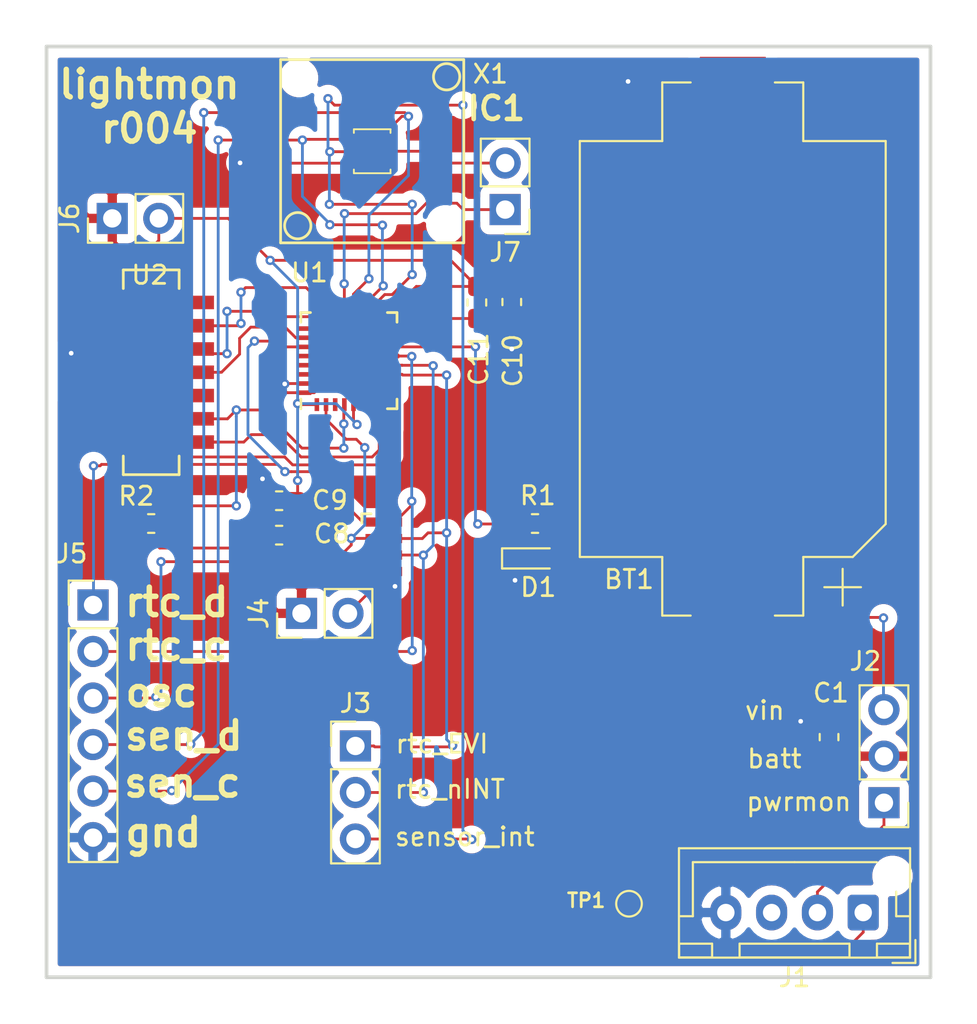
<source format=kicad_pcb>
(kicad_pcb (version 20171130) (host pcbnew "(5.1.2)-2")

  (general
    (thickness 1.6)
    (drawings 17)
    (tracks 343)
    (zones 0)
    (modules 22)
    (nets 26)
  )

  (page A4)
  (title_block
    (title "Light Sensor")
    (date 2019-02-01)
    (rev R001)
    (company "Indiana University")
    (comment 1 "Bryce Himebaugh")
  )

  (layers
    (0 F.Cu signal)
    (31 B.Cu signal)
    (32 B.Adhes user)
    (33 F.Adhes user)
    (34 B.Paste user)
    (35 F.Paste user)
    (36 B.SilkS user)
    (37 F.SilkS user)
    (38 B.Mask user)
    (39 F.Mask user)
    (40 Dwgs.User user)
    (41 Cmts.User user)
    (42 Eco1.User user)
    (43 Eco2.User user)
    (44 Edge.Cuts user)
    (45 Margin user)
    (46 B.CrtYd user)
    (47 F.CrtYd user)
    (48 B.Fab user hide)
    (49 F.Fab user hide)
  )

  (setup
    (last_trace_width 0.1524)
    (trace_clearance 0.1524)
    (zone_clearance 0.508)
    (zone_45_only no)
    (trace_min 0.1524)
    (via_size 0.508)
    (via_drill 0.254)
    (via_min_size 0.508)
    (via_min_drill 0.254)
    (uvia_size 0.3)
    (uvia_drill 0.1)
    (uvias_allowed no)
    (uvia_min_size 0.2)
    (uvia_min_drill 0.1)
    (edge_width 0.15)
    (segment_width 0.2)
    (pcb_text_width 0.3)
    (pcb_text_size 1.5 1.5)
    (mod_edge_width 0.15)
    (mod_text_size 1 1)
    (mod_text_width 0.15)
    (pad_size 0.53 0.2)
    (pad_drill 0)
    (pad_to_mask_clearance 0.051)
    (solder_mask_min_width 0.25)
    (aux_axis_origin 0 0)
    (visible_elements 7FFFEFFF)
    (pcbplotparams
      (layerselection 0x010fc_ffffffff)
      (usegerberextensions false)
      (usegerberattributes false)
      (usegerberadvancedattributes false)
      (creategerberjobfile false)
      (excludeedgelayer true)
      (linewidth 0.100000)
      (plotframeref false)
      (viasonmask false)
      (mode 1)
      (useauxorigin false)
      (hpglpennumber 1)
      (hpglpenspeed 20)
      (hpglpendiameter 15.000000)
      (psnegative false)
      (psa4output false)
      (plotreference true)
      (plotvalue true)
      (plotinvisibletext false)
      (padsonsilk false)
      (subtractmaskfromsilk false)
      (outputformat 1)
      (mirror false)
      (drillshape 0)
      (scaleselection 1)
      (outputdirectory "mfg/"))
  )

  (net 0 "")
  (net 1 VDD)
  (net 2 GND)
  (net 3 "Net-(D1-Pad2)")
  (net 4 /SWDCLK)
  (net 5 /SWDIO)
  (net 6 /RX)
  (net 7 /TX)
  (net 8 "Net-(R1-Pad1)")
  (net 9 "Net-(BT1-Pad1)")
  (net 10 /SWO)
  (net 11 /rtc_data)
  (net 12 /sensor_data)
  (net 13 /sensor_clock)
  (net 14 /rtc_clock)
  (net 15 "Net-(J1-Pad2)")
  (net 16 /NRST)
  (net 17 /oscillator)
  (net 18 /sensor_int)
  (net 19 /rtc_EVI)
  (net 20 /rtc_nINT)
  (net 21 "Net-(J1-Pad1)")
  (net 22 /SENSOR_VDD)
  (net 23 /RTC_VDD)
  (net 24 /uC_VDD)
  (net 25 /sensor_power)

  (net_class Default "This is the default net class."
    (clearance 0.1524)
    (trace_width 0.1524)
    (via_dia 0.508)
    (via_drill 0.254)
    (uvia_dia 0.3)
    (uvia_drill 0.1)
    (add_net /NRST)
    (add_net /RTC_VDD)
    (add_net /RX)
    (add_net /SENSOR_VDD)
    (add_net /SWDCLK)
    (add_net /SWDIO)
    (add_net /SWO)
    (add_net /TX)
    (add_net /oscillator)
    (add_net /rtc_EVI)
    (add_net /rtc_clock)
    (add_net /rtc_data)
    (add_net /rtc_nINT)
    (add_net /sensor_clock)
    (add_net /sensor_data)
    (add_net /sensor_int)
    (add_net /sensor_power)
    (add_net /uC_VDD)
    (add_net GND)
    (add_net "Net-(BT1-Pad1)")
    (add_net "Net-(D1-Pad2)")
    (add_net "Net-(J1-Pad1)")
    (add_net "Net-(J1-Pad2)")
    (add_net "Net-(R1-Pad1)")
    (add_net VDD)
  )

  (module Connector_JST:JST_XH_B4B-XH-AM_1x04_P2.50mm_Vertical (layer F.Cu) (tedit 5C28146E) (tstamp 5CC84365)
    (at 133.4878 126.0094 180)
    (descr "JST XH series connector, B4B-XH-AM, with boss (http://www.jst-mfg.com/product/pdf/eng/eXH.pdf), generated with kicad-footprint-generator")
    (tags "connector JST XH vertical boss")
    (path /5C6ED6FE)
    (fp_text reference J1 (at 3.75 -3.55 180) (layer F.SilkS)
      (effects (font (size 1 1) (thickness 0.15)))
    )
    (fp_text value Conn_01x04_Male (at 3.75 4.6 180) (layer F.Fab)
      (effects (font (size 1 1) (thickness 0.15)))
    )
    (fp_text user %R (at 3.75 2.7 180) (layer F.Fab)
      (effects (font (size 1 1) (thickness 0.15)))
    )
    (fp_line (start -2.85 -2.75) (end -2.85 -1.5) (layer F.SilkS) (width 0.12))
    (fp_line (start -1.6 -2.75) (end -2.85 -2.75) (layer F.SilkS) (width 0.12))
    (fp_line (start 9.3 2.75) (end 3.75 2.75) (layer F.SilkS) (width 0.12))
    (fp_line (start 9.3 -0.2) (end 9.3 2.75) (layer F.SilkS) (width 0.12))
    (fp_line (start 10.05 -0.2) (end 9.3 -0.2) (layer F.SilkS) (width 0.12))
    (fp_line (start 3.75 2.75) (end -0.74 2.75) (layer F.SilkS) (width 0.12))
    (fp_line (start -1.8 -0.2) (end -1.8 1.14) (layer F.SilkS) (width 0.12))
    (fp_line (start -2.55 -0.2) (end -1.8 -0.2) (layer F.SilkS) (width 0.12))
    (fp_line (start 10.05 -2.45) (end 8.25 -2.45) (layer F.SilkS) (width 0.12))
    (fp_line (start 10.05 -1.7) (end 10.05 -2.45) (layer F.SilkS) (width 0.12))
    (fp_line (start 8.25 -1.7) (end 10.05 -1.7) (layer F.SilkS) (width 0.12))
    (fp_line (start 8.25 -2.45) (end 8.25 -1.7) (layer F.SilkS) (width 0.12))
    (fp_line (start -0.75 -2.45) (end -2.55 -2.45) (layer F.SilkS) (width 0.12))
    (fp_line (start -0.75 -1.7) (end -0.75 -2.45) (layer F.SilkS) (width 0.12))
    (fp_line (start -2.55 -1.7) (end -0.75 -1.7) (layer F.SilkS) (width 0.12))
    (fp_line (start -2.55 -2.45) (end -2.55 -1.7) (layer F.SilkS) (width 0.12))
    (fp_line (start 6.75 -2.45) (end 0.75 -2.45) (layer F.SilkS) (width 0.12))
    (fp_line (start 6.75 -1.7) (end 6.75 -2.45) (layer F.SilkS) (width 0.12))
    (fp_line (start 0.75 -1.7) (end 6.75 -1.7) (layer F.SilkS) (width 0.12))
    (fp_line (start 0.75 -2.45) (end 0.75 -1.7) (layer F.SilkS) (width 0.12))
    (fp_line (start 0 -1.35) (end 0.625 -2.35) (layer F.Fab) (width 0.1))
    (fp_line (start -0.625 -2.35) (end 0 -1.35) (layer F.Fab) (width 0.1))
    (fp_line (start 10.45 -2.85) (end -2.95 -2.85) (layer F.CrtYd) (width 0.05))
    (fp_line (start 10.45 3.9) (end 10.45 -2.85) (layer F.CrtYd) (width 0.05))
    (fp_line (start -2.95 3.9) (end 10.45 3.9) (layer F.CrtYd) (width 0.05))
    (fp_line (start -2.95 -2.85) (end -2.95 3.9) (layer F.CrtYd) (width 0.05))
    (fp_line (start 10.06 -2.46) (end -2.56 -2.46) (layer F.SilkS) (width 0.12))
    (fp_line (start 10.06 3.51) (end 10.06 -2.46) (layer F.SilkS) (width 0.12))
    (fp_line (start -2.56 3.51) (end 10.06 3.51) (layer F.SilkS) (width 0.12))
    (fp_line (start -2.56 -2.46) (end -2.56 3.51) (layer F.SilkS) (width 0.12))
    (fp_line (start 9.95 -2.35) (end -2.45 -2.35) (layer F.Fab) (width 0.1))
    (fp_line (start 9.95 3.4) (end 9.95 -2.35) (layer F.Fab) (width 0.1))
    (fp_line (start -2.45 3.4) (end 9.95 3.4) (layer F.Fab) (width 0.1))
    (fp_line (start -2.45 -2.35) (end -2.45 3.4) (layer F.Fab) (width 0.1))
    (pad "" np_thru_hole circle (at -1.6 2 180) (size 1.2 1.2) (drill 1.2) (layers *.Cu *.Mask))
    (pad 4 thru_hole oval (at 7.5 0 180) (size 1.7 1.95) (drill 0.95) (layers *.Cu *.Mask)
      (net 2 GND))
    (pad 3 thru_hole oval (at 5 0 180) (size 1.7 1.95) (drill 0.95) (layers *.Cu *.Mask))
    (pad 2 thru_hole oval (at 2.5 0 180) (size 1.7 1.95) (drill 0.95) (layers *.Cu *.Mask)
      (net 15 "Net-(J1-Pad2)"))
    (pad 1 thru_hole roundrect (at 0 0 180) (size 1.7 1.95) (drill 0.95) (layers *.Cu *.Mask) (roundrect_rratio 0.147059)
      (net 21 "Net-(J1-Pad1)"))
    (model ${KISYS3DMOD}/Connector_JST.3dshapes/JST_XH_B4B-XH-AM_1x04_P2.50mm_Vertical.wrl
      (at (xyz 0 0 0))
      (scale (xyz 1 1 1))
      (rotate (xyz 0 0 0))
    )
  )

  (module SamacSys_Parts:TSL25911FN (layer F.Cu) (tedit 5C6305C2) (tstamp 5CBB4AF4)
    (at 106.68 84.455)
    (descr TSL25911FN)
    (tags "Integrated Circuit")
    (path /5C6C255C)
    (attr smd)
    (fp_text reference IC1 (at 6.7818 -2.3368) (layer F.SilkS)
      (effects (font (size 1.27 1.27) (thickness 0.254)))
    )
    (fp_text value TSL25911FN (at 0.11684 -2.15392) (layer F.SilkS) hide
      (effects (font (size 1.27 1.27) (thickness 0.254)))
    )
    (fp_line (start 1 1.2) (end 1 1) (layer F.SilkS) (width 0.1))
    (fp_line (start -1 1.2) (end 1 1.2) (layer F.SilkS) (width 0.1))
    (fp_line (start -1 1) (end -1 1.2) (layer F.SilkS) (width 0.1))
    (fp_line (start 1 -1.2) (end 1 -1) (layer F.SilkS) (width 0.1))
    (fp_line (start -1 -1.2) (end 1 -1.2) (layer F.SilkS) (width 0.1))
    (fp_line (start -1 -1) (end -1 -1.2) (layer F.SilkS) (width 0.1))
    (fp_line (start -2.35 2.2) (end -2.35 -2.2) (layer Dwgs.User) (width 0.1))
    (fp_line (start 2.35 2.2) (end -2.35 2.2) (layer Dwgs.User) (width 0.1))
    (fp_line (start 2.35 -2.2) (end 2.35 2.2) (layer Dwgs.User) (width 0.1))
    (fp_line (start -2.35 -2.2) (end 2.35 -2.2) (layer Dwgs.User) (width 0.1))
    (fp_line (start -1 1.2) (end -1 -1.2) (layer Dwgs.User) (width 0.2))
    (fp_line (start 1 1.2) (end -1 1.2) (layer Dwgs.User) (width 0.2))
    (fp_line (start 1 -1.2) (end 1 1.2) (layer Dwgs.User) (width 0.2))
    (fp_line (start -1 -1.2) (end 1 -1.2) (layer Dwgs.User) (width 0.2))
    (pad 6 smd rect (at 0.75 -0.65 90) (size 0.35 1.2) (layers F.Cu F.Paste F.Mask)
      (net 12 /sensor_data))
    (pad 5 smd rect (at 0.75 0 90) (size 0.35 1.2) (layers F.Cu F.Paste F.Mask)
      (net 22 /SENSOR_VDD))
    (pad 4 smd rect (at 0.75 0.65 90) (size 0.35 1.2) (layers F.Cu F.Paste F.Mask))
    (pad 3 smd rect (at -0.75 0.65 90) (size 0.35 1.2) (layers F.Cu F.Paste F.Mask)
      (net 2 GND))
    (pad 2 smd rect (at -0.75 0 90) (size 0.35 1.2) (layers F.Cu F.Paste F.Mask)
      (net 18 /sensor_int))
    (pad 1 smd rect (at -0.75 -0.65 90) (size 0.35 1.2) (layers F.Cu F.Paste F.Mask)
      (net 13 /sensor_clock))
  )

  (module bhimebau_inductor:ftsh_14p_connector (layer F.Cu) (tedit 5C7B1BAD) (tstamp 5CC821CB)
    (at 94.615 96.52 270)
    (path /5C66D5A8)
    (fp_text reference U2 (at -5.3086 0.0762 180) (layer F.SilkS)
      (effects (font (size 1 1) (thickness 0.15)))
    )
    (fp_text value STDC14 (at 0 -7 270) (layer F.Fab)
      (effects (font (size 1 1) (thickness 0.15)))
    )
    (fp_line (start 5.588 1.524) (end 4.572 1.524) (layer F.SilkS) (width 0.15))
    (fp_line (start 5.588 -1.524) (end 5.588 1.524) (layer F.SilkS) (width 0.15))
    (fp_line (start 4.572 -1.524) (end 5.588 -1.524) (layer F.SilkS) (width 0.15))
    (fp_line (start -5.588 1.524) (end -4.572 1.524) (layer F.SilkS) (width 0.15))
    (fp_line (start -5.588 -1.524) (end -5.588 1.524) (layer F.SilkS) (width 0.15))
    (fp_line (start -4.572 -1.524) (end -5.588 -1.524) (layer F.SilkS) (width 0.15))
    (pad 14 smd rect (at 3.81 -2.032 270) (size 0.74 2.79) (layers F.Cu F.Paste F.Mask)
      (net 7 /TX))
    (pad 13 smd rect (at 3.81 2.032 270) (size 0.74 2.79) (layers F.Cu F.Paste F.Mask)
      (net 6 /RX))
    (pad 12 smd rect (at 2.54 -2.032 270) (size 0.74 2.79) (layers F.Cu F.Paste F.Mask)
      (net 16 /NRST))
    (pad 11 smd rect (at 2.54 2.032 270) (size 0.74 2.79) (layers F.Cu F.Paste F.Mask)
      (net 2 GND))
    (pad 10 smd rect (at 1.27 -2.032 270) (size 0.74 2.79) (layers F.Cu F.Paste F.Mask))
    (pad 9 smd rect (at 1.27 2.032 270) (size 0.74 2.79) (layers F.Cu F.Paste F.Mask))
    (pad 8 smd rect (at 0 -2.032 270) (size 0.74 2.79) (layers F.Cu F.Paste F.Mask)
      (net 10 /SWO))
    (pad 7 smd rect (at 0 2.032 270) (size 0.74 2.79) (layers F.Cu F.Paste F.Mask)
      (net 2 GND))
    (pad 6 smd rect (at -1.27 -2.032 270) (size 0.74 2.79) (layers F.Cu F.Paste F.Mask)
      (net 4 /SWDCLK))
    (pad 5 smd rect (at -1.27 2.032 270) (size 0.74 2.79) (layers F.Cu F.Paste F.Mask)
      (net 2 GND))
    (pad 4 smd rect (at -2.54 -2.032 270) (size 0.74 2.79) (layers F.Cu F.Paste F.Mask)
      (net 5 /SWDIO))
    (pad 3 smd rect (at -2.54 2.032 270) (size 0.74 2.79) (layers F.Cu F.Paste F.Mask)
      (net 24 /uC_VDD))
    (pad 2 smd rect (at -3.81 -2.032 270) (size 0.74 2.79) (layers F.Cu F.Paste F.Mask))
    (pad 1 smd rect (at -3.81 2.032 270) (size 0.74 2.79) (layers F.Cu F.Paste F.Mask))
  )

  (module Capacitor_SMD:C_0603_1608Metric_Pad1.05x0.95mm_HandSolder (layer F.Cu) (tedit 5B301BBE) (tstamp 5CBB4CE9)
    (at 131.6228 116.4336 90)
    (descr "Capacitor SMD 0603 (1608 Metric), square (rectangular) end terminal, IPC_7351 nominal with elongated pad for handsoldering. (Body size source: http://www.tortai-tech.com/upload/download/2011102023233369053.pdf), generated with kicad-footprint-generator")
    (tags "capacitor handsolder")
    (path /5C6F4A93)
    (attr smd)
    (fp_text reference C1 (at 2.413 0.1016) (layer F.SilkS)
      (effects (font (size 1 1) (thickness 0.15)))
    )
    (fp_text value 10uF (at 0 1.43 90) (layer F.Fab)
      (effects (font (size 1 1) (thickness 0.15)))
    )
    (fp_text user %R (at 0 0 90) (layer F.Fab)
      (effects (font (size 0.4 0.4) (thickness 0.06)))
    )
    (fp_line (start 1.65 0.73) (end -1.65 0.73) (layer F.CrtYd) (width 0.05))
    (fp_line (start 1.65 -0.73) (end 1.65 0.73) (layer F.CrtYd) (width 0.05))
    (fp_line (start -1.65 -0.73) (end 1.65 -0.73) (layer F.CrtYd) (width 0.05))
    (fp_line (start -1.65 0.73) (end -1.65 -0.73) (layer F.CrtYd) (width 0.05))
    (fp_line (start -0.171267 0.51) (end 0.171267 0.51) (layer F.SilkS) (width 0.12))
    (fp_line (start -0.171267 -0.51) (end 0.171267 -0.51) (layer F.SilkS) (width 0.12))
    (fp_line (start 0.8 0.4) (end -0.8 0.4) (layer F.Fab) (width 0.1))
    (fp_line (start 0.8 -0.4) (end 0.8 0.4) (layer F.Fab) (width 0.1))
    (fp_line (start -0.8 -0.4) (end 0.8 -0.4) (layer F.Fab) (width 0.1))
    (fp_line (start -0.8 0.4) (end -0.8 -0.4) (layer F.Fab) (width 0.1))
    (pad 2 smd roundrect (at 0.875 0 90) (size 1.05 0.95) (layers F.Cu F.Paste F.Mask) (roundrect_rratio 0.25)
      (net 2 GND))
    (pad 1 smd roundrect (at -0.875 0 90) (size 1.05 0.95) (layers F.Cu F.Paste F.Mask) (roundrect_rratio 0.25)
      (net 1 VDD))
    (model ${KISYS3DMOD}/Capacitor_SMD.3dshapes/C_0603_1608Metric.wrl
      (at (xyz 0 0 0))
      (scale (xyz 1 1 1))
      (rotate (xyz 0 0 0))
    )
  )

  (module Resistor_SMD:R_0603_1608Metric_Pad1.05x0.95mm_HandSolder (layer F.Cu) (tedit 5B301BBD) (tstamp 5C85003B)
    (at 115.57 104.775)
    (descr "Resistor SMD 0603 (1608 Metric), square (rectangular) end terminal, IPC_7351 nominal with elongated pad for handsoldering. (Body size source: http://www.tortai-tech.com/upload/download/2011102023233369053.pdf), generated with kicad-footprint-generator")
    (tags "resistor handsolder")
    (path /5C54C3AB)
    (attr smd)
    (fp_text reference R1 (at 0.1524 -1.524) (layer F.SilkS)
      (effects (font (size 1 1) (thickness 0.15)))
    )
    (fp_text value 300 (at 0 1.43) (layer F.Fab)
      (effects (font (size 1 1) (thickness 0.15)))
    )
    (fp_text user %R (at 0 0) (layer F.Fab)
      (effects (font (size 0.4 0.4) (thickness 0.06)))
    )
    (fp_line (start 1.65 0.73) (end -1.65 0.73) (layer F.CrtYd) (width 0.05))
    (fp_line (start 1.65 -0.73) (end 1.65 0.73) (layer F.CrtYd) (width 0.05))
    (fp_line (start -1.65 -0.73) (end 1.65 -0.73) (layer F.CrtYd) (width 0.05))
    (fp_line (start -1.65 0.73) (end -1.65 -0.73) (layer F.CrtYd) (width 0.05))
    (fp_line (start -0.171267 0.51) (end 0.171267 0.51) (layer F.SilkS) (width 0.12))
    (fp_line (start -0.171267 -0.51) (end 0.171267 -0.51) (layer F.SilkS) (width 0.12))
    (fp_line (start 0.8 0.4) (end -0.8 0.4) (layer F.Fab) (width 0.1))
    (fp_line (start 0.8 -0.4) (end 0.8 0.4) (layer F.Fab) (width 0.1))
    (fp_line (start -0.8 -0.4) (end 0.8 -0.4) (layer F.Fab) (width 0.1))
    (fp_line (start -0.8 0.4) (end -0.8 -0.4) (layer F.Fab) (width 0.1))
    (pad 2 smd roundrect (at 0.875 0) (size 1.05 0.95) (layers F.Cu F.Paste F.Mask) (roundrect_rratio 0.25)
      (net 3 "Net-(D1-Pad2)"))
    (pad 1 smd roundrect (at -0.875 0) (size 1.05 0.95) (layers F.Cu F.Paste F.Mask) (roundrect_rratio 0.25)
      (net 8 "Net-(R1-Pad1)"))
    (model ${KISYS3DMOD}/Resistor_SMD.3dshapes/R_0603_1608Metric.wrl
      (at (xyz 0 0 0))
      (scale (xyz 1 1 1))
      (rotate (xyz 0 0 0))
    )
  )

  (module Resistor_SMD:R_0603_1608Metric_Pad1.05x0.95mm_HandSolder (layer F.Cu) (tedit 5B301BBD) (tstamp 5CBB4DC7)
    (at 94.615 104.775)
    (descr "Resistor SMD 0603 (1608 Metric), square (rectangular) end terminal, IPC_7351 nominal with elongated pad for handsoldering. (Body size source: http://www.tortai-tech.com/upload/download/2011102023233369053.pdf), generated with kicad-footprint-generator")
    (tags "resistor handsolder")
    (path /5C54B1FB)
    (attr smd)
    (fp_text reference R2 (at -0.8128 -1.4986) (layer F.SilkS)
      (effects (font (size 1 1) (thickness 0.15)))
    )
    (fp_text value 100k (at 0 1.43) (layer F.Fab)
      (effects (font (size 1 1) (thickness 0.15)))
    )
    (fp_text user %R (at 0 0) (layer F.Fab)
      (effects (font (size 0.4 0.4) (thickness 0.06)))
    )
    (fp_line (start 1.65 0.73) (end -1.65 0.73) (layer F.CrtYd) (width 0.05))
    (fp_line (start 1.65 -0.73) (end 1.65 0.73) (layer F.CrtYd) (width 0.05))
    (fp_line (start -1.65 -0.73) (end 1.65 -0.73) (layer F.CrtYd) (width 0.05))
    (fp_line (start -1.65 0.73) (end -1.65 -0.73) (layer F.CrtYd) (width 0.05))
    (fp_line (start -0.171267 0.51) (end 0.171267 0.51) (layer F.SilkS) (width 0.12))
    (fp_line (start -0.171267 -0.51) (end 0.171267 -0.51) (layer F.SilkS) (width 0.12))
    (fp_line (start 0.8 0.4) (end -0.8 0.4) (layer F.Fab) (width 0.1))
    (fp_line (start 0.8 -0.4) (end 0.8 0.4) (layer F.Fab) (width 0.1))
    (fp_line (start -0.8 -0.4) (end 0.8 -0.4) (layer F.Fab) (width 0.1))
    (fp_line (start -0.8 0.4) (end -0.8 -0.4) (layer F.Fab) (width 0.1))
    (pad 2 smd roundrect (at 0.875 0) (size 1.05 0.95) (layers F.Cu F.Paste F.Mask) (roundrect_rratio 0.25)
      (net 16 /NRST))
    (pad 1 smd roundrect (at -0.875 0) (size 1.05 0.95) (layers F.Cu F.Paste F.Mask) (roundrect_rratio 0.25)
      (net 24 /uC_VDD))
    (model ${KISYS3DMOD}/Resistor_SMD.3dshapes/R_0603_1608Metric.wrl
      (at (xyz 0 0 0))
      (scale (xyz 1 1 1))
      (rotate (xyz 0 0 0))
    )
  )

  (module TestPoint:TestPoint_Pad_D1.0mm (layer F.Cu) (tedit 5A0F774F) (tstamp 5CBB6559)
    (at 120.7008 125.5268)
    (descr "SMD pad as test Point, diameter 1.0mm")
    (tags "test point SMD pad")
    (path /5C72454F)
    (attr virtual)
    (fp_text reference TP1 (at -2.3368 -0.1778) (layer F.SilkS)
      (effects (font (size 0.762 0.762) (thickness 0.15)))
    )
    (fp_text value VOUT_MON (at 0 1.55) (layer F.Fab)
      (effects (font (size 1 1) (thickness 0.15)))
    )
    (fp_circle (center 0 0) (end 0 0.7) (layer F.SilkS) (width 0.12))
    (fp_circle (center 0 0) (end 1 0) (layer F.CrtYd) (width 0.05))
    (fp_text user %R (at 0 -1.45) (layer F.Fab)
      (effects (font (size 1 1) (thickness 0.15)))
    )
    (pad 1 smd circle (at 0 0) (size 1 1) (layers F.Cu F.Mask)
      (net 21 "Net-(J1-Pad1)"))
  )

  (module bhimebau_inductor:carclo_lens (layer F.Cu) (tedit 5C83C052) (tstamp 5CC7FA44)
    (at 106.68 84.455)
    (path /5C703045)
    (fp_text reference X1 (at 6.4516 -4.2164) (layer F.SilkS)
      (effects (font (size 1 1) (thickness 0.15)))
    )
    (fp_text value board_lens (at 0.5 -6) (layer F.Fab)
      (effects (font (size 1 1) (thickness 0.15)))
    )
    (fp_circle (center -4.064 4.064) (end -3.556 3.556) (layer F.SilkS) (width 0.15))
    (fp_circle (center 4.064 -4.064) (end 4.78242 -4.064) (layer F.SilkS) (width 0.15))
    (fp_line (start 5 -5) (end -5 -5) (layer F.SilkS) (width 0.15))
    (fp_line (start 5 5) (end 5 -5) (layer F.SilkS) (width 0.15))
    (fp_line (start -5 5) (end 5 5) (layer F.SilkS) (width 0.15))
    (fp_line (start -5 -5) (end -5 5) (layer F.SilkS) (width 0.15))
    (pad "" np_thru_hole circle (at 4 4) (size 1.1 1.1) (drill 1.1) (layers *.Cu *.Mask))
    (pad "" np_thru_hole circle (at -4 -4) (size 1.1 1.1) (drill 1.1) (layers *.Cu *.Mask))
  )

  (module Capacitor_SMD:C_0603_1608Metric_Pad1.05x0.95mm_HandSolder (layer F.Cu) (tedit 5B301BBE) (tstamp 5CC80FAE)
    (at 101.6 105.41 180)
    (descr "Capacitor SMD 0603 (1608 Metric), square (rectangular) end terminal, IPC_7351 nominal with elongated pad for handsoldering. (Body size source: http://www.tortai-tech.com/upload/download/2011102023233369053.pdf), generated with kicad-footprint-generator")
    (tags "capacitor handsolder")
    (path /5C70478F)
    (attr smd)
    (fp_text reference C8 (at -2.8702 0.0762 180) (layer F.SilkS)
      (effects (font (size 1 1) (thickness 0.15)))
    )
    (fp_text value 2.2uF (at 0 1.43 180) (layer F.Fab)
      (effects (font (size 1 1) (thickness 0.15)))
    )
    (fp_text user %R (at 0 0 180) (layer F.Fab)
      (effects (font (size 0.4 0.4) (thickness 0.06)))
    )
    (fp_line (start 1.65 0.73) (end -1.65 0.73) (layer F.CrtYd) (width 0.05))
    (fp_line (start 1.65 -0.73) (end 1.65 0.73) (layer F.CrtYd) (width 0.05))
    (fp_line (start -1.65 -0.73) (end 1.65 -0.73) (layer F.CrtYd) (width 0.05))
    (fp_line (start -1.65 0.73) (end -1.65 -0.73) (layer F.CrtYd) (width 0.05))
    (fp_line (start -0.171267 0.51) (end 0.171267 0.51) (layer F.SilkS) (width 0.12))
    (fp_line (start -0.171267 -0.51) (end 0.171267 -0.51) (layer F.SilkS) (width 0.12))
    (fp_line (start 0.8 0.4) (end -0.8 0.4) (layer F.Fab) (width 0.1))
    (fp_line (start 0.8 -0.4) (end 0.8 0.4) (layer F.Fab) (width 0.1))
    (fp_line (start -0.8 -0.4) (end 0.8 -0.4) (layer F.Fab) (width 0.1))
    (fp_line (start -0.8 0.4) (end -0.8 -0.4) (layer F.Fab) (width 0.1))
    (pad 2 smd roundrect (at 0.875 0 180) (size 1.05 0.95) (layers F.Cu F.Paste F.Mask) (roundrect_rratio 0.25)
      (net 2 GND))
    (pad 1 smd roundrect (at -0.875 0 180) (size 1.05 0.95) (layers F.Cu F.Paste F.Mask) (roundrect_rratio 0.25)
      (net 24 /uC_VDD))
    (model ${KISYS3DMOD}/Capacitor_SMD.3dshapes/C_0603_1608Metric.wrl
      (at (xyz 0 0 0))
      (scale (xyz 1 1 1))
      (rotate (xyz 0 0 0))
    )
  )

  (module Capacitor_SMD:C_0603_1608Metric_Pad1.05x0.95mm_HandSolder (layer F.Cu) (tedit 5B301BBE) (tstamp 5CC8100E)
    (at 101.6 103.5304 180)
    (descr "Capacitor SMD 0603 (1608 Metric), square (rectangular) end terminal, IPC_7351 nominal with elongated pad for handsoldering. (Body size source: http://www.tortai-tech.com/upload/download/2011102023233369053.pdf), generated with kicad-footprint-generator")
    (tags "capacitor handsolder")
    (path /5C70483B)
    (attr smd)
    (fp_text reference C9 (at -2.7686 0.0254) (layer F.SilkS)
      (effects (font (size 1 1) (thickness 0.15)))
    )
    (fp_text value 0.1uF (at 0 1.43 180) (layer F.Fab)
      (effects (font (size 1 1) (thickness 0.15)))
    )
    (fp_text user %R (at 0 0 180) (layer F.Fab)
      (effects (font (size 0.4 0.4) (thickness 0.06)))
    )
    (fp_line (start 1.65 0.73) (end -1.65 0.73) (layer F.CrtYd) (width 0.05))
    (fp_line (start 1.65 -0.73) (end 1.65 0.73) (layer F.CrtYd) (width 0.05))
    (fp_line (start -1.65 -0.73) (end 1.65 -0.73) (layer F.CrtYd) (width 0.05))
    (fp_line (start -1.65 0.73) (end -1.65 -0.73) (layer F.CrtYd) (width 0.05))
    (fp_line (start -0.171267 0.51) (end 0.171267 0.51) (layer F.SilkS) (width 0.12))
    (fp_line (start -0.171267 -0.51) (end 0.171267 -0.51) (layer F.SilkS) (width 0.12))
    (fp_line (start 0.8 0.4) (end -0.8 0.4) (layer F.Fab) (width 0.1))
    (fp_line (start 0.8 -0.4) (end 0.8 0.4) (layer F.Fab) (width 0.1))
    (fp_line (start -0.8 -0.4) (end 0.8 -0.4) (layer F.Fab) (width 0.1))
    (fp_line (start -0.8 0.4) (end -0.8 -0.4) (layer F.Fab) (width 0.1))
    (pad 2 smd roundrect (at 0.875 0 180) (size 1.05 0.95) (layers F.Cu F.Paste F.Mask) (roundrect_rratio 0.25)
      (net 2 GND))
    (pad 1 smd roundrect (at -0.875 0 180) (size 1.05 0.95) (layers F.Cu F.Paste F.Mask) (roundrect_rratio 0.25)
      (net 24 /uC_VDD))
    (model ${KISYS3DMOD}/Capacitor_SMD.3dshapes/C_0603_1608Metric.wrl
      (at (xyz 0 0 0))
      (scale (xyz 1 1 1))
      (rotate (xyz 0 0 0))
    )
  )

  (module Capacitor_SMD:C_0603_1608Metric_Pad1.05x0.95mm_HandSolder (layer F.Cu) (tedit 5B301BBE) (tstamp 5CC8103E)
    (at 114.3 92.6846 270)
    (descr "Capacitor SMD 0603 (1608 Metric), square (rectangular) end terminal, IPC_7351 nominal with elongated pad for handsoldering. (Body size source: http://www.tortai-tech.com/upload/download/2011102023233369053.pdf), generated with kicad-footprint-generator")
    (tags "capacitor handsolder")
    (path /5C71E025)
    (attr smd)
    (fp_text reference C10 (at 3.2004 -0.0508 270) (layer F.SilkS)
      (effects (font (size 1 1) (thickness 0.15)))
    )
    (fp_text value 2.2uF (at 0 1.43 270) (layer F.Fab)
      (effects (font (size 1 1) (thickness 0.15)))
    )
    (fp_text user %R (at 0 0 270) (layer F.Fab)
      (effects (font (size 0.4 0.4) (thickness 0.06)))
    )
    (fp_line (start 1.65 0.73) (end -1.65 0.73) (layer F.CrtYd) (width 0.05))
    (fp_line (start 1.65 -0.73) (end 1.65 0.73) (layer F.CrtYd) (width 0.05))
    (fp_line (start -1.65 -0.73) (end 1.65 -0.73) (layer F.CrtYd) (width 0.05))
    (fp_line (start -1.65 0.73) (end -1.65 -0.73) (layer F.CrtYd) (width 0.05))
    (fp_line (start -0.171267 0.51) (end 0.171267 0.51) (layer F.SilkS) (width 0.12))
    (fp_line (start -0.171267 -0.51) (end 0.171267 -0.51) (layer F.SilkS) (width 0.12))
    (fp_line (start 0.8 0.4) (end -0.8 0.4) (layer F.Fab) (width 0.1))
    (fp_line (start 0.8 -0.4) (end 0.8 0.4) (layer F.Fab) (width 0.1))
    (fp_line (start -0.8 -0.4) (end 0.8 -0.4) (layer F.Fab) (width 0.1))
    (fp_line (start -0.8 0.4) (end -0.8 -0.4) (layer F.Fab) (width 0.1))
    (pad 2 smd roundrect (at 0.875 0 270) (size 1.05 0.95) (layers F.Cu F.Paste F.Mask) (roundrect_rratio 0.25)
      (net 2 GND))
    (pad 1 smd roundrect (at -0.875 0 270) (size 1.05 0.95) (layers F.Cu F.Paste F.Mask) (roundrect_rratio 0.25)
      (net 24 /uC_VDD))
    (model ${KISYS3DMOD}/Capacitor_SMD.3dshapes/C_0603_1608Metric.wrl
      (at (xyz 0 0 0))
      (scale (xyz 1 1 1))
      (rotate (xyz 0 0 0))
    )
  )

  (module Capacitor_SMD:C_0603_1608Metric_Pad1.05x0.95mm_HandSolder (layer F.Cu) (tedit 5B301BBE) (tstamp 5CC80FDE)
    (at 112.395 92.71 270)
    (descr "Capacitor SMD 0603 (1608 Metric), square (rectangular) end terminal, IPC_7351 nominal with elongated pad for handsoldering. (Body size source: http://www.tortai-tech.com/upload/download/2011102023233369053.pdf), generated with kicad-footprint-generator")
    (tags "capacitor handsolder")
    (path /5C71E089)
    (attr smd)
    (fp_text reference C11 (at 3.0988 -0.1016 270) (layer F.SilkS)
      (effects (font (size 1 1) (thickness 0.15)))
    )
    (fp_text value 0.1uF (at 0 1.43 270) (layer F.Fab)
      (effects (font (size 1 1) (thickness 0.15)))
    )
    (fp_text user %R (at 0 0 270) (layer F.Fab)
      (effects (font (size 0.4 0.4) (thickness 0.06)))
    )
    (fp_line (start 1.65 0.73) (end -1.65 0.73) (layer F.CrtYd) (width 0.05))
    (fp_line (start 1.65 -0.73) (end 1.65 0.73) (layer F.CrtYd) (width 0.05))
    (fp_line (start -1.65 -0.73) (end 1.65 -0.73) (layer F.CrtYd) (width 0.05))
    (fp_line (start -1.65 0.73) (end -1.65 -0.73) (layer F.CrtYd) (width 0.05))
    (fp_line (start -0.171267 0.51) (end 0.171267 0.51) (layer F.SilkS) (width 0.12))
    (fp_line (start -0.171267 -0.51) (end 0.171267 -0.51) (layer F.SilkS) (width 0.12))
    (fp_line (start 0.8 0.4) (end -0.8 0.4) (layer F.Fab) (width 0.1))
    (fp_line (start 0.8 -0.4) (end 0.8 0.4) (layer F.Fab) (width 0.1))
    (fp_line (start -0.8 -0.4) (end 0.8 -0.4) (layer F.Fab) (width 0.1))
    (fp_line (start -0.8 0.4) (end -0.8 -0.4) (layer F.Fab) (width 0.1))
    (pad 2 smd roundrect (at 0.875 0 270) (size 1.05 0.95) (layers F.Cu F.Paste F.Mask) (roundrect_rratio 0.25)
      (net 2 GND))
    (pad 1 smd roundrect (at -0.875 0 270) (size 1.05 0.95) (layers F.Cu F.Paste F.Mask) (roundrect_rratio 0.25)
      (net 24 /uC_VDD))
    (model ${KISYS3DMOD}/Capacitor_SMD.3dshapes/C_0603_1608Metric.wrl
      (at (xyz 0 0 0))
      (scale (xyz 1 1 1))
      (rotate (xyz 0 0 0))
    )
  )

  (module Battery:BatteryHolder_Keystone_1060_1x2032 (layer F.Cu) (tedit 5B98EF5E) (tstamp 5C850A1D)
    (at 126.365 95.25 90)
    (descr http://www.keyelco.com/product-pdf.cfm?p=726)
    (tags "CR2032 BR2032 BatteryHolder Battery")
    (path /5C54A460)
    (attr smd)
    (fp_text reference BT1 (at -12.573 -5.6642 180) (layer F.SilkS)
      (effects (font (size 1 1) (thickness 0.15)))
    )
    (fp_text value Battery_Cell (at 0 -11.75 90) (layer F.Fab)
      (effects (font (size 1 1) (thickness 0.15)))
    )
    (fp_line (start -12 6) (end -14 6) (layer F.SilkS) (width 0.12))
    (fp_line (start -13 5) (end -13 7) (layer F.SilkS) (width 0.12))
    (fp_text user %R (at 0 0 90) (layer F.Fab)
      (effects (font (size 1 1) (thickness 0.15)))
    )
    (fp_line (start 11.5 -8.5) (end 6.5 -8.5) (layer F.CrtYd) (width 0.05))
    (fp_arc (start 0 0) (end 6.5 -8.5) (angle -74.81070976) (layer F.CrtYd) (width 0.05))
    (fp_line (start 11.5 4) (end 11.5 8.5) (layer F.CrtYd) (width 0.05))
    (fp_line (start 14.7 4) (end 11.5 4) (layer F.CrtYd) (width 0.05))
    (fp_line (start 14.7 2.3) (end 14.7 4) (layer F.CrtYd) (width 0.05))
    (fp_line (start 16.45 2.3) (end 14.7 2.3) (layer F.CrtYd) (width 0.05))
    (fp_line (start 16.45 -2.3) (end 16.45 2.3) (layer F.CrtYd) (width 0.05))
    (fp_line (start 14.7 -2.3) (end 16.45 -2.3) (layer F.CrtYd) (width 0.05))
    (fp_line (start 14.7 -4) (end 14.7 -2.3) (layer F.CrtYd) (width 0.05))
    (fp_line (start 11.5 -4) (end 14.7 -4) (layer F.CrtYd) (width 0.05))
    (fp_line (start 11.5 -8.5) (end 11.5 -4) (layer F.CrtYd) (width 0.05))
    (fp_line (start -11.5 -8.5) (end -6.5 -8.5) (layer F.CrtYd) (width 0.05))
    (fp_line (start -11.5 -4) (end -11.5 -8.5) (layer F.CrtYd) (width 0.05))
    (fp_line (start -14.7 -4) (end -11.5 -4) (layer F.CrtYd) (width 0.05))
    (fp_line (start -14.7 -2.3) (end -14.7 -4) (layer F.CrtYd) (width 0.05))
    (fp_line (start -14.7 -2.3) (end -16.45 -2.3) (layer F.CrtYd) (width 0.05))
    (fp_line (start -16.45 2.3) (end -16.45 -2.3) (layer F.CrtYd) (width 0.05))
    (fp_line (start -14.7 2.3) (end -16.45 2.3) (layer F.CrtYd) (width 0.05))
    (fp_line (start -14.7 4) (end -14.7 2.3) (layer F.CrtYd) (width 0.05))
    (fp_line (start -14.7 4) (end -11.5 4) (layer F.CrtYd) (width 0.05))
    (fp_line (start -11.5 4) (end -11.5 8.5) (layer F.CrtYd) (width 0.05))
    (fp_line (start -6.5 8.5) (end -11.5 8.5) (layer F.CrtYd) (width 0.05))
    (fp_line (start 11.5 8.5) (end 6.5 8.5) (layer F.CrtYd) (width 0.05))
    (fp_arc (start 0 0) (end -6.5 8.5) (angle -74.81070976) (layer F.CrtYd) (width 0.05))
    (fp_line (start 11.35 -8.35) (end 11.35 -3.85) (layer F.SilkS) (width 0.12))
    (fp_line (start -11.35 -8.35) (end -11.35 -3.85) (layer F.SilkS) (width 0.12))
    (fp_line (start -11.35 -8.35) (end 11.35 -8.35) (layer F.SilkS) (width 0.12))
    (fp_line (start 14.55 -3.85) (end 14.55 -2.3) (layer F.SilkS) (width 0.12))
    (fp_line (start 11.35 -3.85) (end 14.55 -3.85) (layer F.SilkS) (width 0.12))
    (fp_line (start -14.55 -3.85) (end -14.55 -2.3) (layer F.SilkS) (width 0.12))
    (fp_line (start -11.35 -3.85) (end -14.55 -3.85) (layer F.SilkS) (width 0.12))
    (fp_line (start -14.55 3.85) (end -14.55 2.3) (layer F.SilkS) (width 0.12))
    (fp_line (start -11.35 3.85) (end -14.55 3.85) (layer F.SilkS) (width 0.12))
    (fp_line (start -9.55 8.35) (end -11.35 6.55) (layer F.SilkS) (width 0.12))
    (fp_line (start -11.35 6.55) (end -11.35 3.85) (layer F.SilkS) (width 0.12))
    (fp_line (start 11.35 8.35) (end -9.55 8.35) (layer F.SilkS) (width 0.12))
    (fp_line (start 11.35 8.35) (end 11.35 3.85) (layer F.SilkS) (width 0.12))
    (fp_line (start 14.55 3.85) (end 14.55 2.3) (layer F.SilkS) (width 0.12))
    (fp_line (start 11.35 3.85) (end 14.55 3.85) (layer F.SilkS) (width 0.12))
    (fp_line (start -9.4 8) (end -11 6.4) (layer F.Fab) (width 0.1))
    (fp_line (start 14.2 -3.5) (end 11 -3.5) (layer F.Fab) (width 0.1))
    (fp_line (start 14.2 3.5) (end 14.2 -3.5) (layer F.Fab) (width 0.1))
    (fp_line (start 11 3.5) (end 14.2 3.5) (layer F.Fab) (width 0.1))
    (fp_line (start -14.2 -3.5) (end -11 -3.5) (layer F.Fab) (width 0.1))
    (fp_line (start -14.2 3.5) (end -14.2 -3.5) (layer F.Fab) (width 0.1))
    (fp_line (start -11 3.5) (end -14.2 3.5) (layer F.Fab) (width 0.1))
    (fp_line (start -11 6.4) (end -11 3.5) (layer F.Fab) (width 0.1))
    (fp_line (start -11 -8) (end -11 -3.5) (layer F.Fab) (width 0.1))
    (fp_line (start 11 -8) (end 11 -3.5) (layer F.Fab) (width 0.1))
    (fp_line (start 11 8) (end 11 3.5) (layer F.Fab) (width 0.1))
    (fp_line (start 11 -8) (end -11 -8) (layer F.Fab) (width 0.1))
    (fp_line (start 11 8) (end -9.4 8) (layer F.Fab) (width 0.1))
    (fp_circle (center 0 0) (end -10.2 0) (layer Dwgs.User) (width 0.3))
    (pad 1 smd rect (at -14.65 0 270) (size 2.6 3.6) (layers F.Cu F.Paste F.Mask)
      (net 9 "Net-(BT1-Pad1)"))
    (pad 2 smd rect (at 14.65 0 270) (size 2.6 3.6) (layers F.Cu F.Paste F.Mask)
      (net 2 GND))
    (model ${KISYS3DMOD}/Battery.3dshapes/BatteryHolder_Keystone_1060_1x2032.wrl
      (at (xyz 0 0 0))
      (scale (xyz 1 1 1))
      (rotate (xyz 0 0 0))
    )
  )

  (module Connector_PinHeader_2.54mm:PinHeader_1x03_P2.54mm_Vertical (layer F.Cu) (tedit 59FED5CC) (tstamp 5C8506DF)
    (at 134.62 120.015 180)
    (descr "Through hole straight pin header, 1x03, 2.54mm pitch, single row")
    (tags "Through hole pin header THT 1x03 2.54mm single row")
    (path /5C715BF3)
    (fp_text reference J2 (at 1.016 7.7216 180) (layer F.SilkS)
      (effects (font (size 1 1) (thickness 0.15)))
    )
    (fp_text value Conn_01x03_Male (at 0 7.41 180) (layer F.Fab)
      (effects (font (size 1 1) (thickness 0.15)))
    )
    (fp_text user %R (at 0 2.54 270) (layer F.Fab)
      (effects (font (size 1 1) (thickness 0.15)))
    )
    (fp_line (start 1.8 -1.8) (end -1.8 -1.8) (layer F.CrtYd) (width 0.05))
    (fp_line (start 1.8 6.85) (end 1.8 -1.8) (layer F.CrtYd) (width 0.05))
    (fp_line (start -1.8 6.85) (end 1.8 6.85) (layer F.CrtYd) (width 0.05))
    (fp_line (start -1.8 -1.8) (end -1.8 6.85) (layer F.CrtYd) (width 0.05))
    (fp_line (start -1.33 -1.33) (end 0 -1.33) (layer F.SilkS) (width 0.12))
    (fp_line (start -1.33 0) (end -1.33 -1.33) (layer F.SilkS) (width 0.12))
    (fp_line (start -1.33 1.27) (end 1.33 1.27) (layer F.SilkS) (width 0.12))
    (fp_line (start 1.33 1.27) (end 1.33 6.41) (layer F.SilkS) (width 0.12))
    (fp_line (start -1.33 1.27) (end -1.33 6.41) (layer F.SilkS) (width 0.12))
    (fp_line (start -1.33 6.41) (end 1.33 6.41) (layer F.SilkS) (width 0.12))
    (fp_line (start -1.27 -0.635) (end -0.635 -1.27) (layer F.Fab) (width 0.1))
    (fp_line (start -1.27 6.35) (end -1.27 -0.635) (layer F.Fab) (width 0.1))
    (fp_line (start 1.27 6.35) (end -1.27 6.35) (layer F.Fab) (width 0.1))
    (fp_line (start 1.27 -1.27) (end 1.27 6.35) (layer F.Fab) (width 0.1))
    (fp_line (start -0.635 -1.27) (end 1.27 -1.27) (layer F.Fab) (width 0.1))
    (pad 3 thru_hole oval (at 0 5.08 180) (size 1.7 1.7) (drill 1) (layers *.Cu *.Mask)
      (net 9 "Net-(BT1-Pad1)"))
    (pad 2 thru_hole oval (at 0 2.54 180) (size 1.7 1.7) (drill 1) (layers *.Cu *.Mask)
      (net 1 VDD))
    (pad 1 thru_hole rect (at 0 0 180) (size 1.7 1.7) (drill 1) (layers *.Cu *.Mask)
      (net 15 "Net-(J1-Pad2)"))
    (model ${KISYS3DMOD}/Connector_PinHeader_2.54mm.3dshapes/PinHeader_1x03_P2.54mm_Vertical.wrl
      (at (xyz 0 0 0))
      (scale (xyz 1 1 1))
      (rotate (xyz 0 0 0))
    )
  )

  (module Connector_PinHeader_2.54mm:PinHeader_1x06_P2.54mm_Vertical (layer F.Cu) (tedit 59FED5CC) (tstamp 5C85070B)
    (at 91.44 109.22)
    (descr "Through hole straight pin header, 1x06, 2.54mm pitch, single row")
    (tags "Through hole pin header THT 1x06 2.54mm single row")
    (path /5C795155)
    (fp_text reference J5 (at -1.1684 -2.794) (layer F.SilkS)
      (effects (font (size 1 1) (thickness 0.15)))
    )
    (fp_text value Conn_01x06_Male (at 0 15.03) (layer F.Fab)
      (effects (font (size 1 1) (thickness 0.15)))
    )
    (fp_text user %R (at 0 6.35 90) (layer F.Fab)
      (effects (font (size 1 1) (thickness 0.15)))
    )
    (fp_line (start 1.8 -1.8) (end -1.8 -1.8) (layer F.CrtYd) (width 0.05))
    (fp_line (start 1.8 14.5) (end 1.8 -1.8) (layer F.CrtYd) (width 0.05))
    (fp_line (start -1.8 14.5) (end 1.8 14.5) (layer F.CrtYd) (width 0.05))
    (fp_line (start -1.8 -1.8) (end -1.8 14.5) (layer F.CrtYd) (width 0.05))
    (fp_line (start -1.33 -1.33) (end 0 -1.33) (layer F.SilkS) (width 0.12))
    (fp_line (start -1.33 0) (end -1.33 -1.33) (layer F.SilkS) (width 0.12))
    (fp_line (start -1.33 1.27) (end 1.33 1.27) (layer F.SilkS) (width 0.12))
    (fp_line (start 1.33 1.27) (end 1.33 14.03) (layer F.SilkS) (width 0.12))
    (fp_line (start -1.33 1.27) (end -1.33 14.03) (layer F.SilkS) (width 0.12))
    (fp_line (start -1.33 14.03) (end 1.33 14.03) (layer F.SilkS) (width 0.12))
    (fp_line (start -1.27 -0.635) (end -0.635 -1.27) (layer F.Fab) (width 0.1))
    (fp_line (start -1.27 13.97) (end -1.27 -0.635) (layer F.Fab) (width 0.1))
    (fp_line (start 1.27 13.97) (end -1.27 13.97) (layer F.Fab) (width 0.1))
    (fp_line (start 1.27 -1.27) (end 1.27 13.97) (layer F.Fab) (width 0.1))
    (fp_line (start -0.635 -1.27) (end 1.27 -1.27) (layer F.Fab) (width 0.1))
    (pad 6 thru_hole oval (at 0 12.7) (size 1.7 1.7) (drill 1) (layers *.Cu *.Mask)
      (net 2 GND))
    (pad 5 thru_hole oval (at 0 10.16) (size 1.7 1.7) (drill 1) (layers *.Cu *.Mask)
      (net 13 /sensor_clock))
    (pad 4 thru_hole oval (at 0 7.62) (size 1.7 1.7) (drill 1) (layers *.Cu *.Mask)
      (net 12 /sensor_data))
    (pad 3 thru_hole oval (at 0 5.08) (size 1.7 1.7) (drill 1) (layers *.Cu *.Mask)
      (net 17 /oscillator))
    (pad 2 thru_hole oval (at 0 2.54) (size 1.7 1.7) (drill 1) (layers *.Cu *.Mask)
      (net 14 /rtc_clock))
    (pad 1 thru_hole rect (at 0 0) (size 1.7 1.7) (drill 1) (layers *.Cu *.Mask)
      (net 11 /rtc_data))
    (model ${KISYS3DMOD}/Connector_PinHeader_2.54mm.3dshapes/PinHeader_1x06_P2.54mm_Vertical.wrl
      (at (xyz 0 0 0))
      (scale (xyz 1 1 1))
      (rotate (xyz 0 0 0))
    )
  )

  (module LEDs:LED_0603_HandSoldering (layer F.Cu) (tedit 595FC9C0) (tstamp 5CC84C5F)
    (at 115.57 106.68)
    (descr "LED SMD 0603, hand soldering")
    (tags "LED 0603")
    (path /5C54B804)
    (attr smd)
    (fp_text reference D1 (at 0.1778 1.5748 180) (layer F.SilkS)
      (effects (font (size 1 1) (thickness 0.15)))
    )
    (fp_text value LED (at 0 1.55) (layer F.Fab)
      (effects (font (size 1 1) (thickness 0.15)))
    )
    (fp_line (start -0.8 -0.4) (end -0.8 0.4) (layer F.Fab) (width 0.1))
    (fp_line (start 1.95 0.7) (end -1.96 0.7) (layer F.CrtYd) (width 0.05))
    (fp_line (start 1.95 0.7) (end 1.95 -0.7) (layer F.CrtYd) (width 0.05))
    (fp_line (start -1.96 -0.7) (end -1.96 0.7) (layer F.CrtYd) (width 0.05))
    (fp_line (start -1.96 -0.7) (end 1.95 -0.7) (layer F.CrtYd) (width 0.05))
    (fp_line (start -1.8 -0.55) (end 0.8 -0.55) (layer F.SilkS) (width 0.12))
    (fp_line (start -1.8 0.55) (end 0.8 0.55) (layer F.SilkS) (width 0.12))
    (fp_line (start -0.8 -0.4) (end 0.8 -0.4) (layer F.Fab) (width 0.1))
    (fp_line (start 0.8 -0.4) (end 0.8 0.4) (layer F.Fab) (width 0.1))
    (fp_line (start 0.8 0.4) (end -0.8 0.4) (layer F.Fab) (width 0.1))
    (fp_line (start 0.15 -0.2) (end 0.15 0.2) (layer F.Fab) (width 0.1))
    (fp_line (start 0.15 0.2) (end -0.15 0) (layer F.Fab) (width 0.1))
    (fp_line (start -0.15 0) (end 0.15 -0.2) (layer F.Fab) (width 0.1))
    (fp_line (start -0.2 -0.2) (end -0.2 0.2) (layer F.Fab) (width 0.1))
    (fp_line (start -1.8 -0.55) (end -1.8 0.55) (layer F.SilkS) (width 0.12))
    (pad 2 smd rect (at 1.1 0) (size 1.2 0.9) (layers F.Cu F.Paste F.Mask)
      (net 3 "Net-(D1-Pad2)"))
    (pad 1 smd rect (at -1.1 0) (size 1.2 0.9) (layers F.Cu F.Paste F.Mask)
      (net 2 GND))
    (model ${KISYS3DMOD}/LEDs.3dshapes/LED_0603.wrl
      (at (xyz 0 0 0))
      (scale (xyz 1 1 1))
      (rotate (xyz 0 0 180))
    )
  )

  (module Housings_DFN_QFN:QFN-32-1EP_5x5mm_Pitch0.5mm (layer F.Cu) (tedit 54130A77) (tstamp 5CC80485)
    (at 105.41 95.885 90)
    (descr "UH Package; 32-Lead Plastic QFN (5mm x 5mm); (see Linear Technology QFN_32_05-08-1693.pdf)")
    (tags "QFN 0.5")
    (path /5C54A0E5)
    (attr smd)
    (fp_text reference U1 (at 4.8006 -2.159 -180) (layer F.SilkS)
      (effects (font (size 1 1) (thickness 0.15)))
    )
    (fp_text value STM32L432KCUx (at 0 3.75 90) (layer F.Fab)
      (effects (font (size 1 1) (thickness 0.15)))
    )
    (fp_line (start 2.625 -2.625) (end 2.1 -2.625) (layer F.SilkS) (width 0.15))
    (fp_line (start 2.625 2.625) (end 2.1 2.625) (layer F.SilkS) (width 0.15))
    (fp_line (start -2.625 2.625) (end -2.1 2.625) (layer F.SilkS) (width 0.15))
    (fp_line (start -2.625 -2.625) (end -2.1 -2.625) (layer F.SilkS) (width 0.15))
    (fp_line (start 2.625 2.625) (end 2.625 2.1) (layer F.SilkS) (width 0.15))
    (fp_line (start -2.625 2.625) (end -2.625 2.1) (layer F.SilkS) (width 0.15))
    (fp_line (start 2.625 -2.625) (end 2.625 -2.1) (layer F.SilkS) (width 0.15))
    (fp_line (start -3 3) (end 3 3) (layer F.CrtYd) (width 0.05))
    (fp_line (start -3 -3) (end 3 -3) (layer F.CrtYd) (width 0.05))
    (fp_line (start 3 -3) (end 3 3) (layer F.CrtYd) (width 0.05))
    (fp_line (start -3 -3) (end -3 3) (layer F.CrtYd) (width 0.05))
    (fp_line (start -2.5 -1.5) (end -1.5 -2.5) (layer F.Fab) (width 0.15))
    (fp_line (start -2.5 2.5) (end -2.5 -1.5) (layer F.Fab) (width 0.15))
    (fp_line (start 2.5 2.5) (end -2.5 2.5) (layer F.Fab) (width 0.15))
    (fp_line (start 2.5 -2.5) (end 2.5 2.5) (layer F.Fab) (width 0.15))
    (fp_line (start -1.5 -2.5) (end 2.5 -2.5) (layer F.Fab) (width 0.15))
    (pad 33 smd rect (at -0.8625 -0.8625 90) (size 1.725 1.725) (layers F.Cu F.Paste F.Mask)
      (net 2 GND) (solder_paste_margin_ratio -0.2))
    (pad 33 smd rect (at -0.8625 0.8625 90) (size 1.725 1.725) (layers F.Cu F.Paste F.Mask)
      (net 2 GND) (solder_paste_margin_ratio -0.2))
    (pad 33 smd rect (at 0.8625 -0.8625 90) (size 1.725 1.725) (layers F.Cu F.Paste F.Mask)
      (net 2 GND) (solder_paste_margin_ratio -0.2))
    (pad 33 smd rect (at 0.8625 0.8625 90) (size 1.725 1.725) (layers F.Cu F.Paste F.Mask)
      (net 2 GND) (solder_paste_margin_ratio -0.2))
    (pad 32 smd rect (at -1.75 -2.4 180) (size 0.7 0.25) (layers F.Cu F.Paste F.Mask)
      (net 2 GND))
    (pad 31 smd rect (at -1.25 -2.4 180) (size 0.7 0.25) (layers F.Cu F.Paste F.Mask)
      (net 2 GND))
    (pad 30 smd rect (at -0.75 -2.4 180) (size 0.7 0.25) (layers F.Cu F.Paste F.Mask))
    (pad 29 smd rect (at -0.25 -2.4 180) (size 0.7 0.25) (layers F.Cu F.Paste F.Mask))
    (pad 28 smd rect (at 0.25 -2.4 180) (size 0.7 0.25) (layers F.Cu F.Paste F.Mask))
    (pad 27 smd rect (at 0.75 -2.4 180) (size 0.7 0.25) (layers F.Cu F.Paste F.Mask)
      (net 11 /rtc_data))
    (pad 26 smd rect (at 1.25 -2.4 180) (size 0.7 0.25) (layers F.Cu F.Paste F.Mask)
      (net 10 /SWO))
    (pad 25 smd rect (at 1.75 -2.4 180) (size 0.7 0.25) (layers F.Cu F.Paste F.Mask))
    (pad 24 smd rect (at 2.4 -1.75 90) (size 0.7 0.25) (layers F.Cu F.Paste F.Mask)
      (net 4 /SWDCLK))
    (pad 23 smd rect (at 2.4 -1.25 90) (size 0.7 0.25) (layers F.Cu F.Paste F.Mask)
      (net 5 /SWDIO))
    (pad 22 smd rect (at 2.4 -0.75 90) (size 0.7 0.25) (layers F.Cu F.Paste F.Mask))
    (pad 21 smd rect (at 2.4 -0.25 90) (size 0.7 0.25) (layers F.Cu F.Paste F.Mask)
      (net 25 /sensor_power))
    (pad 20 smd rect (at 2.4 0.25 90) (size 0.7 0.25) (layers F.Cu F.Paste F.Mask)
      (net 12 /sensor_data))
    (pad 19 smd rect (at 2.4 0.75 90) (size 0.7 0.25) (layers F.Cu F.Paste F.Mask)
      (net 13 /sensor_clock))
    (pad 18 smd rect (at 2.4 1.25 90) (size 0.7 0.25) (layers F.Cu F.Paste F.Mask)
      (net 18 /sensor_int))
    (pad 17 smd rect (at 2.4 1.75 90) (size 0.7 0.25) (layers F.Cu F.Paste F.Mask)
      (net 24 /uC_VDD))
    (pad 16 smd rect (at 1.75 2.4 180) (size 0.7 0.25) (layers F.Cu F.Paste F.Mask)
      (net 2 GND))
    (pad 15 smd rect (at 1.25 2.4 180) (size 0.7 0.25) (layers F.Cu F.Paste F.Mask))
    (pad 14 smd rect (at 0.75 2.4 180) (size 0.7 0.25) (layers F.Cu F.Paste F.Mask)
      (net 8 "Net-(R1-Pad1)"))
    (pad 13 smd rect (at 0.25 2.4 180) (size 0.7 0.25) (layers F.Cu F.Paste F.Mask)
      (net 14 /rtc_clock))
    (pad 12 smd rect (at -0.25 2.4 180) (size 0.7 0.25) (layers F.Cu F.Paste F.Mask)
      (net 20 /rtc_nINT))
    (pad 11 smd rect (at -0.75 2.4 180) (size 0.7 0.25) (layers F.Cu F.Paste F.Mask)
      (net 19 /rtc_EVI))
    (pad 10 smd rect (at -1.25 2.4 180) (size 0.7 0.25) (layers F.Cu F.Paste F.Mask))
    (pad 9 smd rect (at -1.75 2.4 180) (size 0.7 0.25) (layers F.Cu F.Paste F.Mask)
      (net 6 /RX))
    (pad 8 smd rect (at -2.4 1.75 90) (size 0.7 0.25) (layers F.Cu F.Paste F.Mask)
      (net 7 /TX))
    (pad 7 smd rect (at -2.4 1.25 90) (size 0.7 0.25) (layers F.Cu F.Paste F.Mask))
    (pad 6 smd rect (at -2.4 0.75 90) (size 0.7 0.25) (layers F.Cu F.Paste F.Mask))
    (pad 5 smd rect (at -2.4 0.25 90) (size 0.7 0.25) (layers F.Cu F.Paste F.Mask)
      (net 24 /uC_VDD))
    (pad 4 smd rect (at -2.4 -0.25 90) (size 0.7 0.25) (layers F.Cu F.Paste F.Mask)
      (net 16 /NRST))
    (pad 3 smd rect (at -2.4 -0.75 90) (size 0.7 0.25) (layers F.Cu F.Paste F.Mask))
    (pad 2 smd rect (at -2.4 -1.25 90) (size 0.7 0.25) (layers F.Cu F.Paste F.Mask)
      (net 17 /oscillator))
    (pad 1 smd rect (at -2.4 -1.75 90) (size 0.7 0.25) (layers F.Cu F.Paste F.Mask)
      (net 24 /uC_VDD))
    (model ${KISYS3DMOD}/Housings_DFN_QFN.3dshapes/QFN-32-1EP_5x5mm_Pitch0.5mm.wrl
      (at (xyz 0 0 0))
      (scale (xyz 1 1 1))
      (rotate (xyz 0 0 0))
    )
  )

  (module tag_fp:RV-8803-C7 (layer F.Cu) (tedit 5B2036C6) (tstamp 5CBB4902)
    (at 107.315 106.045)
    (path /5C73D671)
    (fp_text reference U5 (at 1.8542 -0.75692 90) (layer F.SilkS) hide
      (effects (font (size 1 1) (thickness 0.15)))
    )
    (fp_text value RV-8803-C7 (at 0 -3.3) (layer F.Fab) hide
      (effects (font (size 1 1) (thickness 0.15)))
    )
    (fp_line (start -0.7 -1.8) (end -1.2 -1.8) (layer F.SilkS) (width 0.15))
    (fp_line (start -1.2 -1.8) (end -1.2 -1.3) (layer F.SilkS) (width 0.15))
    (fp_line (start -1.1 -1.7) (end -1.1 1.7) (layer F.CrtYd) (width 0.15))
    (fp_line (start -1.1 1.7) (end 1.1 1.7) (layer F.CrtYd) (width 0.15))
    (fp_line (start 1.1 1.7) (end 1.1 -1.7) (layer F.CrtYd) (width 0.15))
    (fp_line (start 1.1 -1.7) (end -1.1 -1.7) (layer F.CrtYd) (width 0.15))
    (pad 8 smd rect (at 0.6 -1.35) (size 0.8 0.5) (layers F.Cu F.Paste F.Mask)
      (net 14 /rtc_clock))
    (pad 7 smd rect (at 0.6 -0.45) (size 0.8 0.5) (layers F.Cu F.Paste F.Mask)
      (net 19 /rtc_EVI))
    (pad 6 smd rect (at 0.6 0.45) (size 0.8 0.5) (layers F.Cu F.Paste F.Mask)
      (net 20 /rtc_nINT))
    (pad 5 smd rect (at 0.6 1.35) (size 0.8 0.5) (layers F.Cu F.Paste F.Mask)
      (net 2 GND))
    (pad 4 smd rect (at -0.6 1.35) (size 0.8 0.5) (layers F.Cu F.Paste F.Mask)
      (net 23 /RTC_VDD))
    (pad 3 smd rect (at -0.6 0.45) (size 0.8 0.5) (layers F.Cu F.Paste F.Mask)
      (net 23 /RTC_VDD))
    (pad 2 smd rect (at -0.6 -0.45) (size 0.8 0.5) (layers F.Cu F.Paste F.Mask)
      (net 17 /oscillator))
    (pad 1 smd rect (at -0.6 -1.35) (size 0.8 0.5) (layers F.Cu F.Paste F.Mask)
      (net 11 /rtc_data))
  )

  (module Connector_PinHeader_2.54mm:PinHeader_1x03_P2.54mm_Vertical (layer F.Cu) (tedit 59FED5CC) (tstamp 5CDCA834)
    (at 105.7656 116.9162)
    (descr "Through hole straight pin header, 1x03, 2.54mm pitch, single row")
    (tags "Through hole pin header THT 1x03 2.54mm single row")
    (path /5CDFBC59)
    (fp_text reference J3 (at 0 -2.33) (layer F.SilkS)
      (effects (font (size 1 1) (thickness 0.15)))
    )
    (fp_text value Conn_01x03_Male (at 0 7.41) (layer F.Fab)
      (effects (font (size 1 1) (thickness 0.15)))
    )
    (fp_line (start -0.635 -1.27) (end 1.27 -1.27) (layer F.Fab) (width 0.1))
    (fp_line (start 1.27 -1.27) (end 1.27 6.35) (layer F.Fab) (width 0.1))
    (fp_line (start 1.27 6.35) (end -1.27 6.35) (layer F.Fab) (width 0.1))
    (fp_line (start -1.27 6.35) (end -1.27 -0.635) (layer F.Fab) (width 0.1))
    (fp_line (start -1.27 -0.635) (end -0.635 -1.27) (layer F.Fab) (width 0.1))
    (fp_line (start -1.33 6.41) (end 1.33 6.41) (layer F.SilkS) (width 0.12))
    (fp_line (start -1.33 1.27) (end -1.33 6.41) (layer F.SilkS) (width 0.12))
    (fp_line (start 1.33 1.27) (end 1.33 6.41) (layer F.SilkS) (width 0.12))
    (fp_line (start -1.33 1.27) (end 1.33 1.27) (layer F.SilkS) (width 0.12))
    (fp_line (start -1.33 0) (end -1.33 -1.33) (layer F.SilkS) (width 0.12))
    (fp_line (start -1.33 -1.33) (end 0 -1.33) (layer F.SilkS) (width 0.12))
    (fp_line (start -1.8 -1.8) (end -1.8 6.85) (layer F.CrtYd) (width 0.05))
    (fp_line (start -1.8 6.85) (end 1.8 6.85) (layer F.CrtYd) (width 0.05))
    (fp_line (start 1.8 6.85) (end 1.8 -1.8) (layer F.CrtYd) (width 0.05))
    (fp_line (start 1.8 -1.8) (end -1.8 -1.8) (layer F.CrtYd) (width 0.05))
    (fp_text user %R (at 0 2.54 90) (layer F.Fab)
      (effects (font (size 1 1) (thickness 0.15)))
    )
    (pad 1 thru_hole rect (at 0 0) (size 1.7 1.7) (drill 1) (layers *.Cu *.Mask)
      (net 19 /rtc_EVI))
    (pad 2 thru_hole oval (at 0 2.54) (size 1.7 1.7) (drill 1) (layers *.Cu *.Mask)
      (net 20 /rtc_nINT))
    (pad 3 thru_hole oval (at 0 5.08) (size 1.7 1.7) (drill 1) (layers *.Cu *.Mask)
      (net 18 /sensor_int))
    (model ${KISYS3DMOD}/Connector_PinHeader_2.54mm.3dshapes/PinHeader_1x03_P2.54mm_Vertical.wrl
      (at (xyz 0 0 0))
      (scale (xyz 1 1 1))
      (rotate (xyz 0 0 0))
    )
  )

  (module Connector_PinHeader_2.54mm:PinHeader_1x02_P2.54mm_Vertical (layer F.Cu) (tedit 59FED5CC) (tstamp 5D2FC58A)
    (at 102.82 109.68 90)
    (descr "Through hole straight pin header, 1x02, 2.54mm pitch, single row")
    (tags "Through hole pin header THT 1x02 2.54mm single row")
    (path /5D2F9B53)
    (fp_text reference J4 (at 0 -2.33 90) (layer F.SilkS)
      (effects (font (size 1 1) (thickness 0.15)))
    )
    (fp_text value Conn_01x02_Male (at 0 4.87 90) (layer F.Fab)
      (effects (font (size 1 1) (thickness 0.15)))
    )
    (fp_line (start -0.635 -1.27) (end 1.27 -1.27) (layer F.Fab) (width 0.1))
    (fp_line (start 1.27 -1.27) (end 1.27 3.81) (layer F.Fab) (width 0.1))
    (fp_line (start 1.27 3.81) (end -1.27 3.81) (layer F.Fab) (width 0.1))
    (fp_line (start -1.27 3.81) (end -1.27 -0.635) (layer F.Fab) (width 0.1))
    (fp_line (start -1.27 -0.635) (end -0.635 -1.27) (layer F.Fab) (width 0.1))
    (fp_line (start -1.33 3.87) (end 1.33 3.87) (layer F.SilkS) (width 0.12))
    (fp_line (start -1.33 1.27) (end -1.33 3.87) (layer F.SilkS) (width 0.12))
    (fp_line (start 1.33 1.27) (end 1.33 3.87) (layer F.SilkS) (width 0.12))
    (fp_line (start -1.33 1.27) (end 1.33 1.27) (layer F.SilkS) (width 0.12))
    (fp_line (start -1.33 0) (end -1.33 -1.33) (layer F.SilkS) (width 0.12))
    (fp_line (start -1.33 -1.33) (end 0 -1.33) (layer F.SilkS) (width 0.12))
    (fp_line (start -1.8 -1.8) (end -1.8 4.35) (layer F.CrtYd) (width 0.05))
    (fp_line (start -1.8 4.35) (end 1.8 4.35) (layer F.CrtYd) (width 0.05))
    (fp_line (start 1.8 4.35) (end 1.8 -1.8) (layer F.CrtYd) (width 0.05))
    (fp_line (start 1.8 -1.8) (end -1.8 -1.8) (layer F.CrtYd) (width 0.05))
    (fp_text user %R (at 0 1.27) (layer F.Fab)
      (effects (font (size 1 1) (thickness 0.15)))
    )
    (pad 1 thru_hole rect (at 0 0 90) (size 1.7 1.7) (drill 1) (layers *.Cu *.Mask)
      (net 1 VDD))
    (pad 2 thru_hole oval (at 0 2.54 90) (size 1.7 1.7) (drill 1) (layers *.Cu *.Mask)
      (net 23 /RTC_VDD))
    (model ${KISYS3DMOD}/Connector_PinHeader_2.54mm.3dshapes/PinHeader_1x02_P2.54mm_Vertical.wrl
      (at (xyz 0 0 0))
      (scale (xyz 1 1 1))
      (rotate (xyz 0 0 0))
    )
  )

  (module Connector_PinHeader_2.54mm:PinHeader_1x02_P2.54mm_Vertical (layer F.Cu) (tedit 59FED5CC) (tstamp 5D2FC5A0)
    (at 92.49 88.12 90)
    (descr "Through hole straight pin header, 1x02, 2.54mm pitch, single row")
    (tags "Through hole pin header THT 1x02 2.54mm single row")
    (path /5D3017F6)
    (fp_text reference J6 (at 0 -2.33 90) (layer F.SilkS)
      (effects (font (size 1 1) (thickness 0.15)))
    )
    (fp_text value Conn_01x02_Male (at 0 4.87 90) (layer F.Fab)
      (effects (font (size 1 1) (thickness 0.15)))
    )
    (fp_line (start -0.635 -1.27) (end 1.27 -1.27) (layer F.Fab) (width 0.1))
    (fp_line (start 1.27 -1.27) (end 1.27 3.81) (layer F.Fab) (width 0.1))
    (fp_line (start 1.27 3.81) (end -1.27 3.81) (layer F.Fab) (width 0.1))
    (fp_line (start -1.27 3.81) (end -1.27 -0.635) (layer F.Fab) (width 0.1))
    (fp_line (start -1.27 -0.635) (end -0.635 -1.27) (layer F.Fab) (width 0.1))
    (fp_line (start -1.33 3.87) (end 1.33 3.87) (layer F.SilkS) (width 0.12))
    (fp_line (start -1.33 1.27) (end -1.33 3.87) (layer F.SilkS) (width 0.12))
    (fp_line (start 1.33 1.27) (end 1.33 3.87) (layer F.SilkS) (width 0.12))
    (fp_line (start -1.33 1.27) (end 1.33 1.27) (layer F.SilkS) (width 0.12))
    (fp_line (start -1.33 0) (end -1.33 -1.33) (layer F.SilkS) (width 0.12))
    (fp_line (start -1.33 -1.33) (end 0 -1.33) (layer F.SilkS) (width 0.12))
    (fp_line (start -1.8 -1.8) (end -1.8 4.35) (layer F.CrtYd) (width 0.05))
    (fp_line (start -1.8 4.35) (end 1.8 4.35) (layer F.CrtYd) (width 0.05))
    (fp_line (start 1.8 4.35) (end 1.8 -1.8) (layer F.CrtYd) (width 0.05))
    (fp_line (start 1.8 -1.8) (end -1.8 -1.8) (layer F.CrtYd) (width 0.05))
    (fp_text user %R (at 0 1.27) (layer F.Fab)
      (effects (font (size 1 1) (thickness 0.15)))
    )
    (pad 1 thru_hole rect (at 0 0 90) (size 1.7 1.7) (drill 1) (layers *.Cu *.Mask)
      (net 1 VDD))
    (pad 2 thru_hole oval (at 0 2.54 90) (size 1.7 1.7) (drill 1) (layers *.Cu *.Mask)
      (net 24 /uC_VDD))
    (model ${KISYS3DMOD}/Connector_PinHeader_2.54mm.3dshapes/PinHeader_1x02_P2.54mm_Vertical.wrl
      (at (xyz 0 0 0))
      (scale (xyz 1 1 1))
      (rotate (xyz 0 0 0))
    )
  )

  (module Connector_PinHeader_2.54mm:PinHeader_1x02_P2.54mm_Vertical (layer F.Cu) (tedit 59FED5CC) (tstamp 5D2FC5B6)
    (at 113.94 87.64 180)
    (descr "Through hole straight pin header, 1x02, 2.54mm pitch, single row")
    (tags "Through hole pin header THT 1x02 2.54mm single row")
    (path /5D2FE559)
    (fp_text reference J7 (at 0 -2.33) (layer F.SilkS)
      (effects (font (size 1 1) (thickness 0.15)))
    )
    (fp_text value Conn_01x02_Male (at 0 4.87) (layer F.Fab)
      (effects (font (size 1 1) (thickness 0.15)))
    )
    (fp_text user %R (at 0 1.27 90) (layer F.Fab)
      (effects (font (size 1 1) (thickness 0.15)))
    )
    (fp_line (start 1.8 -1.8) (end -1.8 -1.8) (layer F.CrtYd) (width 0.05))
    (fp_line (start 1.8 4.35) (end 1.8 -1.8) (layer F.CrtYd) (width 0.05))
    (fp_line (start -1.8 4.35) (end 1.8 4.35) (layer F.CrtYd) (width 0.05))
    (fp_line (start -1.8 -1.8) (end -1.8 4.35) (layer F.CrtYd) (width 0.05))
    (fp_line (start -1.33 -1.33) (end 0 -1.33) (layer F.SilkS) (width 0.12))
    (fp_line (start -1.33 0) (end -1.33 -1.33) (layer F.SilkS) (width 0.12))
    (fp_line (start -1.33 1.27) (end 1.33 1.27) (layer F.SilkS) (width 0.12))
    (fp_line (start 1.33 1.27) (end 1.33 3.87) (layer F.SilkS) (width 0.12))
    (fp_line (start -1.33 1.27) (end -1.33 3.87) (layer F.SilkS) (width 0.12))
    (fp_line (start -1.33 3.87) (end 1.33 3.87) (layer F.SilkS) (width 0.12))
    (fp_line (start -1.27 -0.635) (end -0.635 -1.27) (layer F.Fab) (width 0.1))
    (fp_line (start -1.27 3.81) (end -1.27 -0.635) (layer F.Fab) (width 0.1))
    (fp_line (start 1.27 3.81) (end -1.27 3.81) (layer F.Fab) (width 0.1))
    (fp_line (start 1.27 -1.27) (end 1.27 3.81) (layer F.Fab) (width 0.1))
    (fp_line (start -0.635 -1.27) (end 1.27 -1.27) (layer F.Fab) (width 0.1))
    (pad 2 thru_hole oval (at 0 2.54 180) (size 1.7 1.7) (drill 1) (layers *.Cu *.Mask)
      (net 22 /SENSOR_VDD))
    (pad 1 thru_hole rect (at 0 0 180) (size 1.7 1.7) (drill 1) (layers *.Cu *.Mask)
      (net 25 /sensor_power))
    (model ${KISYS3DMOD}/Connector_PinHeader_2.54mm.3dshapes/PinHeader_1x02_P2.54mm_Vertical.wrl
      (at (xyz 0 0 0))
      (scale (xyz 1 1 1))
      (rotate (xyz 0 0 0))
    )
  )

  (gr_text sensor_int (at 111.7346 121.8692) (layer F.SilkS)
    (effects (font (size 1 1) (thickness 0.15)))
  )
  (gr_text rtc_nINT (at 110.9218 119.2784) (layer F.SilkS)
    (effects (font (size 1 1) (thickness 0.15)))
  )
  (gr_text "rtc_EVI\n" (at 110.49 116.8019) (layer F.SilkS)
    (effects (font (size 1 1) (thickness 0.15)))
  )
  (gr_text "lightmon\nr004\n\n" (at 94.5134 83.2231) (layer F.SilkS)
    (effects (font (size 1.5 1.5) (thickness 0.3)))
  )
  (gr_text "pwrmon\n" (at 129.9718 119.9515) (layer F.SilkS)
    (effects (font (size 1 1) (thickness 0.15)))
  )
  (gr_text "vin\n" (at 128.1176 114.9731) (layer F.SilkS)
    (effects (font (size 1 1) (thickness 0.15)))
  )
  (gr_text batt (at 128.6383 117.6147) (layer F.SilkS)
    (effects (font (size 1 1) (thickness 0.15)))
  )
  (gr_text gnd (at 95.2754 121.6406) (layer F.SilkS)
    (effects (font (size 1.5 1.5) (thickness 0.3)))
  )
  (gr_text "sen_c\n" (at 96.3168 118.9228) (layer F.SilkS)
    (effects (font (size 1.5 1.5) (thickness 0.3)))
  )
  (gr_text sen_d (at 96.393 116.3574) (layer F.SilkS)
    (effects (font (size 1.5 1.5) (thickness 0.3)))
  )
  (gr_text osc (at 95.1738 113.9952) (layer F.SilkS)
    (effects (font (size 1.5 1.5) (thickness 0.3)))
  )
  (gr_text "rtc_c\n" (at 95.9866 111.4552) (layer F.SilkS)
    (effects (font (size 1.5 1.5) (thickness 0.3)))
  )
  (gr_text "rtc_d\n" (at 96.012 109.0676) (layer F.SilkS)
    (effects (font (size 1.5 1.5) (thickness 0.3)))
  )
  (gr_line (start 137.16 78.74) (end 88.9 78.74) (layer Edge.Cuts) (width 0.2))
  (gr_line (start 137.16 129.54) (end 137.16 78.74) (layer Edge.Cuts) (width 0.2))
  (gr_line (start 88.9 129.54) (end 137.16 129.54) (layer Edge.Cuts) (width 0.2))
  (gr_line (start 88.9 78.74) (end 88.9 129.54) (layer Edge.Cuts) (width 0.2))

  (segment (start 134.4536 117.3086) (end 134.62 117.475) (width 0.1524) (layer F.Cu) (net 1) (status 30))
  (segment (start 131.6228 117.3086) (end 134.4536 117.3086) (width 0.1524) (layer F.Cu) (net 1) (status 30))
  (segment (start 112.4204 91.8096) (end 112.395 91.835) (width 0.1524) (layer F.Cu) (net 24) (status 30))
  (segment (start 114.3 91.8096) (end 112.4204 91.8096) (width 0.1524) (layer F.Cu) (net 24) (status 30))
  (via (at 120.65 80.645) (size 0.508) (drill 0.254) (layers F.Cu B.Cu) (net 2))
  (segment (start 126.365 80.6) (end 120.695 80.6) (width 0.1524) (layer F.Cu) (net 2) (status 10))
  (segment (start 120.695 80.6) (end 120.65 80.645) (width 0.1524) (layer F.Cu) (net 2))
  (via (at 114.3 95.25) (size 0.508) (drill 0.254) (layers F.Cu B.Cu) (net 2))
  (segment (start 114.3 93.585) (end 114.3 95.25) (width 0.1524) (layer F.Cu) (net 2) (status 10))
  (segment (start 113.725 93.585) (end 112.395 93.585) (width 0.1524) (layer F.Cu) (net 2) (status 20))
  (segment (start 114.3 93.585) (end 113.725 93.585) (width 0.1524) (layer F.Cu) (net 2) (status 10))
  (segment (start 107.81 93.8576) (end 107.81 94.135) (width 0.1524) (layer F.Cu) (net 2) (status 20))
  (segment (start 108.0826 93.585) (end 107.81 93.8576) (width 0.1524) (layer F.Cu) (net 2))
  (segment (start 112.395 93.585) (end 108.0826 93.585) (width 0.1524) (layer F.Cu) (net 2) (status 10))
  (segment (start 100.725 104.835) (end 100.725 103.505) (width 0.1524) (layer F.Cu) (net 2) (status 20))
  (segment (start 100.725 105.41) (end 100.725 104.835) (width 0.1524) (layer F.Cu) (net 2) (status 10))
  (segment (start 104.3999 96.7475) (end 104.5475 96.7475) (width 0.1524) (layer F.Cu) (net 2) (status 30))
  (segment (start 103.5124 97.635) (end 104.3999 96.7475) (width 0.1524) (layer F.Cu) (net 2) (status 20))
  (segment (start 103.01 97.635) (end 103.5124 97.635) (width 0.1524) (layer F.Cu) (net 2) (status 10))
  (segment (start 104.5475 96.7475) (end 106.2725 96.7475) (width 0.1524) (layer F.Cu) (net 2) (status 30))
  (segment (start 104.5475 96.7475) (end 104.5475 95.0225) (width 0.1524) (layer F.Cu) (net 2) (status 30))
  (segment (start 106.2725 95.0225) (end 104.5475 95.0225) (width 0.1524) (layer F.Cu) (net 2) (status 30))
  (segment (start 106.4201 95.0225) (end 106.2725 95.0225) (width 0.1524) (layer F.Cu) (net 2) (status 30))
  (segment (start 107.3076 94.135) (end 106.4201 95.0225) (width 0.1524) (layer F.Cu) (net 2) (status 20))
  (segment (start 107.81 94.135) (end 107.3076 94.135) (width 0.1524) (layer F.Cu) (net 2) (status 10))
  (via (at 90.2462 95.4786) (size 0.508) (drill 0.254) (layers F.Cu B.Cu) (net 2))
  (segment (start 90.2716 95.504) (end 90.2462 95.4786) (width 0.1524) (layer F.Cu) (net 2))
  (via (at 107.9246 108.204) (size 0.508) (drill 0.254) (layers F.Cu B.Cu) (net 2))
  (segment (start 107.915 107.395) (end 107.915 108.1944) (width 0.1524) (layer F.Cu) (net 2) (status 10))
  (segment (start 107.915 108.1944) (end 107.9246 108.204) (width 0.1524) (layer F.Cu) (net 2))
  (via (at 114.4778 107.8738) (size 0.508) (drill 0.254) (layers F.Cu B.Cu) (net 2))
  (segment (start 114.47 106.68) (end 114.47 107.866) (width 0.1524) (layer F.Cu) (net 2) (status 10))
  (segment (start 114.47 107.866) (end 114.4778 107.8738) (width 0.1524) (layer F.Cu) (net 2))
  (via (at 100.690958 102.336632) (size 0.508) (drill 0.254) (layers F.Cu B.Cu) (net 2))
  (segment (start 100.725 103.505) (end 100.725 102.370674) (width 0.1524) (layer F.Cu) (net 2) (status 10))
  (segment (start 100.725 102.370674) (end 100.690958 102.336632) (width 0.1524) (layer F.Cu) (net 2))
  (segment (start 91.558 99.06) (end 92.583 99.06) (width 0.1524) (layer F.Cu) (net 2) (status 30))
  (segment (start 90.2462 97.7482) (end 91.558 99.06) (width 0.1524) (layer F.Cu) (net 2) (status 20))
  (segment (start 90.2462 95.4786) (end 90.2462 97.7482) (width 0.1524) (layer F.Cu) (net 2))
  (segment (start 92.583 96.52) (end 92.583 95.25) (width 0.1524) (layer F.Cu) (net 2) (status 30))
  (segment (start 92.3544 95.4786) (end 92.583 95.25) (width 0.1524) (layer F.Cu) (net 2) (status 30))
  (segment (start 90.2462 95.4786) (end 92.3544 95.4786) (width 0.1524) (layer F.Cu) (net 2) (status 20))
  (via (at 101.9048 97.155) (size 0.508) (drill 0.254) (layers F.Cu B.Cu) (net 2))
  (segment (start 103.01 97.135) (end 101.9248 97.135) (width 0.1524) (layer F.Cu) (net 2) (status 10))
  (segment (start 101.9248 97.135) (end 101.9048 97.155) (width 0.1524) (layer F.Cu) (net 2))
  (segment (start 131.0478 115.5586) (end 131.0364 115.57) (width 0.1524) (layer F.Cu) (net 2))
  (segment (start 131.6228 115.5586) (end 131.0478 115.5586) (width 0.1524) (layer F.Cu) (net 2) (status 10))
  (via (at 130.0734 115.57) (size 0.508) (drill 0.254) (layers F.Cu B.Cu) (net 2))
  (segment (start 131.0364 115.57) (end 130.0734 115.57) (width 0.1524) (layer F.Cu) (net 2))
  (segment (start 102.02559 97.635) (end 103.01 97.635) (width 0.1524) (layer F.Cu) (net 2) (status 20))
  (segment (start 101.9048 97.155) (end 101.9048 97.51421) (width 0.1524) (layer F.Cu) (net 2))
  (segment (start 101.9048 97.51421) (end 102.02559 97.635) (width 0.1524) (layer F.Cu) (net 2))
  (via (at 99.4664 85.09) (size 0.508) (drill 0.254) (layers F.Cu B.Cu) (net 2))
  (segment (start 105.93 85.105) (end 99.4814 85.105) (width 0.1524) (layer F.Cu) (net 2) (status 10))
  (segment (start 99.4814 85.105) (end 99.4664 85.09) (width 0.1524) (layer F.Cu) (net 2))
  (segment (start 116.445 106.455) (end 116.67 106.68) (width 0.1524) (layer F.Cu) (net 3) (status 30))
  (segment (start 116.445 104.775) (end 116.445 106.455) (width 0.1524) (layer F.Cu) (net 3) (status 30))
  (segment (start 100.597 93.485) (end 100.3046 93.1926) (width 0.1524) (layer F.Cu) (net 4))
  (segment (start 103.66 93.485) (end 100.597 93.485) (width 0.1524) (layer F.Cu) (net 4) (status 10))
  (via (at 98.7552 95.504) (size 0.508) (drill 0.254) (layers F.Cu B.Cu) (net 4))
  (segment (start 96.774 95.504) (end 98.7552 95.504) (width 0.1524) (layer F.Cu) (net 4) (status 10))
  (via (at 98.7552 93.1926) (size 0.508) (drill 0.254) (layers F.Cu B.Cu) (net 4))
  (segment (start 98.7552 95.504) (end 98.7552 93.1926) (width 0.1524) (layer B.Cu) (net 4))
  (segment (start 98.7552 93.1926) (end 100.3046 93.1926) (width 0.1524) (layer F.Cu) (net 4))
  (via (at 99.5172 93.853) (size 0.508) (drill 0.254) (layers F.Cu B.Cu) (net 5))
  (segment (start 99.5172 93.853) (end 99.5172 92.1512) (width 0.1524) (layer B.Cu) (net 5))
  (via (at 99.5172 92.1512) (size 0.508) (drill 0.254) (layers F.Cu B.Cu) (net 5))
  (segment (start 104.16 92.9826) (end 104.16 93.485) (width 0.1524) (layer F.Cu) (net 5) (status 20))
  (segment (start 103.074601 91.897201) (end 104.16 92.9826) (width 0.1524) (layer F.Cu) (net 5))
  (segment (start 99.771199 91.897201) (end 103.074601 91.897201) (width 0.1524) (layer F.Cu) (net 5))
  (segment (start 99.5172 92.1512) (end 99.771199 91.897201) (width 0.1524) (layer F.Cu) (net 5))
  (segment (start 99.3902 93.98) (end 99.5172 93.853) (width 0.1524) (layer F.Cu) (net 5))
  (segment (start 96.647 93.98) (end 99.3902 93.98) (width 0.1524) (layer F.Cu) (net 5) (status 10))
  (segment (start 107.81 99.630831) (end 107.7976 99.643231) (width 0.1524) (layer F.Cu) (net 6))
  (segment (start 107.81 97.635) (end 107.81 99.630831) (width 0.1524) (layer F.Cu) (net 6) (status 10))
  (segment (start 107.7976 99.643231) (end 107.7976 101.0666) (width 0.1524) (layer F.Cu) (net 6))
  (segment (start 107.7976 101.0666) (end 107.2896 101.5746) (width 0.1524) (layer F.Cu) (net 6))
  (segment (start 107.2896 101.5746) (end 102.3366 101.5746) (width 0.1524) (layer F.Cu) (net 6))
  (segment (start 102.3366 101.5746) (end 101.9048 101.1428) (width 0.1524) (layer F.Cu) (net 6))
  (segment (start 101.9048 101.1428) (end 94.9432 101.1428) (width 0.1524) (layer F.Cu) (net 6))
  (segment (start 94.1304 100.33) (end 92.583 100.33) (width 0.1524) (layer F.Cu) (net 6) (status 20))
  (segment (start 94.9432 101.1428) (end 94.1304 100.33) (width 0.1524) (layer F.Cu) (net 6))
  (segment (start 96.647 100.33) (end 98.1944 100.33) (width 0.1524) (layer F.Cu) (net 7) (status 10))
  (segment (start 101.577649 99.923599) (end 100.076001 99.923599) (width 0.1524) (layer F.Cu) (net 7))
  (segment (start 100.076001 99.923599) (end 99.6696 100.33) (width 0.1524) (layer F.Cu) (net 7))
  (segment (start 107.16 98.7874) (end 107.061 98.8864) (width 0.1524) (layer F.Cu) (net 7))
  (segment (start 107.16 98.285) (end 107.16 98.7874) (width 0.1524) (layer F.Cu) (net 7) (status 10))
  (segment (start 107.061 98.8864) (end 107.061 100.7618) (width 0.1524) (layer F.Cu) (net 7))
  (segment (start 107.061 100.7618) (end 106.68 101.1428) (width 0.1524) (layer F.Cu) (net 7))
  (segment (start 99.6696 100.33) (end 96.647 100.33) (width 0.1524) (layer F.Cu) (net 7) (status 20))
  (segment (start 106.68 101.1428) (end 102.79685 101.1428) (width 0.1524) (layer F.Cu) (net 7))
  (segment (start 102.79685 101.1428) (end 101.577649 99.923599) (width 0.1524) (layer F.Cu) (net 7))
  (via (at 112.3188 95.123) (size 0.508) (drill 0.254) (layers F.Cu B.Cu) (net 8))
  (segment (start 107.81 95.135) (end 112.3068 95.135) (width 0.1524) (layer F.Cu) (net 8) (status 10))
  (segment (start 112.3068 95.135) (end 112.3188 95.123) (width 0.1524) (layer F.Cu) (net 8))
  (via (at 112.4458 104.8004) (size 0.508) (drill 0.254) (layers F.Cu B.Cu) (net 8))
  (segment (start 112.3188 95.123) (end 112.3188 104.6734) (width 0.1524) (layer B.Cu) (net 8))
  (segment (start 112.3188 104.6734) (end 112.4458 104.8004) (width 0.1524) (layer B.Cu) (net 8))
  (segment (start 114.6696 104.8004) (end 114.695 104.775) (width 0.1524) (layer F.Cu) (net 8) (status 30))
  (segment (start 112.4458 104.8004) (end 114.6696 104.8004) (width 0.1524) (layer F.Cu) (net 8) (status 20))
  (via (at 134.5946 109.9312) (size 0.508) (drill 0.254) (layers F.Cu B.Cu) (net 9))
  (segment (start 126.365 109.9) (end 134.5634 109.9) (width 0.1524) (layer F.Cu) (net 9) (status 10))
  (segment (start 134.5634 109.9) (end 134.5946 109.9312) (width 0.1524) (layer F.Cu) (net 9))
  (segment (start 134.5946 114.9096) (end 134.62 114.935) (width 0.1524) (layer B.Cu) (net 9) (status 30))
  (segment (start 134.5946 109.9312) (end 134.5946 114.9096) (width 0.1524) (layer B.Cu) (net 9) (status 20))
  (segment (start 102.5076 94.635) (end 103.01 94.635) (width 0.1524) (layer F.Cu) (net 10) (status 20))
  (segment (start 102.9792 94.6658) (end 103.01 94.635) (width 0.1524) (layer F.Cu) (net 10) (status 30))
  (segment (start 99.441 94.6658) (end 100.0506 94.0562) (width 0.1524) (layer F.Cu) (net 10))
  (segment (start 101.9288 94.0562) (end 102.5076 94.635) (width 0.1524) (layer F.Cu) (net 10))
  (segment (start 100.0506 94.0562) (end 101.9288 94.0562) (width 0.1524) (layer F.Cu) (net 10))
  (segment (start 99.441 95.53245) (end 99.441 94.6658) (width 0.1524) (layer F.Cu) (net 10))
  (segment (start 98.45345 96.52) (end 99.441 95.53245) (width 0.1524) (layer F.Cu) (net 10))
  (segment (start 96.774 96.52) (end 98.45345 96.52) (width 0.1524) (layer F.Cu) (net 10) (status 10))
  (via (at 100.2538 94.8182) (size 0.508) (drill 0.254) (layers F.Cu B.Cu) (net 11))
  (segment (start 101.475876 94.8182) (end 100.2538 94.8182) (width 0.1524) (layer F.Cu) (net 11))
  (segment (start 103.01 95.135) (end 101.792676 95.135) (width 0.1524) (layer F.Cu) (net 11) (status 10))
  (segment (start 101.792676 95.135) (end 101.475876 94.8182) (width 0.1524) (layer F.Cu) (net 11))
  (segment (start 106.8578 104.5522) (end 106.715 104.695) (width 0.1524) (layer F.Cu) (net 11) (status 30))
  (via (at 91.4654 101.6254) (size 0.508) (drill 0.254) (layers F.Cu B.Cu) (net 11))
  (segment (start 91.4654 109.1946) (end 91.44 109.22) (width 0.1524) (layer B.Cu) (net 11) (status 30))
  (segment (start 91.4654 101.6254) (end 91.4654 109.1946) (width 0.1524) (layer B.Cu) (net 11) (status 20))
  (segment (start 103.412143 101.944543) (end 102.275067 101.944543) (width 0.1524) (layer F.Cu) (net 11))
  (segment (start 106.715 104.695) (end 106.1626 104.695) (width 0.1524) (layer F.Cu) (net 11) (status 10))
  (segment (start 102.275067 101.944543) (end 101.915857 101.944543) (width 0.1524) (layer F.Cu) (net 11))
  (via (at 101.915857 101.944543) (size 0.508) (drill 0.254) (layers F.Cu B.Cu) (net 11))
  (segment (start 106.1626 104.695) (end 103.412143 101.944543) (width 0.1524) (layer F.Cu) (net 11))
  (segment (start 101.520525 101.549211) (end 101.661858 101.690544) (width 0.1524) (layer F.Cu) (net 11))
  (segment (start 101.661858 101.690544) (end 101.915857 101.944543) (width 0.1524) (layer F.Cu) (net 11))
  (segment (start 91.4654 101.6254) (end 91.82461 101.6254) (width 0.1524) (layer F.Cu) (net 11))
  (segment (start 91.82461 101.6254) (end 91.900799 101.549211) (width 0.1524) (layer F.Cu) (net 11))
  (segment (start 91.900799 101.549211) (end 101.520525 101.549211) (width 0.1524) (layer F.Cu) (net 11))
  (segment (start 100.2538 94.8182) (end 99.897966 95.174034) (width 0.1524) (layer B.Cu) (net 11))
  (segment (start 99.897966 95.174034) (end 99.897966 99.926652) (width 0.1524) (layer B.Cu) (net 11))
  (segment (start 99.897966 99.926652) (end 101.661858 101.690544) (width 0.1524) (layer B.Cu) (net 11))
  (segment (start 101.661858 101.690544) (end 101.915857 101.944543) (width 0.1524) (layer B.Cu) (net 11))
  (via (at 106.5022 91.4146) (size 0.508) (drill 0.254) (layers F.Cu B.Cu) (net 12))
  (segment (start 105.66 93.485) (end 105.66 92.2568) (width 0.1524) (layer F.Cu) (net 12) (status 10))
  (segment (start 105.66 92.2568) (end 106.5022 91.4146) (width 0.1524) (layer F.Cu) (net 12))
  (segment (start 106.5022 91.4146) (end 106.5022 87.9348) (width 0.1524) (layer B.Cu) (net 12))
  (via (at 108.6612 82.55) (size 0.508) (drill 0.254) (layers F.Cu B.Cu) (net 12))
  (segment (start 106.5022 87.9348) (end 108.6612 85.7758) (width 0.1524) (layer B.Cu) (net 12))
  (segment (start 108.6612 85.7758) (end 108.6612 82.55) (width 0.1524) (layer B.Cu) (net 12))
  (segment (start 107.43 83.4776) (end 107.43 83.805) (width 0.1524) (layer F.Cu) (net 12) (status 20))
  (segment (start 107.43 83.42199) (end 107.43 83.4776) (width 0.1524) (layer F.Cu) (net 12))
  (segment (start 108.30199 82.55) (end 107.43 83.42199) (width 0.1524) (layer F.Cu) (net 12))
  (segment (start 108.6612 82.55) (end 108.30199 82.55) (width 0.1524) (layer F.Cu) (net 12))
  (via (at 96.774 116.8146) (size 0.508) (drill 0.254) (layers F.Cu B.Cu) (net 12))
  (segment (start 91.44 116.84) (end 96.7486 116.84) (width 0.1524) (layer F.Cu) (net 12) (status 10))
  (segment (start 96.7486 116.84) (end 96.774 116.8146) (width 0.1524) (layer F.Cu) (net 12))
  (via (at 97.4852 82.3468) (size 0.508) (drill 0.254) (layers F.Cu B.Cu) (net 12))
  (segment (start 96.774 116.8146) (end 97.4852 116.1034) (width 0.1524) (layer B.Cu) (net 12))
  (segment (start 97.4852 116.1034) (end 97.4852 82.3468) (width 0.1524) (layer B.Cu) (net 12))
  (segment (start 108.458 82.3468) (end 108.6612 82.55) (width 0.1524) (layer F.Cu) (net 12))
  (segment (start 97.4852 82.3468) (end 108.458 82.3468) (width 0.1524) (layer F.Cu) (net 12))
  (via (at 102.87 83.8454) (size 0.508) (drill 0.254) (layers F.Cu B.Cu) (net 13))
  (segment (start 102.9104 83.805) (end 102.87 83.8454) (width 0.1524) (layer F.Cu) (net 13))
  (segment (start 102.87 83.8454) (end 102.87 86.9188) (width 0.1524) (layer B.Cu) (net 13))
  (via (at 104.3686 88.4682) (size 0.508) (drill 0.254) (layers F.Cu B.Cu) (net 13))
  (segment (start 102.87 86.9188) (end 104.3686 88.4174) (width 0.1524) (layer B.Cu) (net 13))
  (segment (start 104.3686 88.4174) (end 104.3686 88.4682) (width 0.1524) (layer B.Cu) (net 13))
  (via (at 107.2388 88.4936) (size 0.508) (drill 0.254) (layers F.Cu B.Cu) (net 13))
  (segment (start 104.3686 88.4682) (end 107.2134 88.4682) (width 0.1524) (layer F.Cu) (net 13))
  (segment (start 107.2134 88.4682) (end 107.2388 88.4936) (width 0.1524) (layer F.Cu) (net 13))
  (via (at 95.7326 119.3546) (size 0.508) (drill 0.254) (layers F.Cu B.Cu) (net 13))
  (segment (start 91.44 119.38) (end 95.7072 119.38) (width 0.1524) (layer F.Cu) (net 13) (status 10))
  (segment (start 95.7072 119.38) (end 95.7326 119.3546) (width 0.1524) (layer F.Cu) (net 13))
  (via (at 98.2726 83.8454) (size 0.508) (drill 0.254) (layers F.Cu B.Cu) (net 13))
  (segment (start 95.7326 119.3546) (end 98.2726 116.8146) (width 0.1524) (layer B.Cu) (net 13))
  (segment (start 98.2726 116.8146) (end 98.2726 83.8454) (width 0.1524) (layer B.Cu) (net 13))
  (segment (start 105.93 83.805) (end 103.251 83.805) (width 0.1524) (layer F.Cu) (net 13) (status 10))
  (segment (start 103.251 83.805) (end 102.9104 83.805) (width 0.1524) (layer F.Cu) (net 13))
  (segment (start 98.2726 83.8454) (end 102.87 83.8454) (width 0.1524) (layer F.Cu) (net 13))
  (segment (start 107.2388 91.757689) (end 107.283525 91.802414) (width 0.1524) (layer B.Cu) (net 13))
  (segment (start 106.16 92.925939) (end 107.029526 92.056413) (width 0.1524) (layer F.Cu) (net 13))
  (segment (start 107.2388 88.4936) (end 107.2388 91.757689) (width 0.1524) (layer B.Cu) (net 13))
  (segment (start 106.16 93.485) (end 106.16 92.925939) (width 0.1524) (layer F.Cu) (net 13) (status 10))
  (segment (start 107.029526 92.056413) (end 107.283525 91.802414) (width 0.1524) (layer F.Cu) (net 13))
  (via (at 107.283525 91.802414) (size 0.508) (drill 0.254) (layers F.Cu B.Cu) (net 13))
  (via (at 108.839 103.5558) (size 0.508) (drill 0.254) (layers F.Cu B.Cu) (net 14))
  (segment (start 108.839 103.771) (end 107.915 104.695) (width 0.1524) (layer F.Cu) (net 14) (status 20))
  (segment (start 108.839 103.5558) (end 108.839 103.771) (width 0.1524) (layer F.Cu) (net 14))
  (via (at 108.8644 111.7092) (size 0.508) (drill 0.254) (layers F.Cu B.Cu) (net 14))
  (segment (start 91.44 111.76) (end 108.8136 111.76) (width 0.1524) (layer F.Cu) (net 14) (status 10))
  (segment (start 108.8136 111.76) (end 108.8644 111.7092) (width 0.1524) (layer F.Cu) (net 14))
  (segment (start 108.8644 103.5812) (end 108.839 103.5558) (width 0.1524) (layer B.Cu) (net 14))
  (segment (start 108.8644 111.7092) (end 108.8644 103.5812) (width 0.1524) (layer B.Cu) (net 14))
  (via (at 108.839 95.65639) (size 0.508) (drill 0.254) (layers F.Cu B.Cu) (net 14))
  (segment (start 108.839 103.5558) (end 108.839 95.65639) (width 0.1524) (layer B.Cu) (net 14))
  (segment (start 108.81761 95.635) (end 108.839 95.65639) (width 0.1524) (layer F.Cu) (net 14))
  (segment (start 107.81 95.635) (end 108.81761 95.635) (width 0.1524) (layer F.Cu) (net 14) (status 10))
  (segment (start 134.62 121.2498) (end 134.62 120.015) (width 0.1524) (layer F.Cu) (net 15) (status 20))
  (segment (start 130.9878 126.0094) (end 130.9878 124.882) (width 0.1524) (layer F.Cu) (net 15) (status 10))
  (segment (start 130.9878 124.882) (end 134.62 121.2498) (width 0.1524) (layer F.Cu) (net 15))
  (via (at 99.2632 98.5774) (size 0.508) (drill 0.254) (layers F.Cu B.Cu) (net 16))
  (segment (start 99.2378 98.552) (end 99.2632 98.5774) (width 0.1524) (layer F.Cu) (net 16))
  (segment (start 99.2632 98.5774) (end 99.2632 98.93661) (width 0.1524) (layer B.Cu) (net 16))
  (via (at 99.2632 103.8098) (size 0.508) (drill 0.254) (layers F.Cu B.Cu) (net 16))
  (segment (start 99.2632 98.93661) (end 99.2632 103.8098) (width 0.1524) (layer B.Cu) (net 16))
  (segment (start 96.4552 103.8098) (end 95.49 104.775) (width 0.1524) (layer F.Cu) (net 16) (status 20))
  (segment (start 99.2632 103.8098) (end 96.4552 103.8098) (width 0.1524) (layer F.Cu) (net 16))
  (via (at 105.1306 99.3394) (size 0.508) (drill 0.254) (layers F.Cu B.Cu) (net 16))
  (segment (start 105.1306 98.3144) (end 105.16 98.285) (width 0.1524) (layer F.Cu) (net 16) (status 30))
  (segment (start 105.1306 99.3394) (end 105.1306 98.3144) (width 0.1524) (layer F.Cu) (net 16) (status 20))
  (segment (start 98.7806 99.06) (end 99.2632 98.5774) (width 0.1524) (layer F.Cu) (net 16))
  (segment (start 96.647 99.06) (end 98.7806 99.06) (width 0.1524) (layer F.Cu) (net 16) (status 10))
  (via (at 105.1306 100.66019) (size 0.508) (drill 0.254) (layers F.Cu B.Cu) (net 16))
  (segment (start 102.84459 100.66019) (end 104.77139 100.66019) (width 0.1524) (layer F.Cu) (net 16))
  (segment (start 105.1306 99.3394) (end 105.1306 100.66019) (width 0.1524) (layer B.Cu) (net 16))
  (segment (start 104.77139 100.66019) (end 105.1306 100.66019) (width 0.1524) (layer F.Cu) (net 16))
  (segment (start 100.7618 98.5774) (end 102.84459 100.66019) (width 0.1524) (layer F.Cu) (net 16))
  (segment (start 99.2632 98.5774) (end 100.7618 98.5774) (width 0.1524) (layer F.Cu) (net 16))
  (via (at 106.2736 100.6348) (size 0.508) (drill 0.254) (layers F.Cu B.Cu) (net 17))
  (via (at 105.537 105.5878) (size 0.508) (drill 0.254) (layers F.Cu B.Cu) (net 17))
  (segment (start 106.2736 100.6348) (end 106.2736 104.8512) (width 0.1524) (layer B.Cu) (net 17))
  (segment (start 106.2736 104.8512) (end 105.537 105.5878) (width 0.1524) (layer B.Cu) (net 17))
  (segment (start 106.7078 105.5878) (end 106.715 105.595) (width 0.1524) (layer F.Cu) (net 17) (status 30))
  (segment (start 105.537 105.5878) (end 106.7078 105.5878) (width 0.1524) (layer F.Cu) (net 17) (status 20))
  (via (at 94.869 114.2492) (size 0.508) (drill 0.254) (layers F.Cu B.Cu) (net 17))
  (segment (start 91.44 114.3) (end 94.8182 114.3) (width 0.1524) (layer F.Cu) (net 17) (status 10))
  (segment (start 94.8182 114.3) (end 94.869 114.2492) (width 0.1524) (layer F.Cu) (net 17))
  (via (at 95.1484 106.8578) (size 0.508) (drill 0.254) (layers F.Cu B.Cu) (net 17))
  (segment (start 94.869 114.2492) (end 95.1484 113.9698) (width 0.1524) (layer B.Cu) (net 17))
  (segment (start 95.1484 113.9698) (end 95.1484 106.8578) (width 0.1524) (layer B.Cu) (net 17))
  (segment (start 105.537 105.94701) (end 105.537 105.5878) (width 0.1524) (layer F.Cu) (net 17))
  (segment (start 104.72781 106.7562) (end 105.537 105.94701) (width 0.1524) (layer F.Cu) (net 17))
  (segment (start 98.9838 106.7562) (end 104.72781 106.7562) (width 0.1524) (layer F.Cu) (net 17) (tstamp 5C85262C))
  (segment (start 95.1484 106.8578) (end 98.8822 106.8578) (width 0.1524) (layer F.Cu) (net 17))
  (segment (start 98.8822 106.8578) (end 98.9838 106.7562) (width 0.1524) (layer F.Cu) (net 17))
  (segment (start 105.816388 100.177588) (end 106.019601 100.380801) (width 0.1524) (layer F.Cu) (net 17))
  (segment (start 104.16 99.08305) (end 105.254538 100.177588) (width 0.1524) (layer F.Cu) (net 17))
  (segment (start 105.254538 100.177588) (end 105.816388 100.177588) (width 0.1524) (layer F.Cu) (net 17))
  (segment (start 104.16 98.285) (end 104.16 99.08305) (width 0.1524) (layer F.Cu) (net 17) (status 10))
  (segment (start 106.019601 100.380801) (end 106.2736 100.6348) (width 0.1524) (layer F.Cu) (net 17))
  (via (at 112.1156 122.0216) (size 0.508) (drill 0.254) (layers F.Cu B.Cu) (net 18))
  (segment (start 105.7656 121.9962) (end 112.0902 121.9962) (width 0.1524) (layer F.Cu) (net 18) (status 10))
  (segment (start 112.0902 121.9962) (end 112.1156 122.0216) (width 0.1524) (layer F.Cu) (net 18))
  (via (at 111.633 81.9404) (size 0.508) (drill 0.254) (layers F.Cu B.Cu) (net 18))
  (segment (start 112.1156 122.0216) (end 111.633 121.539) (width 0.1524) (layer B.Cu) (net 18))
  (segment (start 111.633 121.539) (end 111.633 81.9404) (width 0.1524) (layer B.Cu) (net 18))
  (via (at 104.267 81.5848) (size 0.508) (drill 0.254) (layers F.Cu B.Cu) (net 18))
  (segment (start 111.633 81.9404) (end 104.6226 81.9404) (width 0.1524) (layer F.Cu) (net 18))
  (segment (start 104.6226 81.9404) (end 104.267 81.5848) (width 0.1524) (layer F.Cu) (net 18))
  (via (at 104.3686 84.4804) (size 0.508) (drill 0.254) (layers F.Cu B.Cu) (net 18))
  (segment (start 104.267 81.5848) (end 104.267 84.3788) (width 0.1524) (layer B.Cu) (net 18))
  (segment (start 104.267 84.3788) (end 104.3686 84.4804) (width 0.1524) (layer B.Cu) (net 18))
  (segment (start 105.9046 84.4804) (end 105.93 84.455) (width 0.1524) (layer F.Cu) (net 18) (status 30))
  (segment (start 104.3686 84.4804) (end 105.9046 84.4804) (width 0.1524) (layer F.Cu) (net 18) (status 20))
  (segment (start 106.66 93.485) (end 106.66 92.9826) (width 0.1524) (layer F.Cu) (net 18) (status 10))
  (segment (start 106.66 92.9826) (end 107.3644 92.2782) (width 0.1524) (layer F.Cu) (net 18))
  (via (at 108.8644 91.186) (size 0.508) (drill 0.254) (layers F.Cu B.Cu) (net 18))
  (segment (start 107.3644 92.2782) (end 107.7722 92.2782) (width 0.1524) (layer F.Cu) (net 18))
  (segment (start 107.7722 92.2782) (end 108.8644 91.186) (width 0.1524) (layer F.Cu) (net 18))
  (via (at 108.8644 87.3506) (size 0.508) (drill 0.254) (layers F.Cu B.Cu) (net 18))
  (segment (start 108.8644 91.186) (end 108.8644 87.3506) (width 0.1524) (layer B.Cu) (net 18))
  (via (at 104.3432 87.3506) (size 0.508) (drill 0.254) (layers F.Cu B.Cu) (net 18))
  (segment (start 108.8644 87.3506) (end 104.3432 87.3506) (width 0.1524) (layer F.Cu) (net 18))
  (segment (start 104.3432 84.5058) (end 104.3686 84.4804) (width 0.1524) (layer B.Cu) (net 18))
  (segment (start 104.3432 87.3506) (end 104.3432 84.5058) (width 0.1524) (layer B.Cu) (net 18))
  (segment (start 108.3124 96.635) (end 108.3498 96.6724) (width 0.1524) (layer F.Cu) (net 19))
  (segment (start 107.81 96.635) (end 108.3124 96.635) (width 0.1524) (layer F.Cu) (net 19) (status 10))
  (via (at 110.744 96.6724) (size 0.508) (drill 0.254) (layers F.Cu B.Cu) (net 19))
  (segment (start 108.3498 96.6724) (end 110.744 96.6724) (width 0.1524) (layer F.Cu) (net 19))
  (segment (start 110.744 96.6724) (end 110.744 105.283) (width 0.1524) (layer B.Cu) (net 19))
  (via (at 110.744 105.283) (size 0.508) (drill 0.254) (layers F.Cu B.Cu) (net 19))
  (segment (start 110.744 105.283) (end 109.728 105.283) (width 0.1524) (layer F.Cu) (net 19))
  (segment (start 109.416 105.595) (end 107.915 105.595) (width 0.1524) (layer F.Cu) (net 19) (status 20))
  (segment (start 109.728 105.283) (end 109.416 105.595) (width 0.1524) (layer F.Cu) (net 19))
  (segment (start 106.768 116.9162) (end 106.8188 116.967) (width 0.1524) (layer F.Cu) (net 19))
  (segment (start 105.7656 116.9162) (end 106.768 116.9162) (width 0.1524) (layer F.Cu) (net 19) (status 10))
  (via (at 111.0742 116.8908) (size 0.508) (drill 0.254) (layers F.Cu B.Cu) (net 19))
  (segment (start 106.8188 116.967) (end 110.998 116.967) (width 0.1524) (layer F.Cu) (net 19))
  (segment (start 110.998 116.967) (end 111.0742 116.8908) (width 0.1524) (layer F.Cu) (net 19))
  (segment (start 110.744 116.5606) (end 110.744 105.283) (width 0.1524) (layer B.Cu) (net 19))
  (segment (start 111.0742 116.8908) (end 110.744 116.5606) (width 0.1524) (layer B.Cu) (net 19))
  (via (at 109.474 106.5022) (size 0.508) (drill 0.254) (layers F.Cu B.Cu) (net 20))
  (segment (start 107.915 106.495) (end 109.4668 106.495) (width 0.1524) (layer F.Cu) (net 20) (status 10))
  (segment (start 109.4668 106.495) (end 109.474 106.5022) (width 0.1524) (layer F.Cu) (net 20))
  (segment (start 109.474 106.5022) (end 109.474 119.4562) (width 0.1524) (layer B.Cu) (net 20))
  (via (at 109.474 119.4562) (size 0.508) (drill 0.254) (layers F.Cu B.Cu) (net 20))
  (segment (start 106.967681 119.4562) (end 109.474 119.4562) (width 0.1524) (layer F.Cu) (net 20))
  (segment (start 105.7656 119.4562) (end 106.967681 119.4562) (width 0.1524) (layer F.Cu) (net 20) (status 10))
  (segment (start 108.3124 96.135) (end 108.3164 96.139) (width 0.1524) (layer F.Cu) (net 20))
  (segment (start 107.81 96.135) (end 108.3124 96.135) (width 0.1524) (layer F.Cu) (net 20) (status 10))
  (via (at 110.0074 96.1644) (size 0.508) (drill 0.254) (layers F.Cu B.Cu) (net 20))
  (segment (start 108.3164 96.139) (end 109.982 96.139) (width 0.1524) (layer F.Cu) (net 20))
  (segment (start 109.982 96.139) (end 110.0074 96.1644) (width 0.1524) (layer F.Cu) (net 20))
  (segment (start 110.0074 105.9688) (end 109.474 106.5022) (width 0.1524) (layer B.Cu) (net 20))
  (segment (start 110.0074 96.1644) (end 110.0074 105.9688) (width 0.1524) (layer B.Cu) (net 20))
  (segment (start 133.4878 127.0844) (end 132.969 127.6032) (width 0.1524) (layer F.Cu) (net 21))
  (segment (start 133.4878 126.0094) (end 133.4878 127.0844) (width 0.1524) (layer F.Cu) (net 21) (status 10))
  (segment (start 122.7772 127.6032) (end 120.7008 125.5268) (width 0.1524) (layer F.Cu) (net 21) (status 20))
  (segment (start 132.969 127.6032) (end 122.7772 127.6032) (width 0.1524) (layer F.Cu) (net 21))
  (segment (start 107.43 84.455) (end 110.135 84.455) (width 0.1524) (layer F.Cu) (net 22) (status 10))
  (segment (start 110.78 85.1) (end 113.94 85.1) (width 0.1524) (layer F.Cu) (net 22) (status 20))
  (segment (start 110.135 84.455) (end 110.78 85.1) (width 0.1524) (layer F.Cu) (net 22))
  (segment (start 106.715 106.495) (end 106.715 107.395) (width 0.1524) (layer F.Cu) (net 23) (status 30))
  (segment (start 106.715 108.325) (end 106.715 107.395) (width 0.1524) (layer F.Cu) (net 23) (status 20))
  (segment (start 105.36 109.68) (end 106.715 108.325) (width 0.1524) (layer F.Cu) (net 23) (status 10))
  (segment (start 107.4374 93.485) (end 107.16 93.485) (width 0.1524) (layer F.Cu) (net 24) (status 20))
  (segment (start 112.395 91.835) (end 109.0874 91.835) (width 0.1524) (layer F.Cu) (net 24) (status 10))
  (segment (start 109.0874 91.835) (end 107.4374 93.485) (width 0.1524) (layer F.Cu) (net 24))
  (segment (start 95.03 88.12) (end 98.82 88.12) (width 0.1524) (layer F.Cu) (net 24) (status 10))
  (segment (start 98.82 88.12) (end 101.11 90.41) (width 0.1524) (layer F.Cu) (net 24))
  (segment (start 110.97 90.41) (end 112.395 91.835) (width 0.1524) (layer F.Cu) (net 24) (status 20))
  (segment (start 101.11 90.41) (end 110.97 90.41) (width 0.1524) (layer F.Cu) (net 24))
  (via (at 101.11 90.41) (size 0.508) (drill 0.254) (layers F.Cu B.Cu) (net 24))
  (via (at 102.61 102.427143) (size 0.508) (drill 0.254) (layers F.Cu B.Cu) (net 24))
  (segment (start 101.11 90.41) (end 102.61 91.91) (width 0.1524) (layer B.Cu) (net 24))
  (segment (start 102.61 103.3954) (end 102.475 103.5304) (width 0.1524) (layer F.Cu) (net 24) (status 30))
  (segment (start 102.61 102.427143) (end 102.61 103.3954) (width 0.1524) (layer F.Cu) (net 24) (status 20))
  (segment (start 102.475 104.1054) (end 102.475 105.41) (width 0.1524) (layer F.Cu) (net 24) (status 20))
  (segment (start 102.475 103.5304) (end 102.475 104.1054) (width 0.1524) (layer F.Cu) (net 24) (status 10))
  (segment (start 94.239072 105.274072) (end 93.74 104.775) (width 0.1524) (layer F.Cu) (net 24))
  (segment (start 95.07861 106.11361) (end 94.239072 105.274072) (width 0.1524) (layer F.Cu) (net 24))
  (segment (start 102.34639 106.11361) (end 95.07861 106.11361) (width 0.1524) (layer F.Cu) (net 24))
  (segment (start 102.475 105.985) (end 102.34639 106.11361) (width 0.1524) (layer F.Cu) (net 24))
  (segment (start 102.475 105.41) (end 102.475 105.985) (width 0.1524) (layer F.Cu) (net 24))
  (via (at 102.61 98.23) (size 0.508) (drill 0.254) (layers F.Cu B.Cu) (net 24))
  (segment (start 102.665 98.285) (end 102.61 98.23) (width 0.1524) (layer F.Cu) (net 24))
  (segment (start 103.66 98.285) (end 102.665 98.285) (width 0.1524) (layer F.Cu) (net 24))
  (segment (start 102.61 91.91) (end 102.61 98.23) (width 0.1524) (layer B.Cu) (net 24))
  (segment (start 102.61 98.23) (end 102.61 102.427143) (width 0.1524) (layer B.Cu) (net 24))
  (via (at 105.85 99.37) (size 0.508) (drill 0.254) (layers F.Cu B.Cu) (net 24))
  (segment (start 102.61 98.23) (end 104.71 98.23) (width 0.1524) (layer B.Cu) (net 24))
  (segment (start 104.71 98.23) (end 105.85 99.37) (width 0.1524) (layer B.Cu) (net 24))
  (segment (start 105.66 99.18) (end 105.66 98.285) (width 0.1524) (layer F.Cu) (net 24))
  (segment (start 105.85 99.37) (end 105.66 99.18) (width 0.1524) (layer F.Cu) (net 24))
  (segment (start 94.1304 93.98) (end 94.53 93.5804) (width 0.1524) (layer F.Cu) (net 24))
  (segment (start 92.583 93.98) (end 94.1304 93.98) (width 0.1524) (layer F.Cu) (net 24))
  (segment (start 95.03 89.322081) (end 95.03 88.12) (width 0.1524) (layer F.Cu) (net 24))
  (segment (start 94.53 89.822081) (end 95.03 89.322081) (width 0.1524) (layer F.Cu) (net 24))
  (segment (start 94.53 93.5804) (end 94.53 89.822081) (width 0.1524) (layer F.Cu) (net 24))
  (via (at 105.15 91.69) (size 0.508) (drill 0.254) (layers F.Cu B.Cu) (net 25))
  (segment (start 105.16 93.485) (end 105.16 91.7) (width 0.1524) (layer F.Cu) (net 25) (status 10))
  (segment (start 105.16 91.7) (end 105.15 91.69) (width 0.1524) (layer F.Cu) (net 25))
  (via (at 105.17 87.86) (size 0.508) (drill 0.254) (layers F.Cu B.Cu) (net 25))
  (segment (start 105.15 91.69) (end 105.15 87.88) (width 0.1524) (layer B.Cu) (net 25))
  (segment (start 105.15 87.88) (end 105.17 87.86) (width 0.1524) (layer B.Cu) (net 25))
  (segment (start 109.06925 87.86) (end 109.63925 87.29) (width 0.1524) (layer F.Cu) (net 25))
  (segment (start 105.17 87.86) (end 109.06925 87.86) (width 0.1524) (layer F.Cu) (net 25))
  (segment (start 109.63925 87.29) (end 111.3 87.29) (width 0.1524) (layer F.Cu) (net 25))
  (segment (start 111.65 87.64) (end 113.94 87.64) (width 0.1524) (layer F.Cu) (net 25) (status 20))
  (segment (start 111.3 87.29) (end 111.65 87.64) (width 0.1524) (layer F.Cu) (net 25))

  (zone (net 2) (net_name GND) (layer B.Cu) (tstamp 5C84F8CB) (hatch edge 0.508)
    (connect_pads (clearance 0.508))
    (min_thickness 0.254)
    (fill yes (arc_segments 16) (thermal_gap 0.508) (thermal_bridge_width 0.508))
    (polygon
      (pts
        (xy 86.36 76.2) (xy 86.36 132.08) (xy 139.7 132.08) (xy 139.7 76.2)
      )
    )
    (filled_polygon
      (pts
        (xy 101.924606 79.53455) (xy 101.75955 79.699606) (xy 101.629866 79.893692) (xy 101.540539 80.109348) (xy 101.495 80.338288)
        (xy 101.495 80.571712) (xy 101.540539 80.800652) (xy 101.629866 81.016308) (xy 101.75955 81.210394) (xy 101.924606 81.37545)
        (xy 102.118692 81.505134) (xy 102.334348 81.594461) (xy 102.563288 81.64) (xy 102.796712 81.64) (xy 103.025652 81.594461)
        (xy 103.241308 81.505134) (xy 103.397142 81.401009) (xy 103.378 81.497241) (xy 103.378 81.672359) (xy 103.412164 81.844112)
        (xy 103.479179 82.005899) (xy 103.5558 82.120571) (xy 103.555801 83.273966) (xy 103.436704 83.154869) (xy 103.291099 83.057579)
        (xy 103.129312 82.990564) (xy 102.957559 82.9564) (xy 102.782441 82.9564) (xy 102.610688 82.990564) (xy 102.448901 83.057579)
        (xy 102.303296 83.154869) (xy 102.179469 83.278696) (xy 102.082179 83.424301) (xy 102.015164 83.586088) (xy 101.981 83.757841)
        (xy 101.981 83.932959) (xy 102.015164 84.104712) (xy 102.082179 84.266499) (xy 102.1588 84.381171) (xy 102.158801 86.883864)
        (xy 102.15536 86.9188) (xy 102.158801 86.953736) (xy 102.169092 87.05822) (xy 102.174825 87.077119) (xy 102.209759 87.192281)
        (xy 102.275709 87.315664) (xy 102.275799 87.315833) (xy 102.364674 87.424127) (xy 102.39181 87.446397) (xy 103.4796 88.534188)
        (xy 103.4796 88.555759) (xy 103.513764 88.727512) (xy 103.580779 88.889299) (xy 103.678069 89.034904) (xy 103.801896 89.158731)
        (xy 103.947501 89.256021) (xy 104.109288 89.323036) (xy 104.281041 89.3572) (xy 104.438801 89.3572) (xy 104.4388 91.154229)
        (xy 104.362179 91.268901) (xy 104.295164 91.430688) (xy 104.261 91.602441) (xy 104.261 91.777559) (xy 104.295164 91.949312)
        (xy 104.362179 92.111099) (xy 104.459469 92.256704) (xy 104.583296 92.380531) (xy 104.728901 92.477821) (xy 104.890688 92.544836)
        (xy 105.062441 92.579) (xy 105.237559 92.579) (xy 105.409312 92.544836) (xy 105.571099 92.477821) (xy 105.716704 92.380531)
        (xy 105.840531 92.256704) (xy 105.937821 92.111099) (xy 105.939253 92.107641) (xy 106.081101 92.202421) (xy 106.242888 92.269436)
        (xy 106.414641 92.3036) (xy 106.549216 92.3036) (xy 106.592994 92.369118) (xy 106.716821 92.492945) (xy 106.862426 92.590235)
        (xy 107.024213 92.65725) (xy 107.195966 92.691414) (xy 107.371084 92.691414) (xy 107.542837 92.65725) (xy 107.704624 92.590235)
        (xy 107.850229 92.492945) (xy 107.974056 92.369118) (xy 108.071346 92.223513) (xy 108.138361 92.061726) (xy 108.172525 91.889973)
        (xy 108.172525 91.750693) (xy 108.173869 91.752704) (xy 108.297696 91.876531) (xy 108.443301 91.973821) (xy 108.605088 92.040836)
        (xy 108.776841 92.075) (xy 108.951959 92.075) (xy 109.123712 92.040836) (xy 109.285499 91.973821) (xy 109.431104 91.876531)
        (xy 109.554931 91.752704) (xy 109.652221 91.607099) (xy 109.719236 91.445312) (xy 109.7534 91.273559) (xy 109.7534 91.098441)
        (xy 109.719236 90.926688) (xy 109.652221 90.764901) (xy 109.5756 90.650229) (xy 109.5756 88.885297) (xy 109.629866 89.016308)
        (xy 109.75955 89.210394) (xy 109.924606 89.37545) (xy 110.118692 89.505134) (xy 110.334348 89.594461) (xy 110.563288 89.64)
        (xy 110.796712 89.64) (xy 110.921801 89.615118) (xy 110.921801 95.80135) (xy 110.831559 95.7834) (xy 110.811831 95.7834)
        (xy 110.795221 95.743301) (xy 110.697931 95.597696) (xy 110.574104 95.473869) (xy 110.428499 95.376579) (xy 110.266712 95.309564)
        (xy 110.094959 95.2754) (xy 109.919841 95.2754) (xy 109.748088 95.309564) (xy 109.67084 95.341561) (xy 109.626821 95.235291)
        (xy 109.529531 95.089686) (xy 109.405704 94.965859) (xy 109.260099 94.868569) (xy 109.098312 94.801554) (xy 108.926559 94.76739)
        (xy 108.751441 94.76739) (xy 108.579688 94.801554) (xy 108.417901 94.868569) (xy 108.272296 94.965859) (xy 108.148469 95.089686)
        (xy 108.051179 95.235291) (xy 107.984164 95.397078) (xy 107.95 95.568831) (xy 107.95 95.743949) (xy 107.984164 95.915702)
        (xy 108.051179 96.077489) (xy 108.127801 96.192162) (xy 108.1278 103.020029) (xy 108.051179 103.134701) (xy 107.984164 103.296488)
        (xy 107.95 103.468241) (xy 107.95 103.643359) (xy 107.984164 103.815112) (xy 108.051179 103.976899) (xy 108.148469 104.122504)
        (xy 108.153201 104.127236) (xy 108.1532 111.173429) (xy 108.076579 111.288101) (xy 108.009564 111.449888) (xy 107.9754 111.621641)
        (xy 107.9754 111.796759) (xy 108.009564 111.968512) (xy 108.076579 112.130299) (xy 108.173869 112.275904) (xy 108.297696 112.399731)
        (xy 108.443301 112.497021) (xy 108.605088 112.564036) (xy 108.7628 112.595407) (xy 108.762801 118.920428) (xy 108.686179 119.035101)
        (xy 108.619164 119.196888) (xy 108.585 119.368641) (xy 108.585 119.543759) (xy 108.619164 119.715512) (xy 108.686179 119.877299)
        (xy 108.783469 120.022904) (xy 108.907296 120.146731) (xy 109.052901 120.244021) (xy 109.214688 120.311036) (xy 109.386441 120.3452)
        (xy 109.561559 120.3452) (xy 109.733312 120.311036) (xy 109.895099 120.244021) (xy 110.040704 120.146731) (xy 110.164531 120.022904)
        (xy 110.261821 119.877299) (xy 110.328836 119.715512) (xy 110.363 119.543759) (xy 110.363 119.368641) (xy 110.328836 119.196888)
        (xy 110.261821 119.035101) (xy 110.1852 118.920429) (xy 110.1852 117.000769) (xy 110.191084 117.007939) (xy 110.219364 117.150112)
        (xy 110.286379 117.311899) (xy 110.383669 117.457504) (xy 110.507496 117.581331) (xy 110.653101 117.678621) (xy 110.814888 117.745636)
        (xy 110.9218 117.766902) (xy 110.9218 121.504074) (xy 110.91836 121.539) (xy 110.9218 121.573926) (xy 110.9218 121.573935)
        (xy 110.932091 121.678419) (xy 110.972758 121.81248) (xy 111.038798 121.936032) (xy 111.127673 122.044326) (xy 111.15481 122.066597)
        (xy 111.233858 122.145645) (xy 111.260764 122.280912) (xy 111.327779 122.442699) (xy 111.425069 122.588304) (xy 111.548896 122.712131)
        (xy 111.694501 122.809421) (xy 111.856288 122.876436) (xy 112.028041 122.9106) (xy 112.203159 122.9106) (xy 112.374912 122.876436)
        (xy 112.536699 122.809421) (xy 112.682304 122.712131) (xy 112.806131 122.588304) (xy 112.903421 122.442699) (xy 112.970436 122.280912)
        (xy 113.0046 122.109159) (xy 113.0046 121.934041) (xy 112.970436 121.762288) (xy 112.903421 121.600501) (xy 112.806131 121.454896)
        (xy 112.682304 121.331069) (xy 112.536699 121.233779) (xy 112.374912 121.166764) (xy 112.3442 121.160655) (xy 112.3442 114.935)
        (xy 133.127815 114.935) (xy 133.156487 115.226111) (xy 133.241401 115.506034) (xy 133.379294 115.764014) (xy 133.564866 115.990134)
        (xy 133.790986 116.175706) (xy 133.845791 116.205) (xy 133.790986 116.234294) (xy 133.564866 116.419866) (xy 133.379294 116.645986)
        (xy 133.241401 116.903966) (xy 133.156487 117.183889) (xy 133.127815 117.475) (xy 133.156487 117.766111) (xy 133.241401 118.046034)
        (xy 133.379294 118.304014) (xy 133.564866 118.530134) (xy 133.594687 118.554607) (xy 133.52582 118.575498) (xy 133.415506 118.634463)
        (xy 133.318815 118.713815) (xy 133.239463 118.810506) (xy 133.180498 118.92082) (xy 133.144188 119.040518) (xy 133.131928 119.165)
        (xy 133.131928 120.865) (xy 133.144188 120.989482) (xy 133.180498 121.10918) (xy 133.239463 121.219494) (xy 133.318815 121.316185)
        (xy 133.415506 121.395537) (xy 133.52582 121.454502) (xy 133.645518 121.490812) (xy 133.77 121.503072) (xy 135.47 121.503072)
        (xy 135.594482 121.490812) (xy 135.71418 121.454502) (xy 135.824494 121.395537) (xy 135.921185 121.316185) (xy 136.000537 121.219494)
        (xy 136.059502 121.10918) (xy 136.095812 120.989482) (xy 136.108072 120.865) (xy 136.108072 119.165) (xy 136.095812 119.040518)
        (xy 136.059502 118.92082) (xy 136.000537 118.810506) (xy 135.921185 118.713815) (xy 135.824494 118.634463) (xy 135.71418 118.575498)
        (xy 135.645313 118.554607) (xy 135.675134 118.530134) (xy 135.860706 118.304014) (xy 135.998599 118.046034) (xy 136.083513 117.766111)
        (xy 136.112185 117.475) (xy 136.083513 117.183889) (xy 135.998599 116.903966) (xy 135.860706 116.645986) (xy 135.675134 116.419866)
        (xy 135.449014 116.234294) (xy 135.394209 116.205) (xy 135.449014 116.175706) (xy 135.675134 115.990134) (xy 135.860706 115.764014)
        (xy 135.998599 115.506034) (xy 136.083513 115.226111) (xy 136.112185 114.935) (xy 136.083513 114.643889) (xy 135.998599 114.363966)
        (xy 135.860706 114.105986) (xy 135.675134 113.879866) (xy 135.449014 113.694294) (xy 135.3058 113.617745) (xy 135.3058 110.466971)
        (xy 135.382421 110.352299) (xy 135.449436 110.190512) (xy 135.4836 110.018759) (xy 135.4836 109.843641) (xy 135.449436 109.671888)
        (xy 135.382421 109.510101) (xy 135.285131 109.364496) (xy 135.161304 109.240669) (xy 135.015699 109.143379) (xy 134.853912 109.076364)
        (xy 134.682159 109.0422) (xy 134.507041 109.0422) (xy 134.335288 109.076364) (xy 134.173501 109.143379) (xy 134.027896 109.240669)
        (xy 133.904069 109.364496) (xy 133.806779 109.510101) (xy 133.739764 109.671888) (xy 133.7056 109.843641) (xy 133.7056 110.018759)
        (xy 133.739764 110.190512) (xy 133.806779 110.352299) (xy 133.8834 110.466971) (xy 133.883401 113.644897) (xy 133.790986 113.694294)
        (xy 133.564866 113.879866) (xy 133.379294 114.105986) (xy 133.241401 114.363966) (xy 133.156487 114.643889) (xy 133.127815 114.935)
        (xy 112.3442 114.935) (xy 112.3442 105.686607) (xy 112.358241 105.6894) (xy 112.533359 105.6894) (xy 112.705112 105.655236)
        (xy 112.866899 105.588221) (xy 113.012504 105.490931) (xy 113.136331 105.367104) (xy 113.233621 105.221499) (xy 113.300636 105.059712)
        (xy 113.3348 104.887959) (xy 113.3348 104.712841) (xy 113.300636 104.541088) (xy 113.233621 104.379301) (xy 113.136331 104.233696)
        (xy 113.03 104.127365) (xy 113.03 95.658771) (xy 113.106621 95.544099) (xy 113.173636 95.382312) (xy 113.2078 95.210559)
        (xy 113.2078 95.035441) (xy 113.173636 94.863688) (xy 113.106621 94.701901) (xy 113.009331 94.556296) (xy 112.885504 94.432469)
        (xy 112.739899 94.335179) (xy 112.578112 94.268164) (xy 112.406359 94.234) (xy 112.3442 94.234) (xy 112.3442 85.1)
        (xy 112.447815 85.1) (xy 112.476487 85.391111) (xy 112.561401 85.671034) (xy 112.699294 85.929014) (xy 112.884866 86.155134)
        (xy 112.914687 86.179607) (xy 112.84582 86.200498) (xy 112.735506 86.259463) (xy 112.638815 86.338815) (xy 112.559463 86.435506)
        (xy 112.500498 86.54582) (xy 112.464188 86.665518) (xy 112.451928 86.79) (xy 112.451928 88.49) (xy 112.464188 88.614482)
        (xy 112.500498 88.73418) (xy 112.559463 88.844494) (xy 112.638815 88.941185) (xy 112.735506 89.020537) (xy 112.84582 89.079502)
        (xy 112.965518 89.115812) (xy 113.09 89.128072) (xy 114.79 89.128072) (xy 114.914482 89.115812) (xy 115.03418 89.079502)
        (xy 115.144494 89.020537) (xy 115.241185 88.941185) (xy 115.320537 88.844494) (xy 115.379502 88.73418) (xy 115.415812 88.614482)
        (xy 115.428072 88.49) (xy 115.428072 86.79) (xy 115.415812 86.665518) (xy 115.379502 86.54582) (xy 115.320537 86.435506)
        (xy 115.241185 86.338815) (xy 115.144494 86.259463) (xy 115.03418 86.200498) (xy 114.965313 86.179607) (xy 114.995134 86.155134)
        (xy 115.180706 85.929014) (xy 115.318599 85.671034) (xy 115.403513 85.391111) (xy 115.432185 85.1) (xy 115.403513 84.808889)
        (xy 115.318599 84.528966) (xy 115.180706 84.270986) (xy 114.995134 84.044866) (xy 114.769014 83.859294) (xy 114.511034 83.721401)
        (xy 114.231111 83.636487) (xy 114.01295 83.615) (xy 113.86705 83.615) (xy 113.648889 83.636487) (xy 113.368966 83.721401)
        (xy 113.110986 83.859294) (xy 112.884866 84.044866) (xy 112.699294 84.270986) (xy 112.561401 84.528966) (xy 112.476487 84.808889)
        (xy 112.447815 85.1) (xy 112.3442 85.1) (xy 112.3442 82.476171) (xy 112.420821 82.361499) (xy 112.487836 82.199712)
        (xy 112.522 82.027959) (xy 112.522 81.852841) (xy 112.487836 81.681088) (xy 112.420821 81.519301) (xy 112.323531 81.373696)
        (xy 112.199704 81.249869) (xy 112.054099 81.152579) (xy 111.892312 81.085564) (xy 111.720559 81.0514) (xy 111.545441 81.0514)
        (xy 111.373688 81.085564) (xy 111.211901 81.152579) (xy 111.066296 81.249869) (xy 110.942469 81.373696) (xy 110.845179 81.519301)
        (xy 110.778164 81.681088) (xy 110.744 81.852841) (xy 110.744 82.027959) (xy 110.778164 82.199712) (xy 110.845179 82.361499)
        (xy 110.921801 82.476172) (xy 110.921801 87.294882) (xy 110.796712 87.27) (xy 110.563288 87.27) (xy 110.334348 87.315539)
        (xy 110.118692 87.404866) (xy 109.924606 87.53455) (xy 109.75955 87.699606) (xy 109.629866 87.893692) (xy 109.5756 88.024703)
        (xy 109.5756 87.886371) (xy 109.652221 87.771699) (xy 109.719236 87.609912) (xy 109.7534 87.438159) (xy 109.7534 87.263041)
        (xy 109.719236 87.091288) (xy 109.652221 86.929501) (xy 109.554931 86.783896) (xy 109.431104 86.660069) (xy 109.285499 86.562779)
        (xy 109.123712 86.495764) (xy 108.976338 86.466449) (xy 109.139395 86.303393) (xy 109.166526 86.281127) (xy 109.188793 86.253995)
        (xy 109.188797 86.253991) (xy 109.255402 86.172833) (xy 109.321441 86.049282) (xy 109.321442 86.049281) (xy 109.362109 85.91522)
        (xy 109.3724 85.810736) (xy 109.3724 85.810727) (xy 109.37584 85.775801) (xy 109.3724 85.740875) (xy 109.3724 83.085771)
        (xy 109.449021 82.971099) (xy 109.516036 82.809312) (xy 109.5502 82.637559) (xy 109.5502 82.462441) (xy 109.516036 82.290688)
        (xy 109.449021 82.128901) (xy 109.351731 81.983296) (xy 109.227904 81.859469) (xy 109.082299 81.762179) (xy 108.920512 81.695164)
        (xy 108.748759 81.661) (xy 108.573641 81.661) (xy 108.401888 81.695164) (xy 108.240101 81.762179) (xy 108.094496 81.859469)
        (xy 107.970669 81.983296) (xy 107.873379 82.128901) (xy 107.806364 82.290688) (xy 107.7722 82.462441) (xy 107.7722 82.637559)
        (xy 107.806364 82.809312) (xy 107.873379 82.971099) (xy 107.950001 83.085772) (xy 107.95 85.481212) (xy 106.02401 87.407203)
        (xy 105.996874 87.429473) (xy 105.974604 87.456609) (xy 105.974603 87.45661) (xy 105.968325 87.46426) (xy 105.957821 87.438901)
        (xy 105.860531 87.293296) (xy 105.736704 87.169469) (xy 105.591099 87.072179) (xy 105.429312 87.005164) (xy 105.257559 86.971)
        (xy 105.148211 86.971) (xy 105.131021 86.929501) (xy 105.0544 86.814829) (xy 105.0544 85.051835) (xy 105.059131 85.047104)
        (xy 105.156421 84.901499) (xy 105.223436 84.739712) (xy 105.2576 84.567959) (xy 105.2576 84.392841) (xy 105.223436 84.221088)
        (xy 105.156421 84.059301) (xy 105.059131 83.913696) (xy 104.9782 83.832765) (xy 104.9782 82.120571) (xy 105.054821 82.005899)
        (xy 105.121836 81.844112) (xy 105.156 81.672359) (xy 105.156 81.497241) (xy 105.121836 81.325488) (xy 105.054821 81.163701)
        (xy 104.957531 81.018096) (xy 104.833704 80.894269) (xy 104.688099 80.796979) (xy 104.526312 80.729964) (xy 104.354559 80.6958)
        (xy 104.179441 80.6958) (xy 104.007688 80.729964) (xy 103.845901 80.796979) (xy 103.811447 80.820001) (xy 103.819461 80.800652)
        (xy 103.865 80.571712) (xy 103.865 80.338288) (xy 103.819461 80.109348) (xy 103.730134 79.893692) (xy 103.60045 79.699606)
        (xy 103.435394 79.53455) (xy 103.346271 79.475) (xy 136.425001 79.475) (xy 136.425 128.805) (xy 89.635 128.805)
        (xy 89.635 126.368667) (xy 124.52148 126.368667) (xy 124.595358 126.65023) (xy 124.722747 126.91197) (xy 124.898751 127.143829)
        (xy 125.116607 127.336896) (xy 125.367942 127.483752) (xy 125.63091 127.575876) (xy 125.8608 127.454555) (xy 125.8608 126.1364)
        (xy 124.661635 126.1364) (xy 124.52148 126.368667) (xy 89.635 126.368667) (xy 89.635 125.650133) (xy 124.52148 125.650133)
        (xy 124.661635 125.8824) (xy 125.8608 125.8824) (xy 125.8608 124.564245) (xy 126.1148 124.564245) (xy 126.1148 125.8824)
        (xy 126.1348 125.8824) (xy 126.1348 126.1364) (xy 126.1148 126.1364) (xy 126.1148 127.454555) (xy 126.34469 127.575876)
        (xy 126.607658 127.483752) (xy 126.858993 127.336896) (xy 127.076849 127.143829) (xy 127.233338 126.937678) (xy 127.247094 126.963413)
        (xy 127.432666 127.189534) (xy 127.658786 127.375106) (xy 127.916766 127.512999) (xy 128.196689 127.597913) (xy 128.4878 127.626585)
        (xy 128.77891 127.597913) (xy 129.058833 127.512999) (xy 129.316813 127.375106) (xy 129.542934 127.189534) (xy 129.728506 126.963414)
        (xy 129.7378 126.946026) (xy 129.747094 126.963413) (xy 129.932666 127.189534) (xy 130.158786 127.375106) (xy 130.416766 127.512999)
        (xy 130.696689 127.597913) (xy 130.9878 127.626585) (xy 131.27891 127.597913) (xy 131.558833 127.512999) (xy 131.816813 127.375106)
        (xy 132.042934 127.189534) (xy 132.095023 127.126063) (xy 132.149395 127.227786) (xy 132.259838 127.362362) (xy 132.394414 127.472805)
        (xy 132.54795 127.554872) (xy 132.714546 127.605408) (xy 132.8878 127.622472) (xy 134.0878 127.622472) (xy 134.261054 127.605408)
        (xy 134.42765 127.554872) (xy 134.581186 127.472805) (xy 134.715762 127.362362) (xy 134.826205 127.227786) (xy 134.908272 127.07425)
        (xy 134.958808 126.907654) (xy 134.975872 126.7344) (xy 134.975872 125.2844) (xy 134.971932 125.2444) (xy 135.209437 125.2444)
        (xy 135.448036 125.19694) (xy 135.672792 125.103843) (xy 135.875067 124.968687) (xy 136.047087 124.796667) (xy 136.182243 124.594392)
        (xy 136.27534 124.369636) (xy 136.3228 124.131037) (xy 136.3228 123.887763) (xy 136.27534 123.649164) (xy 136.182243 123.424408)
        (xy 136.047087 123.222133) (xy 135.875067 123.050113) (xy 135.672792 122.914957) (xy 135.448036 122.82186) (xy 135.209437 122.7744)
        (xy 134.966163 122.7744) (xy 134.727564 122.82186) (xy 134.502808 122.914957) (xy 134.300533 123.050113) (xy 134.128513 123.222133)
        (xy 133.993357 123.424408) (xy 133.90026 123.649164) (xy 133.8528 123.887763) (xy 133.8528 124.131037) (xy 133.90026 124.369636)
        (xy 133.911316 124.396328) (xy 132.8878 124.396328) (xy 132.714546 124.413392) (xy 132.54795 124.463928) (xy 132.394414 124.545995)
        (xy 132.259838 124.656438) (xy 132.149395 124.791014) (xy 132.095023 124.892737) (xy 132.042934 124.829266) (xy 131.816814 124.643694)
        (xy 131.558834 124.505801) (xy 131.278911 124.420887) (xy 130.9878 124.392215) (xy 130.69669 124.420887) (xy 130.416767 124.505801)
        (xy 130.158787 124.643694) (xy 129.932666 124.829266) (xy 129.747094 125.055386) (xy 129.7378 125.072774) (xy 129.728506 125.055386)
        (xy 129.542934 124.829266) (xy 129.316814 124.643694) (xy 129.058834 124.505801) (xy 128.778911 124.420887) (xy 128.4878 124.392215)
        (xy 128.19669 124.420887) (xy 127.916767 124.505801) (xy 127.658787 124.643694) (xy 127.432666 124.829266) (xy 127.247094 125.055386)
        (xy 127.233338 125.081122) (xy 127.076849 124.874971) (xy 126.858993 124.681904) (xy 126.607658 124.535048) (xy 126.34469 124.442924)
        (xy 126.1148 124.564245) (xy 125.8608 124.564245) (xy 125.63091 124.442924) (xy 125.367942 124.535048) (xy 125.116607 124.681904)
        (xy 124.898751 124.874971) (xy 124.722747 125.10683) (xy 124.595358 125.36857) (xy 124.52148 125.650133) (xy 89.635 125.650133)
        (xy 89.635 122.27689) (xy 89.998524 122.27689) (xy 90.043175 122.424099) (xy 90.168359 122.68692) (xy 90.342412 122.920269)
        (xy 90.558645 123.115178) (xy 90.808748 123.264157) (xy 91.083109 123.361481) (xy 91.313 123.240814) (xy 91.313 122.047)
        (xy 91.567 122.047) (xy 91.567 123.240814) (xy 91.796891 123.361481) (xy 92.071252 123.264157) (xy 92.321355 123.115178)
        (xy 92.537588 122.920269) (xy 92.711641 122.68692) (xy 92.836825 122.424099) (xy 92.881476 122.27689) (xy 92.760155 122.047)
        (xy 91.567 122.047) (xy 91.313 122.047) (xy 90.119845 122.047) (xy 89.998524 122.27689) (xy 89.635 122.27689)
        (xy 89.635 111.76) (xy 89.947815 111.76) (xy 89.976487 112.051111) (xy 90.061401 112.331034) (xy 90.199294 112.589014)
        (xy 90.384866 112.815134) (xy 90.610986 113.000706) (xy 90.665791 113.03) (xy 90.610986 113.059294) (xy 90.384866 113.244866)
        (xy 90.199294 113.470986) (xy 90.061401 113.728966) (xy 89.976487 114.008889) (xy 89.947815 114.3) (xy 89.976487 114.591111)
        (xy 90.061401 114.871034) (xy 90.199294 115.129014) (xy 90.384866 115.355134) (xy 90.610986 115.540706) (xy 90.665791 115.57)
        (xy 90.610986 115.599294) (xy 90.384866 115.784866) (xy 90.199294 116.010986) (xy 90.061401 116.268966) (xy 89.976487 116.548889)
        (xy 89.947815 116.84) (xy 89.976487 117.131111) (xy 90.061401 117.411034) (xy 90.199294 117.669014) (xy 90.384866 117.895134)
        (xy 90.610986 118.080706) (xy 90.665791 118.11) (xy 90.610986 118.139294) (xy 90.384866 118.324866) (xy 90.199294 118.550986)
        (xy 90.061401 118.808966) (xy 89.976487 119.088889) (xy 89.947815 119.38) (xy 89.976487 119.671111) (xy 90.061401 119.951034)
        (xy 90.199294 120.209014) (xy 90.384866 120.435134) (xy 90.610986 120.620706) (xy 90.675523 120.655201) (xy 90.558645 120.724822)
        (xy 90.342412 120.919731) (xy 90.168359 121.15308) (xy 90.043175 121.415901) (xy 89.998524 121.56311) (xy 90.119845 121.793)
        (xy 91.313 121.793) (xy 91.313 121.773) (xy 91.567 121.773) (xy 91.567 121.793) (xy 92.760155 121.793)
        (xy 92.881476 121.56311) (xy 92.836825 121.415901) (xy 92.711641 121.15308) (xy 92.537588 120.919731) (xy 92.321355 120.724822)
        (xy 92.204477 120.655201) (xy 92.269014 120.620706) (xy 92.495134 120.435134) (xy 92.680706 120.209014) (xy 92.818599 119.951034)
        (xy 92.903513 119.671111) (xy 92.932185 119.38) (xy 92.92106 119.267041) (xy 94.8436 119.267041) (xy 94.8436 119.442159)
        (xy 94.877764 119.613912) (xy 94.944779 119.775699) (xy 95.042069 119.921304) (xy 95.165896 120.045131) (xy 95.311501 120.142421)
        (xy 95.473288 120.209436) (xy 95.645041 120.2436) (xy 95.820159 120.2436) (xy 95.991912 120.209436) (xy 96.153699 120.142421)
        (xy 96.299304 120.045131) (xy 96.423131 119.921304) (xy 96.520421 119.775699) (xy 96.587436 119.613912) (xy 96.614342 119.478645)
        (xy 96.636787 119.4562) (xy 104.273415 119.4562) (xy 104.302087 119.747311) (xy 104.387001 120.027234) (xy 104.524894 120.285214)
        (xy 104.710466 120.511334) (xy 104.936586 120.696906) (xy 104.991391 120.7262) (xy 104.936586 120.755494) (xy 104.710466 120.941066)
        (xy 104.524894 121.167186) (xy 104.387001 121.425166) (xy 104.302087 121.705089) (xy 104.273415 121.9962) (xy 104.302087 122.287311)
        (xy 104.387001 122.567234) (xy 104.524894 122.825214) (xy 104.710466 123.051334) (xy 104.936586 123.236906) (xy 105.194566 123.374799)
        (xy 105.474489 123.459713) (xy 105.69265 123.4812) (xy 105.83855 123.4812) (xy 106.056711 123.459713) (xy 106.336634 123.374799)
        (xy 106.594614 123.236906) (xy 106.820734 123.051334) (xy 107.006306 122.825214) (xy 107.144199 122.567234) (xy 107.229113 122.287311)
        (xy 107.257785 121.9962) (xy 107.229113 121.705089) (xy 107.144199 121.425166) (xy 107.006306 121.167186) (xy 106.820734 120.941066)
        (xy 106.594614 120.755494) (xy 106.539809 120.7262) (xy 106.594614 120.696906) (xy 106.820734 120.511334) (xy 107.006306 120.285214)
        (xy 107.144199 120.027234) (xy 107.229113 119.747311) (xy 107.257785 119.4562) (xy 107.229113 119.165089) (xy 107.144199 118.885166)
        (xy 107.006306 118.627186) (xy 106.820734 118.401066) (xy 106.790913 118.376593) (xy 106.85978 118.355702) (xy 106.970094 118.296737)
        (xy 107.066785 118.217385) (xy 107.146137 118.120694) (xy 107.205102 118.01038) (xy 107.241412 117.890682) (xy 107.253672 117.7662)
        (xy 107.253672 116.0662) (xy 107.241412 115.941718) (xy 107.205102 115.82202) (xy 107.146137 115.711706) (xy 107.066785 115.615015)
        (xy 106.970094 115.535663) (xy 106.85978 115.476698) (xy 106.740082 115.440388) (xy 106.6156 115.428128) (xy 104.9156 115.428128)
        (xy 104.791118 115.440388) (xy 104.67142 115.476698) (xy 104.561106 115.535663) (xy 104.464415 115.615015) (xy 104.385063 115.711706)
        (xy 104.326098 115.82202) (xy 104.289788 115.941718) (xy 104.277528 116.0662) (xy 104.277528 117.7662) (xy 104.289788 117.890682)
        (xy 104.326098 118.01038) (xy 104.385063 118.120694) (xy 104.464415 118.217385) (xy 104.561106 118.296737) (xy 104.67142 118.355702)
        (xy 104.740287 118.376593) (xy 104.710466 118.401066) (xy 104.524894 118.627186) (xy 104.387001 118.885166) (xy 104.302087 119.165089)
        (xy 104.273415 119.4562) (xy 96.636787 119.4562) (xy 98.750801 117.342188) (xy 98.777926 117.319927) (xy 98.800188 117.292801)
        (xy 98.800197 117.292792) (xy 98.866802 117.211633) (xy 98.897179 117.154802) (xy 98.932842 117.088081) (xy 98.973509 116.95402)
        (xy 98.9838 116.849536) (xy 98.9838 116.849519) (xy 98.987239 116.814601) (xy 98.9838 116.779683) (xy 98.9838 108.83)
        (xy 101.331928 108.83) (xy 101.331928 110.53) (xy 101.344188 110.654482) (xy 101.380498 110.77418) (xy 101.439463 110.884494)
        (xy 101.518815 110.981185) (xy 101.615506 111.060537) (xy 101.72582 111.119502) (xy 101.845518 111.155812) (xy 101.97 111.168072)
        (xy 103.67 111.168072) (xy 103.794482 111.155812) (xy 103.91418 111.119502) (xy 104.024494 111.060537) (xy 104.121185 110.981185)
        (xy 104.200537 110.884494) (xy 104.259502 110.77418) (xy 104.280393 110.705313) (xy 104.304866 110.735134) (xy 104.530986 110.920706)
        (xy 104.788966 111.058599) (xy 105.068889 111.143513) (xy 105.28705 111.165) (xy 105.43295 111.165) (xy 105.651111 111.143513)
        (xy 105.931034 111.058599) (xy 106.189014 110.920706) (xy 106.415134 110.735134) (xy 106.600706 110.509014) (xy 106.738599 110.251034)
        (xy 106.823513 109.971111) (xy 106.852185 109.68) (xy 106.823513 109.388889) (xy 106.738599 109.108966) (xy 106.600706 108.850986)
        (xy 106.415134 108.624866) (xy 106.189014 108.439294) (xy 105.931034 108.301401) (xy 105.651111 108.216487) (xy 105.43295 108.195)
        (xy 105.28705 108.195) (xy 105.068889 108.216487) (xy 104.788966 108.301401) (xy 104.530986 108.439294) (xy 104.304866 108.624866)
        (xy 104.280393 108.654687) (xy 104.259502 108.58582) (xy 104.200537 108.475506) (xy 104.121185 108.378815) (xy 104.024494 108.299463)
        (xy 103.91418 108.240498) (xy 103.794482 108.204188) (xy 103.67 108.191928) (xy 101.97 108.191928) (xy 101.845518 108.204188)
        (xy 101.72582 108.240498) (xy 101.615506 108.299463) (xy 101.518815 108.378815) (xy 101.439463 108.475506) (xy 101.380498 108.58582)
        (xy 101.344188 108.705518) (xy 101.331928 108.83) (xy 98.9838 108.83) (xy 98.9838 104.656315) (xy 99.003888 104.664636)
        (xy 99.175641 104.6988) (xy 99.350759 104.6988) (xy 99.522512 104.664636) (xy 99.684299 104.597621) (xy 99.829904 104.500331)
        (xy 99.953731 104.376504) (xy 100.051021 104.230899) (xy 100.118036 104.069112) (xy 100.1522 103.897359) (xy 100.1522 103.722241)
        (xy 100.118036 103.550488) (xy 100.051021 103.388701) (xy 99.9744 103.274029) (xy 99.9744 101.008873) (xy 101.034115 102.068589)
        (xy 101.061021 102.203855) (xy 101.128036 102.365642) (xy 101.225326 102.511247) (xy 101.349153 102.635074) (xy 101.494758 102.732364)
        (xy 101.656545 102.799379) (xy 101.814994 102.830897) (xy 101.822179 102.848242) (xy 101.919469 102.993847) (xy 102.043296 103.117674)
        (xy 102.188901 103.214964) (xy 102.350688 103.281979) (xy 102.522441 103.316143) (xy 102.697559 103.316143) (xy 102.869312 103.281979)
        (xy 103.031099 103.214964) (xy 103.176704 103.117674) (xy 103.300531 102.993847) (xy 103.397821 102.848242) (xy 103.464836 102.686455)
        (xy 103.499 102.514702) (xy 103.499 102.339584) (xy 103.464836 102.167831) (xy 103.397821 102.006044) (xy 103.3212 101.891372)
        (xy 103.3212 98.9412) (xy 104.333294 98.9412) (xy 104.275764 99.080088) (xy 104.2416 99.251841) (xy 104.2416 99.426959)
        (xy 104.275764 99.598712) (xy 104.342779 99.760499) (xy 104.4194 99.875171) (xy 104.419401 100.124419) (xy 104.342779 100.239091)
        (xy 104.275764 100.400878) (xy 104.2416 100.572631) (xy 104.2416 100.747749) (xy 104.275764 100.919502) (xy 104.342779 101.081289)
        (xy 104.440069 101.226894) (xy 104.563896 101.350721) (xy 104.709501 101.448011) (xy 104.871288 101.515026) (xy 105.043041 101.54919)
        (xy 105.218159 101.54919) (xy 105.389912 101.515026) (xy 105.551699 101.448011) (xy 105.5624 101.440861) (xy 105.562401 104.556611)
        (xy 105.412954 104.706058) (xy 105.277688 104.732964) (xy 105.115901 104.799979) (xy 104.970296 104.897269) (xy 104.846469 105.021096)
        (xy 104.749179 105.166701) (xy 104.682164 105.328488) (xy 104.648 105.500241) (xy 104.648 105.675359) (xy 104.682164 105.847112)
        (xy 104.749179 106.008899) (xy 104.846469 106.154504) (xy 104.970296 106.278331) (xy 105.115901 106.375621) (xy 105.277688 106.442636)
        (xy 105.449441 106.4768) (xy 105.624559 106.4768) (xy 105.796312 106.442636) (xy 105.958099 106.375621) (xy 106.103704 106.278331)
        (xy 106.227531 106.154504) (xy 106.324821 106.008899) (xy 106.391836 105.847112) (xy 106.418742 105.711846) (xy 106.751796 105.378793)
        (xy 106.778927 105.356527) (xy 106.801193 105.329396) (xy 106.801198 105.329391) (xy 106.867802 105.248233) (xy 106.933842 105.124682)
        (xy 106.974509 104.99062) (xy 106.978817 104.946881) (xy 106.9848 104.886136) (xy 106.9848 104.886129) (xy 106.98824 104.8512)
        (xy 106.9848 104.816272) (xy 106.9848 101.170571) (xy 107.061421 101.055899) (xy 107.128436 100.894112) (xy 107.1626 100.722359)
        (xy 107.1626 100.547241) (xy 107.128436 100.375488) (xy 107.061421 100.213701) (xy 106.964131 100.068096) (xy 106.840304 99.944269)
        (xy 106.694699 99.846979) (xy 106.620907 99.816413) (xy 106.637821 99.791099) (xy 106.704836 99.629312) (xy 106.739 99.457559)
        (xy 106.739 99.282441) (xy 106.704836 99.110688) (xy 106.637821 98.948901) (xy 106.540531 98.803296) (xy 106.416704 98.679469)
        (xy 106.271099 98.582179) (xy 106.109312 98.515164) (xy 105.974046 98.488258) (xy 105.237601 97.751814) (xy 105.215327 97.724673)
        (xy 105.107033 97.635798) (xy 104.983481 97.569758) (xy 104.84942 97.529091) (xy 104.744936 97.5188) (xy 104.744926 97.5188)
        (xy 104.71 97.51536) (xy 104.675074 97.5188) (xy 103.3212 97.5188) (xy 103.3212 91.944925) (xy 103.32464 91.909999)
        (xy 103.3212 91.875073) (xy 103.3212 91.875064) (xy 103.310909 91.77058) (xy 103.270242 91.636519) (xy 103.204202 91.512967)
        (xy 103.195332 91.502159) (xy 103.137597 91.431808) (xy 103.137588 91.431799) (xy 103.115326 91.404673) (xy 103.088201 91.382412)
        (xy 101.991742 90.285955) (xy 101.964836 90.150688) (xy 101.897821 89.988901) (xy 101.800531 89.843296) (xy 101.676704 89.719469)
        (xy 101.531099 89.622179) (xy 101.369312 89.555164) (xy 101.197559 89.521) (xy 101.022441 89.521) (xy 100.850688 89.555164)
        (xy 100.688901 89.622179) (xy 100.543296 89.719469) (xy 100.419469 89.843296) (xy 100.322179 89.988901) (xy 100.255164 90.150688)
        (xy 100.221 90.322441) (xy 100.221 90.497559) (xy 100.255164 90.669312) (xy 100.322179 90.831099) (xy 100.419469 90.976704)
        (xy 100.543296 91.100531) (xy 100.688901 91.197821) (xy 100.850688 91.264836) (xy 100.985955 91.291742) (xy 101.8988 92.204589)
        (xy 101.898801 97.694228) (xy 101.822179 97.808901) (xy 101.755164 97.970688) (xy 101.721 98.142441) (xy 101.721 98.317559)
        (xy 101.755164 98.489312) (xy 101.822179 98.651099) (xy 101.8988 98.765771) (xy 101.898801 100.921699) (xy 100.609166 99.632065)
        (xy 100.609166 95.633249) (xy 100.674899 95.606021) (xy 100.820504 95.508731) (xy 100.944331 95.384904) (xy 101.041621 95.239299)
        (xy 101.108636 95.077512) (xy 101.1428 94.905759) (xy 101.1428 94.730641) (xy 101.108636 94.558888) (xy 101.041621 94.397101)
        (xy 100.944331 94.251496) (xy 100.820504 94.127669) (xy 100.674899 94.030379) (xy 100.513112 93.963364) (xy 100.405906 93.942039)
        (xy 100.4062 93.940559) (xy 100.4062 93.765441) (xy 100.372036 93.593688) (xy 100.305021 93.431901) (xy 100.2284 93.317229)
        (xy 100.2284 92.686971) (xy 100.305021 92.572299) (xy 100.372036 92.410512) (xy 100.4062 92.238759) (xy 100.4062 92.063641)
        (xy 100.372036 91.891888) (xy 100.305021 91.730101) (xy 100.207731 91.584496) (xy 100.083904 91.460669) (xy 99.938299 91.363379)
        (xy 99.776512 91.296364) (xy 99.604759 91.2622) (xy 99.429641 91.2622) (xy 99.257888 91.296364) (xy 99.096101 91.363379)
        (xy 98.9838 91.438416) (xy 98.9838 84.381171) (xy 99.060421 84.266499) (xy 99.127436 84.104712) (xy 99.1616 83.932959)
        (xy 99.1616 83.757841) (xy 99.127436 83.586088) (xy 99.060421 83.424301) (xy 98.963131 83.278696) (xy 98.839304 83.154869)
        (xy 98.693699 83.057579) (xy 98.531912 82.990564) (xy 98.360159 82.9564) (xy 98.1964 82.9564) (xy 98.1964 82.882571)
        (xy 98.273021 82.767899) (xy 98.340036 82.606112) (xy 98.3742 82.434359) (xy 98.3742 82.259241) (xy 98.340036 82.087488)
        (xy 98.273021 81.925701) (xy 98.175731 81.780096) (xy 98.051904 81.656269) (xy 97.906299 81.558979) (xy 97.744512 81.491964)
        (xy 97.572759 81.4578) (xy 97.397641 81.4578) (xy 97.225888 81.491964) (xy 97.064101 81.558979) (xy 96.918496 81.656269)
        (xy 96.794669 81.780096) (xy 96.697379 81.925701) (xy 96.630364 82.087488) (xy 96.5962 82.259241) (xy 96.5962 82.434359)
        (xy 96.630364 82.606112) (xy 96.697379 82.767899) (xy 96.774001 82.882572) (xy 96.774 115.808812) (xy 96.649954 115.932858)
        (xy 96.514688 115.959764) (xy 96.352901 116.026779) (xy 96.207296 116.124069) (xy 96.083469 116.247896) (xy 95.986179 116.393501)
        (xy 95.919164 116.555288) (xy 95.885 116.727041) (xy 95.885 116.902159) (xy 95.919164 117.073912) (xy 95.986179 117.235699)
        (xy 96.083469 117.381304) (xy 96.207296 117.505131) (xy 96.352901 117.602421) (xy 96.44206 117.639352) (xy 95.608555 118.472858)
        (xy 95.473288 118.499764) (xy 95.311501 118.566779) (xy 95.165896 118.664069) (xy 95.042069 118.787896) (xy 94.944779 118.933501)
        (xy 94.877764 119.095288) (xy 94.8436 119.267041) (xy 92.92106 119.267041) (xy 92.903513 119.088889) (xy 92.818599 118.808966)
        (xy 92.680706 118.550986) (xy 92.495134 118.324866) (xy 92.269014 118.139294) (xy 92.214209 118.11) (xy 92.269014 118.080706)
        (xy 92.495134 117.895134) (xy 92.680706 117.669014) (xy 92.818599 117.411034) (xy 92.903513 117.131111) (xy 92.932185 116.84)
        (xy 92.903513 116.548889) (xy 92.818599 116.268966) (xy 92.680706 116.010986) (xy 92.495134 115.784866) (xy 92.269014 115.599294)
        (xy 92.214209 115.57) (xy 92.269014 115.540706) (xy 92.495134 115.355134) (xy 92.680706 115.129014) (xy 92.818599 114.871034)
        (xy 92.903513 114.591111) (xy 92.932185 114.3) (xy 92.918558 114.161641) (xy 93.98 114.161641) (xy 93.98 114.336759)
        (xy 94.014164 114.508512) (xy 94.081179 114.670299) (xy 94.178469 114.815904) (xy 94.302296 114.939731) (xy 94.447901 115.037021)
        (xy 94.609688 115.104036) (xy 94.781441 115.1382) (xy 94.956559 115.1382) (xy 95.128312 115.104036) (xy 95.290099 115.037021)
        (xy 95.435704 114.939731) (xy 95.559531 114.815904) (xy 95.656821 114.670299) (xy 95.723836 114.508512) (xy 95.757599 114.338776)
        (xy 95.808642 114.243281) (xy 95.849309 114.10922) (xy 95.8596 114.004736) (xy 95.8596 114.004727) (xy 95.86304 113.969801)
        (xy 95.8596 113.934875) (xy 95.8596 107.393571) (xy 95.936221 107.278899) (xy 96.003236 107.117112) (xy 96.0374 106.945359)
        (xy 96.0374 106.770241) (xy 96.003236 106.598488) (xy 95.936221 106.436701) (xy 95.838931 106.291096) (xy 95.715104 106.167269)
        (xy 95.569499 106.069979) (xy 95.407712 106.002964) (xy 95.235959 105.9688) (xy 95.060841 105.9688) (xy 94.889088 106.002964)
        (xy 94.727301 106.069979) (xy 94.581696 106.167269) (xy 94.457869 106.291096) (xy 94.360579 106.436701) (xy 94.293564 106.598488)
        (xy 94.2594 106.770241) (xy 94.2594 106.945359) (xy 94.293564 107.117112) (xy 94.360579 107.278899) (xy 94.437201 107.393572)
        (xy 94.4372 113.468529) (xy 94.302296 113.558669) (xy 94.178469 113.682496) (xy 94.081179 113.828101) (xy 94.014164 113.989888)
        (xy 93.98 114.161641) (xy 92.918558 114.161641) (xy 92.903513 114.008889) (xy 92.818599 113.728966) (xy 92.680706 113.470986)
        (xy 92.495134 113.244866) (xy 92.269014 113.059294) (xy 92.214209 113.03) (xy 92.269014 113.000706) (xy 92.495134 112.815134)
        (xy 92.680706 112.589014) (xy 92.818599 112.331034) (xy 92.903513 112.051111) (xy 92.932185 111.76) (xy 92.903513 111.468889)
        (xy 92.818599 111.188966) (xy 92.680706 110.930986) (xy 92.495134 110.704866) (xy 92.465313 110.680393) (xy 92.53418 110.659502)
        (xy 92.644494 110.600537) (xy 92.741185 110.521185) (xy 92.820537 110.424494) (xy 92.879502 110.31418) (xy 92.915812 110.194482)
        (xy 92.928072 110.07) (xy 92.928072 108.37) (xy 92.915812 108.245518) (xy 92.879502 108.12582) (xy 92.820537 108.015506)
        (xy 92.741185 107.918815) (xy 92.644494 107.839463) (xy 92.53418 107.780498) (xy 92.414482 107.744188) (xy 92.29 107.731928)
        (xy 92.1766 107.731928) (xy 92.1766 102.161171) (xy 92.253221 102.046499) (xy 92.320236 101.884712) (xy 92.3544 101.712959)
        (xy 92.3544 101.537841) (xy 92.320236 101.366088) (xy 92.253221 101.204301) (xy 92.155931 101.058696) (xy 92.032104 100.934869)
        (xy 91.886499 100.837579) (xy 91.724712 100.770564) (xy 91.552959 100.7364) (xy 91.377841 100.7364) (xy 91.206088 100.770564)
        (xy 91.044301 100.837579) (xy 90.898696 100.934869) (xy 90.774869 101.058696) (xy 90.677579 101.204301) (xy 90.610564 101.366088)
        (xy 90.5764 101.537841) (xy 90.5764 101.712959) (xy 90.610564 101.884712) (xy 90.677579 102.046499) (xy 90.7542 102.161171)
        (xy 90.754201 107.731928) (xy 90.59 107.731928) (xy 90.465518 107.744188) (xy 90.34582 107.780498) (xy 90.235506 107.839463)
        (xy 90.138815 107.918815) (xy 90.059463 108.015506) (xy 90.000498 108.12582) (xy 89.964188 108.245518) (xy 89.951928 108.37)
        (xy 89.951928 110.07) (xy 89.964188 110.194482) (xy 90.000498 110.31418) (xy 90.059463 110.424494) (xy 90.138815 110.521185)
        (xy 90.235506 110.600537) (xy 90.34582 110.659502) (xy 90.414687 110.680393) (xy 90.384866 110.704866) (xy 90.199294 110.930986)
        (xy 90.061401 111.188966) (xy 89.976487 111.468889) (xy 89.947815 111.76) (xy 89.635 111.76) (xy 89.635 87.27)
        (xy 91.001928 87.27) (xy 91.001928 88.97) (xy 91.014188 89.094482) (xy 91.050498 89.21418) (xy 91.109463 89.324494)
        (xy 91.188815 89.421185) (xy 91.285506 89.500537) (xy 91.39582 89.559502) (xy 91.515518 89.595812) (xy 91.64 89.608072)
        (xy 93.34 89.608072) (xy 93.464482 89.595812) (xy 93.58418 89.559502) (xy 93.694494 89.500537) (xy 93.791185 89.421185)
        (xy 93.870537 89.324494) (xy 93.929502 89.21418) (xy 93.950393 89.145313) (xy 93.974866 89.175134) (xy 94.200986 89.360706)
        (xy 94.458966 89.498599) (xy 94.738889 89.583513) (xy 94.95705 89.605) (xy 95.10295 89.605) (xy 95.321111 89.583513)
        (xy 95.601034 89.498599) (xy 95.859014 89.360706) (xy 96.085134 89.175134) (xy 96.270706 88.949014) (xy 96.408599 88.691034)
        (xy 96.493513 88.411111) (xy 96.522185 88.12) (xy 96.493513 87.828889) (xy 96.408599 87.548966) (xy 96.270706 87.290986)
        (xy 96.085134 87.064866) (xy 95.859014 86.879294) (xy 95.601034 86.741401) (xy 95.321111 86.656487) (xy 95.10295 86.635)
        (xy 94.95705 86.635) (xy 94.738889 86.656487) (xy 94.458966 86.741401) (xy 94.200986 86.879294) (xy 93.974866 87.064866)
        (xy 93.950393 87.094687) (xy 93.929502 87.02582) (xy 93.870537 86.915506) (xy 93.791185 86.818815) (xy 93.694494 86.739463)
        (xy 93.58418 86.680498) (xy 93.464482 86.644188) (xy 93.34 86.631928) (xy 91.64 86.631928) (xy 91.515518 86.644188)
        (xy 91.39582 86.680498) (xy 91.285506 86.739463) (xy 91.188815 86.818815) (xy 91.109463 86.915506) (xy 91.050498 87.02582)
        (xy 91.014188 87.145518) (xy 91.001928 87.27) (xy 89.635 87.27) (xy 89.635 79.475) (xy 102.013729 79.475)
      )
    )
  )
  (zone (net 1) (net_name VDD) (layer F.Cu) (tstamp 0) (hatch edge 0.508)
    (connect_pads (clearance 0.508))
    (min_thickness 0.254)
    (fill yes (arc_segments 16) (thermal_gap 0.508) (thermal_bridge_width 0.508))
    (polygon
      (pts
        (xy 86.36 76.2) (xy 86.36 132.08) (xy 139.7 132.08) (xy 139.7 76.2)
      )
    )
    (filled_polygon
      (pts
        (xy 101.924606 79.53455) (xy 101.75955 79.699606) (xy 101.629866 79.893692) (xy 101.540539 80.109348) (xy 101.495 80.338288)
        (xy 101.495 80.571712) (xy 101.540539 80.800652) (xy 101.629866 81.016308) (xy 101.75955 81.210394) (xy 101.924606 81.37545)
        (xy 102.118692 81.505134) (xy 102.334348 81.594461) (xy 102.541168 81.6356) (xy 98.020971 81.6356) (xy 97.906299 81.558979)
        (xy 97.744512 81.491964) (xy 97.572759 81.4578) (xy 97.397641 81.4578) (xy 97.225888 81.491964) (xy 97.064101 81.558979)
        (xy 96.918496 81.656269) (xy 96.794669 81.780096) (xy 96.697379 81.925701) (xy 96.630364 82.087488) (xy 96.5962 82.259241)
        (xy 96.5962 82.434359) (xy 96.630364 82.606112) (xy 96.697379 82.767899) (xy 96.794669 82.913504) (xy 96.918496 83.037331)
        (xy 97.064101 83.134621) (xy 97.225888 83.201636) (xy 97.397641 83.2358) (xy 97.572759 83.2358) (xy 97.637928 83.222837)
        (xy 97.582069 83.278696) (xy 97.484779 83.424301) (xy 97.417764 83.586088) (xy 97.3836 83.757841) (xy 97.3836 83.932959)
        (xy 97.417764 84.104712) (xy 97.484779 84.266499) (xy 97.582069 84.412104) (xy 97.705896 84.535931) (xy 97.851501 84.633221)
        (xy 98.013288 84.700236) (xy 98.185041 84.7344) (xy 98.360159 84.7344) (xy 98.531912 84.700236) (xy 98.693699 84.633221)
        (xy 98.709453 84.622694) (xy 98.678579 84.668901) (xy 98.611564 84.830688) (xy 98.5774 85.002441) (xy 98.5774 85.177559)
        (xy 98.611564 85.349312) (xy 98.678579 85.511099) (xy 98.775869 85.656704) (xy 98.899696 85.780531) (xy 99.045301 85.877821)
        (xy 99.207088 85.944836) (xy 99.378841 85.979) (xy 99.553959 85.979) (xy 99.725712 85.944836) (xy 99.887499 85.877821)
        (xy 99.979721 85.8162) (xy 104.986101 85.8162) (xy 105.08582 85.869502) (xy 105.205518 85.905812) (xy 105.33 85.918072)
        (xy 106.53 85.918072) (xy 106.654482 85.905812) (xy 106.68 85.898071) (xy 106.705518 85.905812) (xy 106.83 85.918072)
        (xy 108.03 85.918072) (xy 108.154482 85.905812) (xy 108.27418 85.869502) (xy 108.384494 85.810537) (xy 108.481185 85.731185)
        (xy 108.560537 85.634494) (xy 108.619502 85.52418) (xy 108.655812 85.404482) (xy 108.668072 85.28) (xy 108.668072 85.1662)
        (xy 109.840412 85.1662) (xy 110.252407 85.578196) (xy 110.274673 85.605327) (xy 110.301804 85.627593) (xy 110.301809 85.627598)
        (xy 110.382967 85.694202) (xy 110.506518 85.760242) (xy 110.64058 85.800909) (xy 110.745064 85.8112) (xy 110.745071 85.8112)
        (xy 110.78 85.81464) (xy 110.814928 85.8112) (xy 112.636321 85.8112) (xy 112.699294 85.929014) (xy 112.884866 86.155134)
        (xy 112.914687 86.179607) (xy 112.84582 86.200498) (xy 112.735506 86.259463) (xy 112.638815 86.338815) (xy 112.559463 86.435506)
        (xy 112.500498 86.54582) (xy 112.464188 86.665518) (xy 112.451928 86.79) (xy 112.451928 86.9288) (xy 111.944587 86.9288)
        (xy 111.827601 86.811814) (xy 111.805327 86.784673) (xy 111.697033 86.695798) (xy 111.573481 86.629758) (xy 111.43942 86.589091)
        (xy 111.334936 86.5788) (xy 111.334926 86.5788) (xy 111.3 86.57536) (xy 111.265074 86.5788) (xy 109.674178 86.5788)
        (xy 109.63925 86.57536) (xy 109.604321 86.5788) (xy 109.604314 86.5788) (xy 109.49983 86.589091) (xy 109.379504 86.625591)
        (xy 109.285499 86.562779) (xy 109.123712 86.495764) (xy 108.951959 86.4616) (xy 108.776841 86.4616) (xy 108.605088 86.495764)
        (xy 108.443301 86.562779) (xy 108.328629 86.6394) (xy 104.878971 86.6394) (xy 104.764299 86.562779) (xy 104.602512 86.495764)
        (xy 104.430759 86.4616) (xy 104.255641 86.4616) (xy 104.083888 86.495764) (xy 103.922101 86.562779) (xy 103.776496 86.660069)
        (xy 103.652669 86.783896) (xy 103.555379 86.929501) (xy 103.488364 87.091288) (xy 103.4542 87.263041) (xy 103.4542 87.438159)
        (xy 103.488364 87.609912) (xy 103.555379 87.771699) (xy 103.652669 87.917304) (xy 103.661563 87.926198) (xy 103.580779 88.047101)
        (xy 103.513764 88.208888) (xy 103.4796 88.380641) (xy 103.4796 88.555759) (xy 103.513764 88.727512) (xy 103.580779 88.889299)
        (xy 103.678069 89.034904) (xy 103.801896 89.158731) (xy 103.947501 89.256021) (xy 104.109288 89.323036) (xy 104.281041 89.3572)
        (xy 104.456159 89.3572) (xy 104.627912 89.323036) (xy 104.789699 89.256021) (xy 104.904371 89.1794) (xy 106.667365 89.1794)
        (xy 106.672096 89.184131) (xy 106.817701 89.281421) (xy 106.979488 89.348436) (xy 107.151241 89.3826) (xy 107.326359 89.3826)
        (xy 107.498112 89.348436) (xy 107.659899 89.281421) (xy 107.805504 89.184131) (xy 107.929331 89.060304) (xy 108.026621 88.914699)
        (xy 108.093636 88.752912) (xy 108.1278 88.581159) (xy 108.1278 88.5712) (xy 109.034324 88.5712) (xy 109.06925 88.57464)
        (xy 109.104176 88.5712) (xy 109.104186 88.5712) (xy 109.20867 88.560909) (xy 109.342731 88.520242) (xy 109.466283 88.454202)
        (xy 109.495 88.430634) (xy 109.495 88.571712) (xy 109.540539 88.800652) (xy 109.629866 89.016308) (xy 109.75955 89.210394)
        (xy 109.924606 89.37545) (xy 110.118692 89.505134) (xy 110.334348 89.594461) (xy 110.563288 89.64) (xy 110.796712 89.64)
        (xy 111.025652 89.594461) (xy 111.241308 89.505134) (xy 111.435394 89.37545) (xy 111.60045 89.210394) (xy 111.730134 89.016308)
        (xy 111.819461 88.800652) (xy 111.865 88.571712) (xy 111.865 88.3512) (xy 112.451928 88.3512) (xy 112.451928 88.49)
        (xy 112.464188 88.614482) (xy 112.500498 88.73418) (xy 112.559463 88.844494) (xy 112.638815 88.941185) (xy 112.735506 89.020537)
        (xy 112.84582 89.079502) (xy 112.965518 89.115812) (xy 113.09 89.128072) (xy 114.79 89.128072) (xy 114.914482 89.115812)
        (xy 115.03418 89.079502) (xy 115.144494 89.020537) (xy 115.241185 88.941185) (xy 115.320537 88.844494) (xy 115.379502 88.73418)
        (xy 115.415812 88.614482) (xy 115.428072 88.49) (xy 115.428072 86.79) (xy 115.415812 86.665518) (xy 115.379502 86.54582)
        (xy 115.320537 86.435506) (xy 115.241185 86.338815) (xy 115.144494 86.259463) (xy 115.03418 86.200498) (xy 114.965313 86.179607)
        (xy 114.995134 86.155134) (xy 115.180706 85.929014) (xy 115.318599 85.671034) (xy 115.403513 85.391111) (xy 115.432185 85.1)
        (xy 115.403513 84.808889) (xy 115.318599 84.528966) (xy 115.180706 84.270986) (xy 114.995134 84.044866) (xy 114.769014 83.859294)
        (xy 114.511034 83.721401) (xy 114.231111 83.636487) (xy 114.01295 83.615) (xy 113.86705 83.615) (xy 113.648889 83.636487)
        (xy 113.368966 83.721401) (xy 113.110986 83.859294) (xy 112.884866 84.044866) (xy 112.699294 84.270986) (xy 112.636321 84.3888)
        (xy 111.074588 84.3888) (xy 110.662601 83.976814) (xy 110.640327 83.949673) (xy 110.532033 83.860798) (xy 110.408481 83.794758)
        (xy 110.27442 83.754091) (xy 110.169936 83.7438) (xy 110.169926 83.7438) (xy 110.135 83.74036) (xy 110.100074 83.7438)
        (xy 108.668072 83.7438) (xy 108.668072 83.63) (xy 108.655812 83.505518) (xy 108.635634 83.439) (xy 108.748759 83.439)
        (xy 108.920512 83.404836) (xy 109.082299 83.337821) (xy 109.227904 83.240531) (xy 109.351731 83.116704) (xy 109.449021 82.971099)
        (xy 109.516036 82.809312) (xy 109.547407 82.6516) (xy 111.097229 82.6516) (xy 111.211901 82.728221) (xy 111.373688 82.795236)
        (xy 111.545441 82.8294) (xy 111.720559 82.8294) (xy 111.892312 82.795236) (xy 112.054099 82.728221) (xy 112.199704 82.630931)
        (xy 112.323531 82.507104) (xy 112.420821 82.361499) (xy 112.487836 82.199712) (xy 112.522 82.027959) (xy 112.522 81.852841)
        (xy 112.487836 81.681088) (xy 112.420821 81.519301) (xy 112.323531 81.373696) (xy 112.199704 81.249869) (xy 112.054099 81.152579)
        (xy 111.892312 81.085564) (xy 111.720559 81.0514) (xy 111.545441 81.0514) (xy 111.373688 81.085564) (xy 111.211901 81.152579)
        (xy 111.097229 81.2292) (xy 105.081952 81.2292) (xy 105.054821 81.163701) (xy 104.957531 81.018096) (xy 104.833704 80.894269)
        (xy 104.688099 80.796979) (xy 104.526312 80.729964) (xy 104.354559 80.6958) (xy 104.179441 80.6958) (xy 104.007688 80.729964)
        (xy 103.845901 80.796979) (xy 103.811447 80.820001) (xy 103.819461 80.800652) (xy 103.865 80.571712) (xy 103.865 80.338288)
        (xy 103.819461 80.109348) (xy 103.730134 79.893692) (xy 103.60045 79.699606) (xy 103.435394 79.53455) (xy 103.346271 79.475)
        (xy 123.926928 79.475) (xy 123.926928 79.8888) (xy 121.118423 79.8888) (xy 121.071099 79.857179) (xy 120.909312 79.790164)
        (xy 120.737559 79.756) (xy 120.562441 79.756) (xy 120.390688 79.790164) (xy 120.228901 79.857179) (xy 120.083296 79.954469)
        (xy 119.959469 80.078296) (xy 119.862179 80.223901) (xy 119.795164 80.385688) (xy 119.761 80.557441) (xy 119.761 80.732559)
        (xy 119.795164 80.904312) (xy 119.862179 81.066099) (xy 119.959469 81.211704) (xy 120.083296 81.335531) (xy 120.228901 81.432821)
        (xy 120.390688 81.499836) (xy 120.562441 81.534) (xy 120.737559 81.534) (xy 120.909312 81.499836) (xy 121.071099 81.432821)
        (xy 121.216704 81.335531) (xy 121.241035 81.3112) (xy 123.926928 81.3112) (xy 123.926928 81.9) (xy 123.939188 82.024482)
        (xy 123.975498 82.14418) (xy 124.034463 82.254494) (xy 124.113815 82.351185) (xy 124.210506 82.430537) (xy 124.32082 82.489502)
        (xy 124.440518 82.525812) (xy 124.565 82.538072) (xy 128.165 82.538072) (xy 128.289482 82.525812) (xy 128.40918 82.489502)
        (xy 128.519494 82.430537) (xy 128.616185 82.351185) (xy 128.695537 82.254494) (xy 128.754502 82.14418) (xy 128.790812 82.024482)
        (xy 128.803072 81.9) (xy 128.803072 79.475) (xy 136.425001 79.475) (xy 136.425 128.805) (xy 89.635 128.805)
        (xy 89.635 125.415012) (xy 119.5658 125.415012) (xy 119.5658 125.638588) (xy 119.609417 125.857867) (xy 119.694976 126.064424)
        (xy 119.819188 126.25032) (xy 119.97728 126.408412) (xy 120.163176 126.532624) (xy 120.369733 126.618183) (xy 120.589012 126.6618)
        (xy 120.812588 126.6618) (xy 120.827122 126.658909) (xy 122.249603 128.081391) (xy 122.271873 128.108527) (xy 122.380167 128.197402)
        (xy 122.503719 128.263442) (xy 122.63778 128.304109) (xy 122.742264 128.3144) (xy 122.742273 128.3144) (xy 122.777199 128.31784)
        (xy 122.812125 128.3144) (xy 132.934074 128.3144) (xy 132.969 128.31784) (xy 133.003926 128.3144) (xy 133.003936 128.3144)
        (xy 133.10842 128.304109) (xy 133.242481 128.263442) (xy 133.366033 128.197402) (xy 133.474327 128.108527) (xy 133.496601 128.081386)
        (xy 133.955516 127.622472) (xy 134.0878 127.622472) (xy 134.261054 127.605408) (xy 134.42765 127.554872) (xy 134.581186 127.472805)
        (xy 134.715762 127.362362) (xy 134.826205 127.227786) (xy 134.908272 127.07425) (xy 134.958808 126.907654) (xy 134.975872 126.7344)
        (xy 134.975872 125.2844) (xy 134.971932 125.2444) (xy 135.209437 125.2444) (xy 135.448036 125.19694) (xy 135.672792 125.103843)
        (xy 135.875067 124.968687) (xy 136.047087 124.796667) (xy 136.182243 124.594392) (xy 136.27534 124.369636) (xy 136.3228 124.131037)
        (xy 136.3228 123.887763) (xy 136.27534 123.649164) (xy 136.182243 123.424408) (xy 136.047087 123.222133) (xy 135.875067 123.050113)
        (xy 135.672792 122.914957) (xy 135.448036 122.82186) (xy 135.209437 122.7744) (xy 134.966163 122.7744) (xy 134.727564 122.82186)
        (xy 134.502808 122.914957) (xy 134.300533 123.050113) (xy 134.128513 123.222133) (xy 133.993357 123.424408) (xy 133.90026 123.649164)
        (xy 133.8528 123.887763) (xy 133.8528 124.131037) (xy 133.90026 124.369636) (xy 133.911316 124.396328) (xy 132.8878 124.396328)
        (xy 132.714546 124.413392) (xy 132.54795 124.463928) (xy 132.394414 124.545995) (xy 132.259838 124.656438) (xy 132.149395 124.791014)
        (xy 132.095023 124.892737) (xy 132.044461 124.831126) (xy 135.098201 121.777388) (xy 135.125326 121.755127) (xy 135.147588 121.728001)
        (xy 135.147598 121.727991) (xy 135.214202 121.646833) (xy 135.280242 121.523281) (xy 135.286372 121.503072) (xy 135.47 121.503072)
        (xy 135.594482 121.490812) (xy 135.71418 121.454502) (xy 135.824494 121.395537) (xy 135.921185 121.316185) (xy 136.000537 121.219494)
        (xy 136.059502 121.10918) (xy 136.095812 120.989482) (xy 136.108072 120.865) (xy 136.108072 119.165) (xy 136.095812 119.040518)
        (xy 136.059502 118.92082) (xy 136.000537 118.810506) (xy 135.921185 118.713815) (xy 135.824494 118.634463) (xy 135.71418 118.575498)
        (xy 135.633534 118.551034) (xy 135.717588 118.475269) (xy 135.891641 118.24192) (xy 136.016825 117.979099) (xy 136.061476 117.83189)
        (xy 135.940155 117.602) (xy 134.747 117.602) (xy 134.747 117.622) (xy 134.493 117.622) (xy 134.493 117.602)
        (xy 133.299845 117.602) (xy 133.178524 117.83189) (xy 133.223175 117.979099) (xy 133.348359 118.24192) (xy 133.522412 118.475269)
        (xy 133.606466 118.551034) (xy 133.52582 118.575498) (xy 133.415506 118.634463) (xy 133.318815 118.713815) (xy 133.239463 118.810506)
        (xy 133.180498 118.92082) (xy 133.144188 119.040518) (xy 133.131928 119.165) (xy 133.131928 120.865) (xy 133.144188 120.989482)
        (xy 133.180498 121.10918) (xy 133.239463 121.219494) (xy 133.318815 121.316185) (xy 133.415506 121.395537) (xy 133.450024 121.413987)
        (xy 130.50961 124.354403) (xy 130.482474 124.376673) (xy 130.460204 124.403809) (xy 130.460203 124.40381) (xy 130.393598 124.484968)
        (xy 130.368742 124.531471) (xy 130.158787 124.643694) (xy 129.932666 124.829266) (xy 129.747094 125.055386) (xy 129.7378 125.072774)
        (xy 129.728506 125.055386) (xy 129.542934 124.829266) (xy 129.316814 124.643694) (xy 129.058834 124.505801) (xy 128.778911 124.420887)
        (xy 128.4878 124.392215) (xy 128.19669 124.420887) (xy 127.916767 124.505801) (xy 127.658787 124.643694) (xy 127.432666 124.829266)
        (xy 127.247094 125.055386) (xy 127.2378 125.072774) (xy 127.228506 125.055386) (xy 127.042934 124.829266) (xy 126.816814 124.643694)
        (xy 126.558834 124.505801) (xy 126.278911 124.420887) (xy 125.9878 124.392215) (xy 125.69669 124.420887) (xy 125.416767 124.505801)
        (xy 125.158787 124.643694) (xy 124.932666 124.829266) (xy 124.747094 125.055386) (xy 124.609201 125.313366) (xy 124.524287 125.593289)
        (xy 124.5028 125.81145) (xy 124.5028 126.207349) (xy 124.524287 126.42551) (xy 124.609201 126.705433) (xy 124.708923 126.892)
        (xy 123.071788 126.892) (xy 121.832909 125.653122) (xy 121.8358 125.638588) (xy 121.8358 125.415012) (xy 121.792183 125.195733)
        (xy 121.706624 124.989176) (xy 121.582412 124.80328) (xy 121.42432 124.645188) (xy 121.238424 124.520976) (xy 121.031867 124.435417)
        (xy 120.812588 124.3918) (xy 120.589012 124.3918) (xy 120.369733 124.435417) (xy 120.163176 124.520976) (xy 119.97728 124.645188)
        (xy 119.819188 124.80328) (xy 119.694976 124.989176) (xy 119.609417 125.195733) (xy 119.5658 125.415012) (xy 89.635 125.415012)
        (xy 89.635 98.113431) (xy 89.651998 98.145232) (xy 89.706125 98.211185) (xy 89.740874 98.253527) (xy 89.76801 98.275797)
        (xy 90.549928 99.057716) (xy 90.549928 99.43) (xy 90.562188 99.554482) (xy 90.598498 99.67418) (xy 90.609627 99.695)
        (xy 90.598498 99.71582) (xy 90.562188 99.835518) (xy 90.549928 99.96) (xy 90.549928 100.7) (xy 90.562188 100.824482)
        (xy 90.598498 100.94418) (xy 90.657463 101.054494) (xy 90.723726 101.135236) (xy 90.677579 101.204301) (xy 90.610564 101.366088)
        (xy 90.5764 101.537841) (xy 90.5764 101.712959) (xy 90.610564 101.884712) (xy 90.677579 102.046499) (xy 90.774869 102.192104)
        (xy 90.898696 102.315931) (xy 91.044301 102.413221) (xy 91.206088 102.480236) (xy 91.377841 102.5144) (xy 91.552959 102.5144)
        (xy 91.724712 102.480236) (xy 91.886499 102.413221) (xy 92.032104 102.315931) (xy 92.046849 102.301186) (xy 92.098091 102.285642)
        (xy 92.145295 102.260411) (xy 99.801958 102.260411) (xy 99.801958 102.424191) (xy 99.836122 102.595944) (xy 99.855681 102.643162)
        (xy 99.818377 102.673777) (xy 99.709488 102.806458) (xy 99.628577 102.957833) (xy 99.617511 102.994314) (xy 99.522512 102.954964)
        (xy 99.350759 102.9208) (xy 99.175641 102.9208) (xy 99.003888 102.954964) (xy 98.842101 103.021979) (xy 98.727429 103.0986)
        (xy 96.490128 103.0986) (xy 96.4552 103.09516) (xy 96.420271 103.0986) (xy 96.420264 103.0986) (xy 96.31578 103.108891)
        (xy 96.181719 103.149558) (xy 96.058167 103.215598) (xy 95.949873 103.304473) (xy 95.927603 103.33161) (xy 95.597284 103.661928)
        (xy 95.2025 103.661928) (xy 95.031684 103.678752) (xy 94.867433 103.728577) (xy 94.716058 103.809488) (xy 94.615 103.892425)
        (xy 94.513942 103.809488) (xy 94.362567 103.728577) (xy 94.198316 103.678752) (xy 94.0275 103.661928) (xy 93.4525 103.661928)
        (xy 93.281684 103.678752) (xy 93.117433 103.728577) (xy 92.966058 103.809488) (xy 92.833377 103.918377) (xy 92.724488 104.051058)
        (xy 92.643577 104.202433) (xy 92.593752 104.366684) (xy 92.576928 104.5375) (xy 92.576928 105.0125) (xy 92.593752 105.183316)
        (xy 92.643577 105.347567) (xy 92.724488 105.498942) (xy 92.833377 105.631623) (xy 92.966058 105.740512) (xy 93.117433 105.821423)
        (xy 93.281684 105.871248) (xy 93.4525 105.888072) (xy 93.847285 105.888072) (xy 94.374732 106.41552) (xy 94.360579 106.436701)
        (xy 94.293564 106.598488) (xy 94.2594 106.770241) (xy 94.2594 106.945359) (xy 94.293564 107.117112) (xy 94.360579 107.278899)
        (xy 94.457869 107.424504) (xy 94.581696 107.548331) (xy 94.727301 107.645621) (xy 94.889088 107.712636) (xy 95.060841 107.7468)
        (xy 95.235959 107.7468) (xy 95.407712 107.712636) (xy 95.569499 107.645621) (xy 95.684171 107.569) (xy 98.847274 107.569)
        (xy 98.8822 107.57244) (xy 98.917126 107.569) (xy 98.917136 107.569) (xy 99.02162 107.558709) (xy 99.155681 107.518042)
        (xy 99.250425 107.4674) (xy 104.692884 107.4674) (xy 104.72781 107.47084) (xy 104.762736 107.4674) (xy 104.762746 107.4674)
        (xy 104.86723 107.457109) (xy 105.001291 107.416442) (xy 105.124843 107.350402) (xy 105.233137 107.261527) (xy 105.255411 107.234386)
        (xy 105.683013 106.806785) (xy 105.689188 106.869482) (xy 105.712096 106.945) (xy 105.689188 107.020518) (xy 105.676928 107.145)
        (xy 105.676928 107.645) (xy 105.689188 107.769482) (xy 105.725498 107.88918) (xy 105.784463 107.999494) (xy 105.863815 108.096185)
        (xy 105.904575 108.129636) (xy 105.778946 108.255266) (xy 105.651111 108.216487) (xy 105.43295 108.195) (xy 105.28705 108.195)
        (xy 105.068889 108.216487) (xy 104.788966 108.301401) (xy 104.530986 108.439294) (xy 104.304866 108.624866) (xy 104.280393 108.654687)
        (xy 104.259502 108.58582) (xy 104.200537 108.475506) (xy 104.121185 108.378815) (xy 104.024494 108.299463) (xy 103.91418 108.240498)
        (xy 103.794482 108.204188) (xy 103.67 108.191928) (xy 103.10575 108.195) (xy 102.947 108.35375) (xy 102.947 109.553)
        (xy 102.967 109.553) (xy 102.967 109.807) (xy 102.947 109.807) (xy 102.947 109.827) (xy 102.693 109.827)
        (xy 102.693 109.807) (xy 101.49375 109.807) (xy 101.335 109.96575) (xy 101.331928 110.53) (xy 101.344188 110.654482)
        (xy 101.380498 110.77418) (xy 101.439463 110.884494) (xy 101.518815 110.981185) (xy 101.601204 111.0488) (xy 92.743679 111.0488)
        (xy 92.680706 110.930986) (xy 92.495134 110.704866) (xy 92.465313 110.680393) (xy 92.53418 110.659502) (xy 92.644494 110.600537)
        (xy 92.741185 110.521185) (xy 92.820537 110.424494) (xy 92.879502 110.31418) (xy 92.915812 110.194482) (xy 92.928072 110.07)
        (xy 92.928072 108.83) (xy 101.331928 108.83) (xy 101.335 109.39425) (xy 101.49375 109.553) (xy 102.693 109.553)
        (xy 102.693 108.35375) (xy 102.53425 108.195) (xy 101.97 108.191928) (xy 101.845518 108.204188) (xy 101.72582 108.240498)
        (xy 101.615506 108.299463) (xy 101.518815 108.378815) (xy 101.439463 108.475506) (xy 101.380498 108.58582) (xy 101.344188 108.705518)
        (xy 101.331928 108.83) (xy 92.928072 108.83) (xy 92.928072 108.37) (xy 92.915812 108.245518) (xy 92.879502 108.12582)
        (xy 92.820537 108.015506) (xy 92.741185 107.918815) (xy 92.644494 107.839463) (xy 92.53418 107.780498) (xy 92.414482 107.744188)
        (xy 92.29 107.731928) (xy 90.59 107.731928) (xy 90.465518 107.744188) (xy 90.34582 107.780498) (xy 90.235506 107.839463)
        (xy 90.138815 107.918815) (xy 90.059463 108.015506) (xy 90.000498 108.12582) (xy 89.964188 108.245518) (xy 89.951928 108.37)
        (xy 89.951928 110.07) (xy 89.964188 110.194482) (xy 90.000498 110.31418) (xy 90.059463 110.424494) (xy 90.138815 110.521185)
        (xy 90.235506 110.600537) (xy 90.34582 110.659502) (xy 90.414687 110.680393) (xy 90.384866 110.704866) (xy 90.199294 110.930986)
        (xy 90.061401 111.188966) (xy 89.976487 111.468889) (xy 89.947815 111.76) (xy 89.976487 112.051111) (xy 90.061401 112.331034)
        (xy 90.199294 112.589014) (xy 90.384866 112.815134) (xy 90.610986 113.000706) (xy 90.665791 113.03) (xy 90.610986 113.059294)
        (xy 90.384866 113.244866) (xy 90.199294 113.470986) (xy 90.061401 113.728966) (xy 89.976487 114.008889) (xy 89.947815 114.3)
        (xy 89.976487 114.591111) (xy 90.061401 114.871034) (xy 90.199294 115.129014) (xy 90.384866 115.355134) (xy 90.610986 115.540706)
        (xy 90.665791 115.57) (xy 90.610986 115.599294) (xy 90.384866 115.784866) (xy 90.199294 116.010986) (xy 90.061401 116.268966)
        (xy 89.976487 116.548889) (xy 89.947815 116.84) (xy 89.976487 117.131111) (xy 90.061401 117.411034) (xy 90.199294 117.669014)
        (xy 90.384866 117.895134) (xy 90.610986 118.080706) (xy 90.665791 118.11) (xy 90.610986 118.139294) (xy 90.384866 118.324866)
        (xy 90.199294 118.550986) (xy 90.061401 118.808966) (xy 89.976487 119.088889) (xy 89.947815 119.38) (xy 89.976487 119.671111)
        (xy 90.061401 119.951034) (xy 90.199294 120.209014) (xy 90.384866 120.435134) (xy 90.610986 120.620706) (xy 90.665791 120.65)
        (xy 90.610986 120.679294) (xy 90.384866 120.864866) (xy 90.199294 121.090986) (xy 90.061401 121.348966) (xy 89.976487 121.628889)
        (xy 89.947815 121.92) (xy 89.976487 122.211111) (xy 90.061401 122.491034) (xy 90.199294 122.749014) (xy 90.384866 122.975134)
        (xy 90.610986 123.160706) (xy 90.868966 123.298599) (xy 91.148889 123.383513) (xy 91.36705 123.405) (xy 91.51295 123.405)
        (xy 91.731111 123.383513) (xy 92.011034 123.298599) (xy 92.269014 123.160706) (xy 92.495134 122.975134) (xy 92.680706 122.749014)
        (xy 92.818599 122.491034) (xy 92.903513 122.211111) (xy 92.932185 121.92) (xy 92.903513 121.628889) (xy 92.818599 121.348966)
        (xy 92.680706 121.090986) (xy 92.495134 120.864866) (xy 92.269014 120.679294) (xy 92.214209 120.65) (xy 92.269014 120.620706)
        (xy 92.495134 120.435134) (xy 92.680706 120.209014) (xy 92.743679 120.0912) (xy 95.234843 120.0912) (xy 95.311501 120.142421)
        (xy 95.473288 120.209436) (xy 95.645041 120.2436) (xy 95.820159 120.2436) (xy 95.991912 120.209436) (xy 96.153699 120.142421)
        (xy 96.299304 120.045131) (xy 96.423131 119.921304) (xy 96.520421 119.775699) (xy 96.587436 119.613912) (xy 96.618807 119.4562)
        (xy 104.273415 119.4562) (xy 104.302087 119.747311) (xy 104.387001 120.027234) (xy 104.524894 120.285214) (xy 104.710466 120.511334)
        (xy 104.936586 120.696906) (xy 104.991391 120.7262) (xy 104.936586 120.755494) (xy 104.710466 120.941066) (xy 104.524894 121.167186)
        (xy 104.387001 121.425166) (xy 104.302087 121.705089) (xy 104.273415 121.9962) (xy 104.302087 122.287311) (xy 104.387001 122.567234)
        (xy 104.524894 122.825214) (xy 104.710466 123.051334) (xy 104.936586 123.236906) (xy 105.194566 123.374799) (xy 105.474489 123.459713)
        (xy 105.69265 123.4812) (xy 105.83855 123.4812) (xy 106.056711 123.459713) (xy 106.336634 123.374799) (xy 106.594614 123.236906)
        (xy 106.820734 123.051334) (xy 107.006306 122.825214) (xy 107.069279 122.7074) (xy 111.544165 122.7074) (xy 111.548896 122.712131)
        (xy 111.694501 122.809421) (xy 111.856288 122.876436) (xy 112.028041 122.9106) (xy 112.203159 122.9106) (xy 112.374912 122.876436)
        (xy 112.536699 122.809421) (xy 112.682304 122.712131) (xy 112.806131 122.588304) (xy 112.903421 122.442699) (xy 112.970436 122.280912)
        (xy 113.0046 122.109159) (xy 113.0046 121.934041) (xy 112.970436 121.762288) (xy 112.903421 121.600501) (xy 112.806131 121.454896)
        (xy 112.682304 121.331069) (xy 112.536699 121.233779) (xy 112.374912 121.166764) (xy 112.203159 121.1326) (xy 112.028041 121.1326)
        (xy 111.856288 121.166764) (xy 111.694501 121.233779) (xy 111.617843 121.285) (xy 107.069279 121.285) (xy 107.006306 121.167186)
        (xy 106.820734 120.941066) (xy 106.594614 120.755494) (xy 106.539809 120.7262) (xy 106.594614 120.696906) (xy 106.820734 120.511334)
        (xy 107.006306 120.285214) (xy 107.069279 120.1674) (xy 108.938229 120.1674) (xy 109.052901 120.244021) (xy 109.214688 120.311036)
        (xy 109.386441 120.3452) (xy 109.561559 120.3452) (xy 109.733312 120.311036) (xy 109.895099 120.244021) (xy 110.040704 120.146731)
        (xy 110.164531 120.022904) (xy 110.261821 119.877299) (xy 110.328836 119.715512) (xy 110.363 119.543759) (xy 110.363 119.368641)
        (xy 110.328836 119.196888) (xy 110.261821 119.035101) (xy 110.164531 118.889496) (xy 110.040704 118.765669) (xy 109.895099 118.668379)
        (xy 109.733312 118.601364) (xy 109.561559 118.5672) (xy 109.386441 118.5672) (xy 109.214688 118.601364) (xy 109.052901 118.668379)
        (xy 108.938229 118.745) (xy 107.069279 118.745) (xy 107.006306 118.627186) (xy 106.820734 118.401066) (xy 106.790913 118.376593)
        (xy 106.85978 118.355702) (xy 106.970094 118.296737) (xy 107.066785 118.217385) (xy 107.146137 118.120694) (xy 107.205102 118.01038)
        (xy 107.241412 117.890682) (xy 107.247033 117.8336) (xy 130.509728 117.8336) (xy 130.521988 117.958082) (xy 130.558298 118.07778)
        (xy 130.617263 118.188094) (xy 130.696615 118.284785) (xy 130.793306 118.364137) (xy 130.90362 118.423102) (xy 131.023318 118.459412)
        (xy 131.1478 118.471672) (xy 131.33705 118.4686) (xy 131.4958 118.30985) (xy 131.4958 117.4356) (xy 131.7498 117.4356)
        (xy 131.7498 118.30985) (xy 131.90855 118.4686) (xy 132.0978 118.471672) (xy 132.222282 118.459412) (xy 132.34198 118.423102)
        (xy 132.452294 118.364137) (xy 132.548985 118.284785) (xy 132.628337 118.188094) (xy 132.687302 118.07778) (xy 132.723612 117.958082)
        (xy 132.735872 117.8336) (xy 132.7328 117.59435) (xy 132.57405 117.4356) (xy 131.7498 117.4356) (xy 131.4958 117.4356)
        (xy 130.67155 117.4356) (xy 130.5128 117.59435) (xy 130.509728 117.8336) (xy 107.247033 117.8336) (xy 107.253672 117.7662)
        (xy 107.253672 117.6782) (xy 110.652471 117.6782) (xy 110.653101 117.678621) (xy 110.814888 117.745636) (xy 110.986641 117.7798)
        (xy 111.161759 117.7798) (xy 111.333512 117.745636) (xy 111.495299 117.678621) (xy 111.640904 117.581331) (xy 111.764731 117.457504)
        (xy 111.862021 117.311899) (xy 111.929036 117.150112) (xy 111.9632 116.978359) (xy 111.9632 116.803241) (xy 111.929036 116.631488)
        (xy 111.862021 116.469701) (xy 111.764731 116.324096) (xy 111.640904 116.200269) (xy 111.495299 116.102979) (xy 111.333512 116.035964)
        (xy 111.161759 116.0018) (xy 110.986641 116.0018) (xy 110.814888 116.035964) (xy 110.653101 116.102979) (xy 110.507496 116.200269)
        (xy 110.451965 116.2558) (xy 107.253672 116.2558) (xy 107.253672 116.0662) (xy 107.241412 115.941718) (xy 107.205102 115.82202)
        (xy 107.146137 115.711706) (xy 107.066785 115.615015) (xy 106.970094 115.535663) (xy 106.870525 115.482441) (xy 129.1844 115.482441)
        (xy 129.1844 115.657559) (xy 129.218564 115.829312) (xy 129.285579 115.991099) (xy 129.382869 116.136704) (xy 129.506696 116.260531)
        (xy 129.652301 116.357821) (xy 129.814088 116.424836) (xy 129.985841 116.459) (xy 130.160959 116.459) (xy 130.332712 116.424836)
        (xy 130.494499 116.357821) (xy 130.609171 116.2812) (xy 130.629845 116.2812) (xy 130.657288 116.332542) (xy 130.676899 116.356439)
        (xy 130.617263 116.429106) (xy 130.558298 116.53942) (xy 130.521988 116.659118) (xy 130.509728 116.7836) (xy 130.5128 117.02285)
        (xy 130.67155 117.1816) (xy 131.4958 117.1816) (xy 131.4958 117.1616) (xy 131.7498 117.1616) (xy 131.7498 117.1816)
        (xy 132.57405 117.1816) (xy 132.7328 117.02285) (xy 132.735872 116.7836) (xy 132.723612 116.659118) (xy 132.687302 116.53942)
        (xy 132.628337 116.429106) (xy 132.568701 116.356439) (xy 132.588312 116.332542) (xy 132.669223 116.181167) (xy 132.719048 116.016916)
        (xy 132.735872 115.8461) (xy 132.735872 115.2711) (xy 132.719048 115.100284) (xy 132.669223 114.936033) (xy 132.668671 114.935)
        (xy 133.127815 114.935) (xy 133.156487 115.226111) (xy 133.241401 115.506034) (xy 133.379294 115.764014) (xy 133.564866 115.990134)
        (xy 133.790986 116.175706) (xy 133.855523 116.210201) (xy 133.738645 116.279822) (xy 133.522412 116.474731) (xy 133.348359 116.70808)
        (xy 133.223175 116.970901) (xy 133.178524 117.11811) (xy 133.299845 117.348) (xy 134.493 117.348) (xy 134.493 117.328)
        (xy 134.747 117.328) (xy 134.747 117.348) (xy 135.940155 117.348) (xy 136.061476 117.11811) (xy 136.016825 116.970901)
        (xy 135.891641 116.70808) (xy 135.717588 116.474731) (xy 135.501355 116.279822) (xy 135.384477 116.210201) (xy 135.449014 116.175706)
        (xy 135.675134 115.990134) (xy 135.860706 115.764014) (xy 135.998599 115.506034) (xy 136.083513 115.226111) (xy 136.112185 114.935)
        (xy 136.083513 114.643889) (xy 135.998599 114.363966) (xy 135.860706 114.105986) (xy 135.675134 113.879866) (xy 135.449014 113.694294)
        (xy 135.191034 113.556401) (xy 134.911111 113.471487) (xy 134.69295 113.45) (xy 134.54705 113.45) (xy 134.328889 113.471487)
        (xy 134.048966 113.556401) (xy 133.790986 113.694294) (xy 133.564866 113.879866) (xy 133.379294 114.105986) (xy 133.241401 114.363966)
        (xy 133.156487 114.643889) (xy 133.127815 114.935) (xy 132.668671 114.935) (xy 132.588312 114.784658) (xy 132.479423 114.651977)
        (xy 132.346742 114.543088) (xy 132.195367 114.462177) (xy 132.031116 114.412352) (xy 131.8603 114.395528) (xy 131.3853 114.395528)
        (xy 131.214484 114.412352) (xy 131.050233 114.462177) (xy 130.898858 114.543088) (xy 130.766177 114.651977) (xy 130.657288 114.784658)
        (xy 130.617659 114.8588) (xy 130.609171 114.8588) (xy 130.494499 114.782179) (xy 130.332712 114.715164) (xy 130.160959 114.681)
        (xy 129.985841 114.681) (xy 129.814088 114.715164) (xy 129.652301 114.782179) (xy 129.506696 114.879469) (xy 129.382869 115.003296)
        (xy 129.285579 115.148901) (xy 129.218564 115.310688) (xy 129.1844 115.482441) (xy 106.870525 115.482441) (xy 106.85978 115.476698)
        (xy 106.740082 115.440388) (xy 106.6156 115.428128) (xy 104.9156 115.428128) (xy 104.791118 115.440388) (xy 104.67142 115.476698)
        (xy 104.561106 115.535663) (xy 104.464415 115.615015) (xy 104.385063 115.711706) (xy 104.326098 115.82202) (xy 104.289788 115.941718)
        (xy 104.277528 116.0662) (xy 104.277528 117.7662) (xy 104.289788 117.890682) (xy 104.326098 118.01038) (xy 104.385063 118.120694)
        (xy 104.464415 118.217385) (xy 104.561106 118.296737) (xy 104.67142 118.355702) (xy 104.740287 118.376593) (xy 104.710466 118.401066)
        (xy 104.524894 118.627186) (xy 104.387001 118.885166) (xy 104.302087 119.165089) (xy 104.273415 119.4562) (xy 96.618807 119.4562)
        (xy 96.6216 119.442159) (xy 96.6216 119.267041) (xy 96.587436 119.095288) (xy 96.520421 118.933501) (xy 96.423131 118.787896)
        (xy 96.299304 118.664069) (xy 96.153699 118.566779) (xy 95.991912 118.499764) (xy 95.820159 118.4656) (xy 95.645041 118.4656)
        (xy 95.473288 118.499764) (xy 95.311501 118.566779) (xy 95.165896 118.664069) (xy 95.161165 118.6688) (xy 92.743679 118.6688)
        (xy 92.680706 118.550986) (xy 92.495134 118.324866) (xy 92.269014 118.139294) (xy 92.214209 118.11) (xy 92.269014 118.080706)
        (xy 92.495134 117.895134) (xy 92.680706 117.669014) (xy 92.743679 117.5512) (xy 96.276243 117.5512) (xy 96.352901 117.602421)
        (xy 96.514688 117.669436) (xy 96.686441 117.7036) (xy 96.861559 117.7036) (xy 97.033312 117.669436) (xy 97.195099 117.602421)
        (xy 97.340704 117.505131) (xy 97.464531 117.381304) (xy 97.561821 117.235699) (xy 97.628836 117.073912) (xy 97.663 116.902159)
        (xy 97.663 116.727041) (xy 97.628836 116.555288) (xy 97.561821 116.393501) (xy 97.464531 116.247896) (xy 97.340704 116.124069)
        (xy 97.195099 116.026779) (xy 97.033312 115.959764) (xy 96.861559 115.9256) (xy 96.686441 115.9256) (xy 96.514688 115.959764)
        (xy 96.352901 116.026779) (xy 96.207296 116.124069) (xy 96.202565 116.1288) (xy 92.743679 116.1288) (xy 92.680706 116.010986)
        (xy 92.495134 115.784866) (xy 92.269014 115.599294) (xy 92.214209 115.57) (xy 92.269014 115.540706) (xy 92.495134 115.355134)
        (xy 92.680706 115.129014) (xy 92.743679 115.0112) (xy 94.409257 115.0112) (xy 94.447901 115.037021) (xy 94.609688 115.104036)
        (xy 94.781441 115.1382) (xy 94.956559 115.1382) (xy 95.128312 115.104036) (xy 95.290099 115.037021) (xy 95.435704 114.939731)
        (xy 95.559531 114.815904) (xy 95.656821 114.670299) (xy 95.723836 114.508512) (xy 95.758 114.336759) (xy 95.758 114.161641)
        (xy 95.723836 113.989888) (xy 95.656821 113.828101) (xy 95.559531 113.682496) (xy 95.435704 113.558669) (xy 95.290099 113.461379)
        (xy 95.128312 113.394364) (xy 94.956559 113.3602) (xy 94.781441 113.3602) (xy 94.609688 113.394364) (xy 94.447901 113.461379)
        (xy 94.302296 113.558669) (xy 94.272165 113.5888) (xy 92.743679 113.5888) (xy 92.680706 113.470986) (xy 92.495134 113.244866)
        (xy 92.269014 113.059294) (xy 92.214209 113.03) (xy 92.269014 113.000706) (xy 92.495134 112.815134) (xy 92.680706 112.589014)
        (xy 92.743679 112.4712) (xy 108.404657 112.4712) (xy 108.443301 112.497021) (xy 108.605088 112.564036) (xy 108.776841 112.5982)
        (xy 108.951959 112.5982) (xy 109.123712 112.564036) (xy 109.285499 112.497021) (xy 109.431104 112.399731) (xy 109.554931 112.275904)
        (xy 109.652221 112.130299) (xy 109.719236 111.968512) (xy 109.7534 111.796759) (xy 109.7534 111.621641) (xy 109.719236 111.449888)
        (xy 109.652221 111.288101) (xy 109.554931 111.142496) (xy 109.431104 111.018669) (xy 109.285499 110.921379) (xy 109.123712 110.854364)
        (xy 108.951959 110.8202) (xy 108.776841 110.8202) (xy 108.605088 110.854364) (xy 108.443301 110.921379) (xy 108.297696 111.018669)
        (xy 108.267565 111.0488) (xy 105.949367 111.0488) (xy 106.189014 110.920706) (xy 106.415134 110.735134) (xy 106.600706 110.509014)
        (xy 106.738599 110.251034) (xy 106.823513 109.971111) (xy 106.852185 109.68) (xy 106.823513 109.388889) (xy 106.784734 109.261054)
        (xy 107.193201 108.852588) (xy 107.220326 108.830327) (xy 107.242588 108.803201) (xy 107.242597 108.803192) (xy 107.253397 108.790032)
        (xy 107.357896 108.894531) (xy 107.503501 108.991821) (xy 107.665288 109.058836) (xy 107.837041 109.093) (xy 108.012159 109.093)
        (xy 108.183912 109.058836) (xy 108.345699 108.991821) (xy 108.491304 108.894531) (xy 108.615131 108.770704) (xy 108.712421 108.625099)
        (xy 108.779436 108.463312) (xy 108.8136 108.291559) (xy 108.8136 108.116441) (xy 108.801107 108.053633) (xy 108.845537 107.999494)
        (xy 108.904502 107.88918) (xy 108.940812 107.769482) (xy 108.953072 107.645) (xy 108.953072 107.223317) (xy 109.052901 107.290021)
        (xy 109.214688 107.357036) (xy 109.386441 107.3912) (xy 109.561559 107.3912) (xy 109.733312 107.357036) (xy 109.895099 107.290021)
        (xy 110.040704 107.192731) (xy 110.164531 107.068904) (xy 110.261821 106.923299) (xy 110.328836 106.761512) (xy 110.363 106.589759)
        (xy 110.363 106.414641) (xy 110.328836 106.242888) (xy 110.261821 106.081101) (xy 110.203756 105.9942) (xy 110.208229 105.9942)
        (xy 110.322901 106.070821) (xy 110.484688 106.137836) (xy 110.656441 106.172) (xy 110.831559 106.172) (xy 111.003312 106.137836)
        (xy 111.165099 106.070821) (xy 111.310704 105.973531) (xy 111.434531 105.849704) (xy 111.531821 105.704099) (xy 111.598836 105.542312)
        (xy 111.633 105.370559) (xy 111.633 105.195441) (xy 111.619895 105.129556) (xy 111.657979 105.221499) (xy 111.755269 105.367104)
        (xy 111.879096 105.490931) (xy 112.024701 105.588221) (xy 112.186488 105.655236) (xy 112.358241 105.6894) (xy 112.533359 105.6894)
        (xy 112.705112 105.655236) (xy 112.866899 105.588221) (xy 112.981571 105.5116) (xy 113.689876 105.5116) (xy 113.76434 105.602334)
        (xy 113.745518 105.604188) (xy 113.62582 105.640498) (xy 113.515506 105.699463) (xy 113.418815 105.778815) (xy 113.339463 105.875506)
        (xy 113.280498 105.98582) (xy 113.244188 106.105518) (xy 113.231928 106.23) (xy 113.231928 107.13) (xy 113.244188 107.254482)
        (xy 113.280498 107.37418) (xy 113.339463 107.484494) (xy 113.418815 107.581185) (xy 113.515506 107.660537) (xy 113.604357 107.70803)
        (xy 113.5888 107.786241) (xy 113.5888 107.961359) (xy 113.622964 108.133112) (xy 113.689979 108.294899) (xy 113.787269 108.440504)
        (xy 113.911096 108.564331) (xy 114.056701 108.661621) (xy 114.218488 108.728636) (xy 114.390241 108.7628) (xy 114.565359 108.7628)
        (xy 114.737112 108.728636) (xy 114.898899 108.661621) (xy 114.991121 108.6) (xy 123.926928 108.6) (xy 123.926928 111.2)
        (xy 123.939188 111.324482) (xy 123.975498 111.44418) (xy 124.034463 111.554494) (xy 124.113815 111.651185) (xy 124.210506 111.730537)
        (xy 124.32082 111.789502) (xy 124.440518 111.825812) (xy 124.565 111.838072) (xy 128.165 111.838072) (xy 128.289482 111.825812)
        (xy 128.40918 111.789502) (xy 128.519494 111.730537) (xy 128.616185 111.651185) (xy 128.695537 111.554494) (xy 128.754502 111.44418)
        (xy 128.790812 111.324482) (xy 128.803072 111.2) (xy 128.803072 110.6112) (xy 134.017365 110.6112) (xy 134.027896 110.621731)
        (xy 134.173501 110.719021) (xy 134.335288 110.786036) (xy 134.507041 110.8202) (xy 134.682159 110.8202) (xy 134.853912 110.786036)
        (xy 135.015699 110.719021) (xy 135.161304 110.621731) (xy 135.285131 110.497904) (xy 135.382421 110.352299) (xy 135.449436 110.190512)
        (xy 135.4836 110.018759) (xy 135.4836 109.843641) (xy 135.449436 109.671888) (xy 135.382421 109.510101) (xy 135.285131 109.364496)
        (xy 135.161304 109.240669) (xy 135.015699 109.143379) (xy 134.853912 109.076364) (xy 134.682159 109.0422) (xy 134.507041 109.0422)
        (xy 134.335288 109.076364) (xy 134.173501 109.143379) (xy 134.105524 109.1888) (xy 128.803072 109.1888) (xy 128.803072 108.6)
        (xy 128.790812 108.475518) (xy 128.754502 108.35582) (xy 128.695537 108.245506) (xy 128.616185 108.148815) (xy 128.519494 108.069463)
        (xy 128.40918 108.010498) (xy 128.289482 107.974188) (xy 128.165 107.961928) (xy 124.565 107.961928) (xy 124.440518 107.974188)
        (xy 124.32082 108.010498) (xy 124.210506 108.069463) (xy 124.113815 108.148815) (xy 124.034463 108.245506) (xy 123.975498 108.35582)
        (xy 123.939188 108.475518) (xy 123.926928 108.6) (xy 114.991121 108.6) (xy 115.044504 108.564331) (xy 115.168331 108.440504)
        (xy 115.265621 108.294899) (xy 115.332636 108.133112) (xy 115.3668 107.961359) (xy 115.3668 107.786241) (xy 115.349743 107.700493)
        (xy 115.424494 107.660537) (xy 115.521185 107.581185) (xy 115.57 107.521704) (xy 115.618815 107.581185) (xy 115.715506 107.660537)
        (xy 115.82582 107.719502) (xy 115.945518 107.755812) (xy 116.07 107.768072) (xy 117.27 107.768072) (xy 117.394482 107.755812)
        (xy 117.51418 107.719502) (xy 117.624494 107.660537) (xy 117.721185 107.581185) (xy 117.800537 107.484494) (xy 117.859502 107.37418)
        (xy 117.895812 107.254482) (xy 117.908072 107.13) (xy 117.908072 106.23) (xy 117.895812 106.105518) (xy 117.859502 105.98582)
        (xy 117.800537 105.875506) (xy 117.721185 105.778815) (xy 117.624494 105.699463) (xy 117.51418 105.640498) (xy 117.394482 105.604188)
        (xy 117.37566 105.602334) (xy 117.460512 105.498942) (xy 117.541423 105.347567) (xy 117.591248 105.183316) (xy 117.608072 105.0125)
        (xy 117.608072 104.5375) (xy 117.591248 104.366684) (xy 117.541423 104.202433) (xy 117.460512 104.051058) (xy 117.351623 103.918377)
        (xy 117.218942 103.809488) (xy 117.067567 103.728577) (xy 116.903316 103.678752) (xy 116.7325 103.661928) (xy 116.1575 103.661928)
        (xy 115.986684 103.678752) (xy 115.822433 103.728577) (xy 115.671058 103.809488) (xy 115.57 103.892425) (xy 115.468942 103.809488)
        (xy 115.317567 103.728577) (xy 115.153316 103.678752) (xy 114.9825 103.661928) (xy 114.4075 103.661928) (xy 114.236684 103.678752)
        (xy 114.072433 103.728577) (xy 113.921058 103.809488) (xy 113.788377 103.918377) (xy 113.679488 104.051058) (xy 113.659101 104.0892)
        (xy 112.981571 104.0892) (xy 112.866899 104.012579) (xy 112.705112 103.945564) (xy 112.533359 103.9114) (xy 112.358241 103.9114)
        (xy 112.186488 103.945564) (xy 112.024701 104.012579) (xy 111.879096 104.109869) (xy 111.755269 104.233696) (xy 111.657979 104.379301)
        (xy 111.590964 104.541088) (xy 111.5568 104.712841) (xy 111.5568 104.887959) (xy 111.569905 104.953844) (xy 111.531821 104.861901)
        (xy 111.434531 104.716296) (xy 111.310704 104.592469) (xy 111.165099 104.495179) (xy 111.003312 104.428164) (xy 110.831559 104.394)
        (xy 110.656441 104.394) (xy 110.484688 104.428164) (xy 110.322901 104.495179) (xy 110.208229 104.5718) (xy 109.762928 104.5718)
        (xy 109.728 104.56836) (xy 109.693071 104.5718) (xy 109.693064 104.5718) (xy 109.58858 104.582091) (xy 109.454518 104.622758)
        (xy 109.415766 104.643472) (xy 109.330967 104.688798) (xy 109.222673 104.777673) (xy 109.200402 104.80481) (xy 109.121412 104.8838)
        (xy 108.953072 104.8838) (xy 108.953072 104.662716) (xy 109.29647 104.319318) (xy 109.405704 104.246331) (xy 109.529531 104.122504)
        (xy 109.626821 103.976899) (xy 109.693836 103.815112) (xy 109.728 103.643359) (xy 109.728 103.468241) (xy 109.693836 103.296488)
        (xy 109.626821 103.134701) (xy 109.529531 102.989096) (xy 109.405704 102.865269) (xy 109.260099 102.767979) (xy 109.098312 102.700964)
        (xy 108.926559 102.6668) (xy 108.751441 102.6668) (xy 108.579688 102.700964) (xy 108.417901 102.767979) (xy 108.272296 102.865269)
        (xy 108.148469 102.989096) (xy 108.051179 103.134701) (xy 107.984164 103.296488) (xy 107.95 103.468241) (xy 107.95 103.643359)
        (xy 107.951801 103.652411) (xy 107.797284 103.806928) (xy 107.515 103.806928) (xy 107.390518 103.819188) (xy 107.315 103.842096)
        (xy 107.239482 103.819188) (xy 107.115 103.806928) (xy 106.315 103.806928) (xy 106.283426 103.810038) (xy 104.759188 102.2858)
        (xy 107.254674 102.2858) (xy 107.2896 102.28924) (xy 107.324526 102.2858) (xy 107.324536 102.2858) (xy 107.42902 102.275509)
        (xy 107.563081 102.234842) (xy 107.686633 102.168802) (xy 107.794927 102.079927) (xy 107.817201 102.052786) (xy 108.275795 101.594193)
        (xy 108.302927 101.571927) (xy 108.325193 101.544796) (xy 108.325197 101.544792) (xy 108.391801 101.463634) (xy 108.391802 101.463633)
        (xy 108.457842 101.340081) (xy 108.498509 101.20602) (xy 108.5088 101.101536) (xy 108.5088 101.101519) (xy 108.512239 101.066601)
        (xy 108.5088 101.031683) (xy 108.5088 99.777203) (xy 108.510909 99.770251) (xy 108.5212 99.665767) (xy 108.5212 99.665758)
        (xy 108.52464 99.630832) (xy 108.5212 99.595906) (xy 108.5212 98.285034) (xy 108.611185 98.211185) (xy 108.690537 98.114494)
        (xy 108.749502 98.00418) (xy 108.785812 97.884482) (xy 108.798072 97.76) (xy 108.798072 97.51) (xy 108.785812 97.385518)
        (xy 108.785655 97.385) (xy 108.785812 97.384482) (xy 108.785899 97.3836) (xy 110.208229 97.3836) (xy 110.322901 97.460221)
        (xy 110.484688 97.527236) (xy 110.656441 97.5614) (xy 110.831559 97.5614) (xy 111.003312 97.527236) (xy 111.165099 97.460221)
        (xy 111.310704 97.362931) (xy 111.434531 97.239104) (xy 111.531821 97.093499) (xy 111.598836 96.931712) (xy 111.633 96.759959)
        (xy 111.633 96.584841) (xy 111.598836 96.413088) (xy 111.531821 96.251301) (xy 111.434531 96.105696) (xy 111.310704 95.981869)
        (xy 111.165099 95.884579) (xy 111.072445 95.8462) (xy 111.800989 95.8462) (xy 111.897701 95.910821) (xy 112.059488 95.977836)
        (xy 112.231241 96.012) (xy 112.406359 96.012) (xy 112.578112 95.977836) (xy 112.739899 95.910821) (xy 112.885504 95.813531)
        (xy 113.009331 95.689704) (xy 113.106621 95.544099) (xy 113.173636 95.382312) (xy 113.2078 95.210559) (xy 113.2078 95.035441)
        (xy 113.173636 94.863688) (xy 113.106621 94.701901) (xy 113.059945 94.632046) (xy 113.118942 94.600512) (xy 113.251623 94.491623)
        (xy 113.357923 94.362097) (xy 113.443377 94.466223) (xy 113.576058 94.575112) (xy 113.588801 94.581923) (xy 113.588801 94.714228)
        (xy 113.512179 94.828901) (xy 113.445164 94.990688) (xy 113.411 95.162441) (xy 113.411 95.337559) (xy 113.445164 95.509312)
        (xy 113.512179 95.671099) (xy 113.609469 95.816704) (xy 113.733296 95.940531) (xy 113.878901 96.037821) (xy 114.040688 96.104836)
        (xy 114.212441 96.139) (xy 114.387559 96.139) (xy 114.559312 96.104836) (xy 114.721099 96.037821) (xy 114.866704 95.940531)
        (xy 114.990531 95.816704) (xy 115.087821 95.671099) (xy 115.154836 95.509312) (xy 115.189 95.337559) (xy 115.189 95.162441)
        (xy 115.154836 94.990688) (xy 115.087821 94.828901) (xy 115.0112 94.714229) (xy 115.0112 94.581923) (xy 115.023942 94.575112)
        (xy 115.156623 94.466223) (xy 115.265512 94.333542) (xy 115.346423 94.182167) (xy 115.396248 94.017916) (xy 115.413072 93.8471)
        (xy 115.413072 93.2721) (xy 115.396248 93.101284) (xy 115.346423 92.937033) (xy 115.265512 92.785658) (xy 115.182575 92.6846)
        (xy 115.265512 92.583542) (xy 115.346423 92.432167) (xy 115.396248 92.267916) (xy 115.413072 92.0971) (xy 115.413072 91.5221)
        (xy 115.396248 91.351284) (xy 115.346423 91.187033) (xy 115.265512 91.035658) (xy 115.156623 90.902977) (xy 115.023942 90.794088)
        (xy 114.872567 90.713177) (xy 114.708316 90.663352) (xy 114.5375 90.646528) (xy 114.0625 90.646528) (xy 113.891684 90.663352)
        (xy 113.727433 90.713177) (xy 113.576058 90.794088) (xy 113.443377 90.902977) (xy 113.337077 91.032503) (xy 113.251623 90.928377)
        (xy 113.118942 90.819488) (xy 112.967567 90.738577) (xy 112.803316 90.688752) (xy 112.6325 90.671928) (xy 112.237716 90.671928)
        (xy 111.497602 89.931814) (xy 111.475327 89.904673) (xy 111.367033 89.815798) (xy 111.243481 89.749758) (xy 111.10942 89.709091)
        (xy 111.004936 89.6988) (xy 111.004926 89.6988) (xy 110.97 89.69536) (xy 110.935074 89.6988) (xy 101.645771 89.6988)
        (xy 101.531099 89.622179) (xy 101.369312 89.555164) (xy 101.234045 89.528258) (xy 99.347602 87.641815) (xy 99.325327 87.614673)
        (xy 99.217033 87.525798) (xy 99.093481 87.459758) (xy 98.95942 87.419091) (xy 98.854936 87.4088) (xy 98.854926 87.4088)
        (xy 98.82 87.40536) (xy 98.785074 87.4088) (xy 96.333679 87.4088) (xy 96.270706 87.290986) (xy 96.085134 87.064866)
        (xy 95.859014 86.879294) (xy 95.601034 86.741401) (xy 95.321111 86.656487) (xy 95.10295 86.635) (xy 94.95705 86.635)
        (xy 94.738889 86.656487) (xy 94.458966 86.741401) (xy 94.200986 86.879294) (xy 93.974866 87.064866) (xy 93.950393 87.094687)
        (xy 93.929502 87.02582) (xy 93.870537 86.915506) (xy 93.791185 86.818815) (xy 93.694494 86.739463) (xy 93.58418 86.680498)
        (xy 93.464482 86.644188) (xy 93.34 86.631928) (xy 92.77575 86.635) (xy 92.617 86.79375) (xy 92.617 87.993)
        (xy 92.637 87.993) (xy 92.637 88.247) (xy 92.617 88.247) (xy 92.617 89.44625) (xy 92.77575 89.605)
        (xy 93.34 89.608072) (xy 93.464482 89.595812) (xy 93.58418 89.559502) (xy 93.694494 89.500537) (xy 93.791185 89.421185)
        (xy 93.870537 89.324494) (xy 93.929502 89.21418) (xy 93.950393 89.145313) (xy 93.974866 89.175134) (xy 94.08268 89.263614)
        (xy 94.05181 89.294484) (xy 94.024674 89.316754) (xy 94.002404 89.34389) (xy 94.002403 89.343891) (xy 93.935798 89.425049)
        (xy 93.869759 89.5486) (xy 93.829092 89.682662) (xy 93.81536 89.822081) (xy 93.818801 89.857017) (xy 93.8188 91.701928)
        (xy 91.188 91.701928) (xy 91.063518 91.714188) (xy 90.94382 91.750498) (xy 90.833506 91.809463) (xy 90.736815 91.888815)
        (xy 90.657463 91.985506) (xy 90.598498 92.09582) (xy 90.562188 92.215518) (xy 90.549928 92.34) (xy 90.549928 93.08)
        (xy 90.562188 93.204482) (xy 90.598498 93.32418) (xy 90.609627 93.345) (xy 90.598498 93.36582) (xy 90.562188 93.485518)
        (xy 90.549928 93.61) (xy 90.549928 94.35) (xy 90.562188 94.474482) (xy 90.598498 94.59418) (xy 90.609627 94.615)
        (xy 90.598498 94.63582) (xy 90.591367 94.659327) (xy 90.505512 94.623764) (xy 90.333759 94.5896) (xy 90.158641 94.5896)
        (xy 89.986888 94.623764) (xy 89.825101 94.690779) (xy 89.679496 94.788069) (xy 89.635 94.832565) (xy 89.635 88.97)
        (xy 91.001928 88.97) (xy 91.014188 89.094482) (xy 91.050498 89.21418) (xy 91.109463 89.324494) (xy 91.188815 89.421185)
        (xy 91.285506 89.500537) (xy 91.39582 89.559502) (xy 91.515518 89.595812) (xy 91.64 89.608072) (xy 92.20425 89.605)
        (xy 92.363 89.44625) (xy 92.363 88.247) (xy 91.16375 88.247) (xy 91.005 88.40575) (xy 91.001928 88.97)
        (xy 89.635 88.97) (xy 89.635 87.27) (xy 91.001928 87.27) (xy 91.005 87.83425) (xy 91.16375 87.993)
        (xy 92.363 87.993) (xy 92.363 86.79375) (xy 92.20425 86.635) (xy 91.64 86.631928) (xy 91.515518 86.644188)
        (xy 91.39582 86.680498) (xy 91.285506 86.739463) (xy 91.188815 86.818815) (xy 91.109463 86.915506) (xy 91.050498 87.02582)
        (xy 91.014188 87.145518) (xy 91.001928 87.27) (xy 89.635 87.27) (xy 89.635 79.475) (xy 102.013729 79.475)
      )
    )
  )
)

</source>
